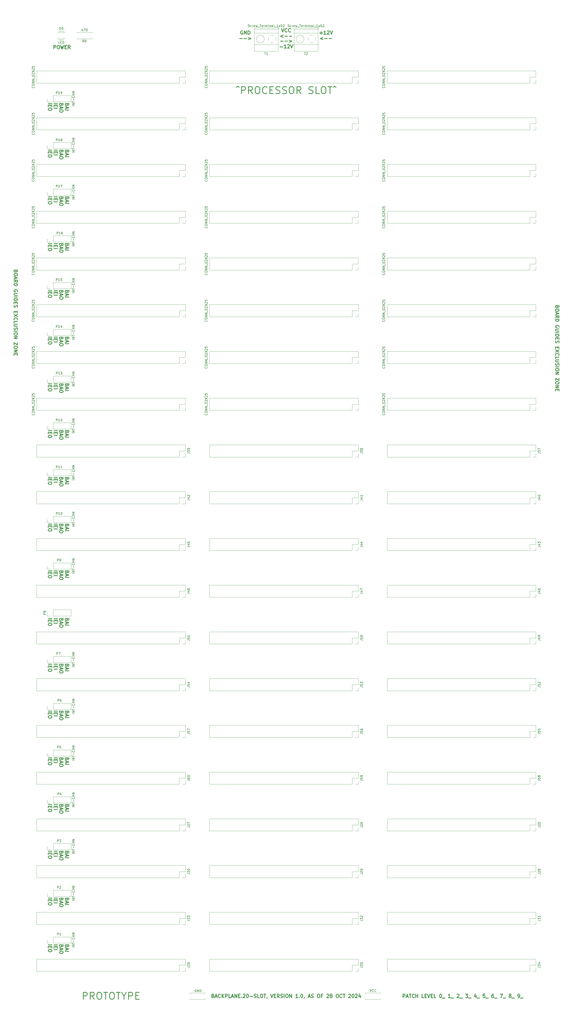
<source format=gbr>
%TF.GenerationSoftware,KiCad,Pcbnew,(6.0.11)*%
%TF.CreationDate,2024-10-28T17:35:11-05:00*%
%TF.ProjectId,backplane.20-slot,6261636b-706c-4616-9e65-2e32302d736c,V1.0*%
%TF.SameCoordinates,Original*%
%TF.FileFunction,Legend,Top*%
%TF.FilePolarity,Positive*%
%FSLAX46Y46*%
G04 Gerber Fmt 4.6, Leading zero omitted, Abs format (unit mm)*
G04 Created by KiCad (PCBNEW (6.0.11)) date 2024-10-28 17:35:11*
%MOMM*%
%LPD*%
G01*
G04 APERTURE LIST*
%ADD10C,0.300000*%
%ADD11C,0.150000*%
%ADD12C,0.120000*%
G04 APERTURE END LIST*
D10*
X79698642Y-74138542D02*
X79627214Y-74352828D01*
X79555785Y-74424257D01*
X79412928Y-74495685D01*
X79198642Y-74495685D01*
X79055785Y-74424257D01*
X78984357Y-74352828D01*
X78912928Y-74209971D01*
X78912928Y-73638542D01*
X80412928Y-73638542D01*
X80412928Y-74138542D01*
X80341500Y-74281400D01*
X80270071Y-74352828D01*
X80127214Y-74424257D01*
X79984357Y-74424257D01*
X79841500Y-74352828D01*
X79770071Y-74281400D01*
X79698642Y-74138542D01*
X79698642Y-73638542D01*
X79341500Y-75067114D02*
X79341500Y-75781400D01*
X78912928Y-74924257D02*
X80412928Y-75424257D01*
X78912928Y-75924257D01*
X78912928Y-76424257D02*
X80412928Y-76424257D01*
X77283642Y-74138542D02*
X77212214Y-74352828D01*
X77140785Y-74424257D01*
X76997928Y-74495685D01*
X76783642Y-74495685D01*
X76640785Y-74424257D01*
X76569357Y-74352828D01*
X76497928Y-74209971D01*
X76497928Y-73638542D01*
X77997928Y-73638542D01*
X77997928Y-74138542D01*
X77926500Y-74281400D01*
X77855071Y-74352828D01*
X77712214Y-74424257D01*
X77569357Y-74424257D01*
X77426500Y-74352828D01*
X77355071Y-74281400D01*
X77283642Y-74138542D01*
X77283642Y-73638542D01*
X76926500Y-75067114D02*
X76926500Y-75781400D01*
X76497928Y-74924257D02*
X77997928Y-75424257D01*
X76497928Y-75924257D01*
X77997928Y-76709971D02*
X77997928Y-76995685D01*
X77926500Y-77138542D01*
X77783642Y-77281400D01*
X77497928Y-77352828D01*
X76997928Y-77352828D01*
X76712214Y-77281400D01*
X76569357Y-77138542D01*
X76497928Y-76995685D01*
X76497928Y-76709971D01*
X76569357Y-76567114D01*
X76712214Y-76424257D01*
X76997928Y-76352828D01*
X77497928Y-76352828D01*
X77783642Y-76424257D01*
X77926500Y-76567114D01*
X77997928Y-76709971D01*
X74082928Y-73638542D02*
X75582928Y-73638542D01*
X74868642Y-74352828D02*
X74868642Y-74852828D01*
X74082928Y-75067114D02*
X74082928Y-74352828D01*
X75582928Y-74352828D01*
X75582928Y-75067114D01*
X74082928Y-75709971D02*
X75582928Y-75709971D01*
X71667928Y-73638542D02*
X73167928Y-73638542D01*
X72453642Y-74352828D02*
X72453642Y-74852828D01*
X71667928Y-75067114D02*
X71667928Y-74352828D01*
X73167928Y-74352828D01*
X73167928Y-75067114D01*
X73167928Y-75995685D02*
X73167928Y-76281400D01*
X73096500Y-76424257D01*
X72953642Y-76567114D01*
X72667928Y-76638542D01*
X72167928Y-76638542D01*
X71882214Y-76567114D01*
X71739357Y-76424257D01*
X71667928Y-76281400D01*
X71667928Y-75995685D01*
X71739357Y-75852828D01*
X71882214Y-75709971D01*
X72167928Y-75638542D01*
X72667928Y-75638542D01*
X72953642Y-75709971D01*
X73096500Y-75852828D01*
X73167928Y-75995685D01*
X79698642Y-94138542D02*
X79627214Y-94352828D01*
X79555785Y-94424257D01*
X79412928Y-94495685D01*
X79198642Y-94495685D01*
X79055785Y-94424257D01*
X78984357Y-94352828D01*
X78912928Y-94209971D01*
X78912928Y-93638542D01*
X80412928Y-93638542D01*
X80412928Y-94138542D01*
X80341500Y-94281400D01*
X80270071Y-94352828D01*
X80127214Y-94424257D01*
X79984357Y-94424257D01*
X79841500Y-94352828D01*
X79770071Y-94281400D01*
X79698642Y-94138542D01*
X79698642Y-93638542D01*
X79341500Y-95067114D02*
X79341500Y-95781400D01*
X78912928Y-94924257D02*
X80412928Y-95424257D01*
X78912928Y-95924257D01*
X78912928Y-96424257D02*
X80412928Y-96424257D01*
X77283642Y-94138542D02*
X77212214Y-94352828D01*
X77140785Y-94424257D01*
X76997928Y-94495685D01*
X76783642Y-94495685D01*
X76640785Y-94424257D01*
X76569357Y-94352828D01*
X76497928Y-94209971D01*
X76497928Y-93638542D01*
X77997928Y-93638542D01*
X77997928Y-94138542D01*
X77926500Y-94281400D01*
X77855071Y-94352828D01*
X77712214Y-94424257D01*
X77569357Y-94424257D01*
X77426500Y-94352828D01*
X77355071Y-94281400D01*
X77283642Y-94138542D01*
X77283642Y-93638542D01*
X76926500Y-95067114D02*
X76926500Y-95781400D01*
X76497928Y-94924257D02*
X77997928Y-95424257D01*
X76497928Y-95924257D01*
X77997928Y-96709971D02*
X77997928Y-96995685D01*
X77926500Y-97138542D01*
X77783642Y-97281400D01*
X77497928Y-97352828D01*
X76997928Y-97352828D01*
X76712214Y-97281400D01*
X76569357Y-97138542D01*
X76497928Y-96995685D01*
X76497928Y-96709971D01*
X76569357Y-96567114D01*
X76712214Y-96424257D01*
X76997928Y-96352828D01*
X77497928Y-96352828D01*
X77783642Y-96424257D01*
X77926500Y-96567114D01*
X77997928Y-96709971D01*
X74082928Y-93638542D02*
X75582928Y-93638542D01*
X74868642Y-94352828D02*
X74868642Y-94852828D01*
X74082928Y-95067114D02*
X74082928Y-94352828D01*
X75582928Y-94352828D01*
X75582928Y-95067114D01*
X74082928Y-95709971D02*
X75582928Y-95709971D01*
X71667928Y-93638542D02*
X73167928Y-93638542D01*
X72453642Y-94352828D02*
X72453642Y-94852828D01*
X71667928Y-95067114D02*
X71667928Y-94352828D01*
X73167928Y-94352828D01*
X73167928Y-95067114D01*
X73167928Y-95995685D02*
X73167928Y-96281400D01*
X73096500Y-96424257D01*
X72953642Y-96567114D01*
X72667928Y-96638542D01*
X72167928Y-96638542D01*
X71882214Y-96567114D01*
X71739357Y-96424257D01*
X71667928Y-96281400D01*
X71667928Y-95995685D01*
X71739357Y-95852828D01*
X71882214Y-95709971D01*
X72167928Y-95638542D01*
X72667928Y-95638542D01*
X72953642Y-95709971D01*
X73096500Y-95852828D01*
X73167928Y-95995685D01*
X79698642Y-114138542D02*
X79627214Y-114352828D01*
X79555785Y-114424257D01*
X79412928Y-114495685D01*
X79198642Y-114495685D01*
X79055785Y-114424257D01*
X78984357Y-114352828D01*
X78912928Y-114209971D01*
X78912928Y-113638542D01*
X80412928Y-113638542D01*
X80412928Y-114138542D01*
X80341500Y-114281400D01*
X80270071Y-114352828D01*
X80127214Y-114424257D01*
X79984357Y-114424257D01*
X79841500Y-114352828D01*
X79770071Y-114281400D01*
X79698642Y-114138542D01*
X79698642Y-113638542D01*
X79341500Y-115067114D02*
X79341500Y-115781400D01*
X78912928Y-114924257D02*
X80412928Y-115424257D01*
X78912928Y-115924257D01*
X78912928Y-116424257D02*
X80412928Y-116424257D01*
X77283642Y-114138542D02*
X77212214Y-114352828D01*
X77140785Y-114424257D01*
X76997928Y-114495685D01*
X76783642Y-114495685D01*
X76640785Y-114424257D01*
X76569357Y-114352828D01*
X76497928Y-114209971D01*
X76497928Y-113638542D01*
X77997928Y-113638542D01*
X77997928Y-114138542D01*
X77926500Y-114281400D01*
X77855071Y-114352828D01*
X77712214Y-114424257D01*
X77569357Y-114424257D01*
X77426500Y-114352828D01*
X77355071Y-114281400D01*
X77283642Y-114138542D01*
X77283642Y-113638542D01*
X76926500Y-115067114D02*
X76926500Y-115781400D01*
X76497928Y-114924257D02*
X77997928Y-115424257D01*
X76497928Y-115924257D01*
X77997928Y-116709971D02*
X77997928Y-116995685D01*
X77926500Y-117138542D01*
X77783642Y-117281400D01*
X77497928Y-117352828D01*
X76997928Y-117352828D01*
X76712214Y-117281400D01*
X76569357Y-117138542D01*
X76497928Y-116995685D01*
X76497928Y-116709971D01*
X76569357Y-116567114D01*
X76712214Y-116424257D01*
X76997928Y-116352828D01*
X77497928Y-116352828D01*
X77783642Y-116424257D01*
X77926500Y-116567114D01*
X77997928Y-116709971D01*
X74082928Y-113638542D02*
X75582928Y-113638542D01*
X74868642Y-114352828D02*
X74868642Y-114852828D01*
X74082928Y-115067114D02*
X74082928Y-114352828D01*
X75582928Y-114352828D01*
X75582928Y-115067114D01*
X74082928Y-115709971D02*
X75582928Y-115709971D01*
X71667928Y-113638542D02*
X73167928Y-113638542D01*
X72453642Y-114352828D02*
X72453642Y-114852828D01*
X71667928Y-115067114D02*
X71667928Y-114352828D01*
X73167928Y-114352828D01*
X73167928Y-115067114D01*
X73167928Y-115995685D02*
X73167928Y-116281400D01*
X73096500Y-116424257D01*
X72953642Y-116567114D01*
X72667928Y-116638542D01*
X72167928Y-116638542D01*
X71882214Y-116567114D01*
X71739357Y-116424257D01*
X71667928Y-116281400D01*
X71667928Y-115995685D01*
X71739357Y-115852828D01*
X71882214Y-115709971D01*
X72167928Y-115638542D01*
X72667928Y-115638542D01*
X72953642Y-115709971D01*
X73096500Y-115852828D01*
X73167928Y-115995685D01*
X79698642Y-134138542D02*
X79627214Y-134352828D01*
X79555785Y-134424257D01*
X79412928Y-134495685D01*
X79198642Y-134495685D01*
X79055785Y-134424257D01*
X78984357Y-134352828D01*
X78912928Y-134209971D01*
X78912928Y-133638542D01*
X80412928Y-133638542D01*
X80412928Y-134138542D01*
X80341500Y-134281400D01*
X80270071Y-134352828D01*
X80127214Y-134424257D01*
X79984357Y-134424257D01*
X79841500Y-134352828D01*
X79770071Y-134281400D01*
X79698642Y-134138542D01*
X79698642Y-133638542D01*
X79341500Y-135067114D02*
X79341500Y-135781400D01*
X78912928Y-134924257D02*
X80412928Y-135424257D01*
X78912928Y-135924257D01*
X78912928Y-136424257D02*
X80412928Y-136424257D01*
X77283642Y-134138542D02*
X77212214Y-134352828D01*
X77140785Y-134424257D01*
X76997928Y-134495685D01*
X76783642Y-134495685D01*
X76640785Y-134424257D01*
X76569357Y-134352828D01*
X76497928Y-134209971D01*
X76497928Y-133638542D01*
X77997928Y-133638542D01*
X77997928Y-134138542D01*
X77926500Y-134281400D01*
X77855071Y-134352828D01*
X77712214Y-134424257D01*
X77569357Y-134424257D01*
X77426500Y-134352828D01*
X77355071Y-134281400D01*
X77283642Y-134138542D01*
X77283642Y-133638542D01*
X76926500Y-135067114D02*
X76926500Y-135781400D01*
X76497928Y-134924257D02*
X77997928Y-135424257D01*
X76497928Y-135924257D01*
X77997928Y-136709971D02*
X77997928Y-136995685D01*
X77926500Y-137138542D01*
X77783642Y-137281400D01*
X77497928Y-137352828D01*
X76997928Y-137352828D01*
X76712214Y-137281400D01*
X76569357Y-137138542D01*
X76497928Y-136995685D01*
X76497928Y-136709971D01*
X76569357Y-136567114D01*
X76712214Y-136424257D01*
X76997928Y-136352828D01*
X77497928Y-136352828D01*
X77783642Y-136424257D01*
X77926500Y-136567114D01*
X77997928Y-136709971D01*
X74082928Y-133638542D02*
X75582928Y-133638542D01*
X74868642Y-134352828D02*
X74868642Y-134852828D01*
X74082928Y-135067114D02*
X74082928Y-134352828D01*
X75582928Y-134352828D01*
X75582928Y-135067114D01*
X74082928Y-135709971D02*
X75582928Y-135709971D01*
X71667928Y-133638542D02*
X73167928Y-133638542D01*
X72453642Y-134352828D02*
X72453642Y-134852828D01*
X71667928Y-135067114D02*
X71667928Y-134352828D01*
X73167928Y-134352828D01*
X73167928Y-135067114D01*
X73167928Y-135995685D02*
X73167928Y-136281400D01*
X73096500Y-136424257D01*
X72953642Y-136567114D01*
X72667928Y-136638542D01*
X72167928Y-136638542D01*
X71882214Y-136567114D01*
X71739357Y-136424257D01*
X71667928Y-136281400D01*
X71667928Y-135995685D01*
X71739357Y-135852828D01*
X71882214Y-135709971D01*
X72167928Y-135638542D01*
X72667928Y-135638542D01*
X72953642Y-135709971D01*
X73096500Y-135852828D01*
X73167928Y-135995685D01*
X79698642Y-154138542D02*
X79627214Y-154352828D01*
X79555785Y-154424257D01*
X79412928Y-154495685D01*
X79198642Y-154495685D01*
X79055785Y-154424257D01*
X78984357Y-154352828D01*
X78912928Y-154209971D01*
X78912928Y-153638542D01*
X80412928Y-153638542D01*
X80412928Y-154138542D01*
X80341500Y-154281400D01*
X80270071Y-154352828D01*
X80127214Y-154424257D01*
X79984357Y-154424257D01*
X79841500Y-154352828D01*
X79770071Y-154281400D01*
X79698642Y-154138542D01*
X79698642Y-153638542D01*
X79341500Y-155067114D02*
X79341500Y-155781400D01*
X78912928Y-154924257D02*
X80412928Y-155424257D01*
X78912928Y-155924257D01*
X78912928Y-156424257D02*
X80412928Y-156424257D01*
X77283642Y-154138542D02*
X77212214Y-154352828D01*
X77140785Y-154424257D01*
X76997928Y-154495685D01*
X76783642Y-154495685D01*
X76640785Y-154424257D01*
X76569357Y-154352828D01*
X76497928Y-154209971D01*
X76497928Y-153638542D01*
X77997928Y-153638542D01*
X77997928Y-154138542D01*
X77926500Y-154281400D01*
X77855071Y-154352828D01*
X77712214Y-154424257D01*
X77569357Y-154424257D01*
X77426500Y-154352828D01*
X77355071Y-154281400D01*
X77283642Y-154138542D01*
X77283642Y-153638542D01*
X76926500Y-155067114D02*
X76926500Y-155781400D01*
X76497928Y-154924257D02*
X77997928Y-155424257D01*
X76497928Y-155924257D01*
X77997928Y-156709971D02*
X77997928Y-156995685D01*
X77926500Y-157138542D01*
X77783642Y-157281400D01*
X77497928Y-157352828D01*
X76997928Y-157352828D01*
X76712214Y-157281400D01*
X76569357Y-157138542D01*
X76497928Y-156995685D01*
X76497928Y-156709971D01*
X76569357Y-156567114D01*
X76712214Y-156424257D01*
X76997928Y-156352828D01*
X77497928Y-156352828D01*
X77783642Y-156424257D01*
X77926500Y-156567114D01*
X77997928Y-156709971D01*
X74082928Y-153638542D02*
X75582928Y-153638542D01*
X74868642Y-154352828D02*
X74868642Y-154852828D01*
X74082928Y-155067114D02*
X74082928Y-154352828D01*
X75582928Y-154352828D01*
X75582928Y-155067114D01*
X74082928Y-155709971D02*
X75582928Y-155709971D01*
X71667928Y-153638542D02*
X73167928Y-153638542D01*
X72453642Y-154352828D02*
X72453642Y-154852828D01*
X71667928Y-155067114D02*
X71667928Y-154352828D01*
X73167928Y-154352828D01*
X73167928Y-155067114D01*
X73167928Y-155995685D02*
X73167928Y-156281400D01*
X73096500Y-156424257D01*
X72953642Y-156567114D01*
X72667928Y-156638542D01*
X72167928Y-156638542D01*
X71882214Y-156567114D01*
X71739357Y-156424257D01*
X71667928Y-156281400D01*
X71667928Y-155995685D01*
X71739357Y-155852828D01*
X71882214Y-155709971D01*
X72167928Y-155638542D01*
X72667928Y-155638542D01*
X72953642Y-155709971D01*
X73096500Y-155852828D01*
X73167928Y-155995685D01*
X79698642Y-174138542D02*
X79627214Y-174352828D01*
X79555785Y-174424257D01*
X79412928Y-174495685D01*
X79198642Y-174495685D01*
X79055785Y-174424257D01*
X78984357Y-174352828D01*
X78912928Y-174209971D01*
X78912928Y-173638542D01*
X80412928Y-173638542D01*
X80412928Y-174138542D01*
X80341500Y-174281400D01*
X80270071Y-174352828D01*
X80127214Y-174424257D01*
X79984357Y-174424257D01*
X79841500Y-174352828D01*
X79770071Y-174281400D01*
X79698642Y-174138542D01*
X79698642Y-173638542D01*
X79341500Y-175067114D02*
X79341500Y-175781400D01*
X78912928Y-174924257D02*
X80412928Y-175424257D01*
X78912928Y-175924257D01*
X78912928Y-176424257D02*
X80412928Y-176424257D01*
X77283642Y-174138542D02*
X77212214Y-174352828D01*
X77140785Y-174424257D01*
X76997928Y-174495685D01*
X76783642Y-174495685D01*
X76640785Y-174424257D01*
X76569357Y-174352828D01*
X76497928Y-174209971D01*
X76497928Y-173638542D01*
X77997928Y-173638542D01*
X77997928Y-174138542D01*
X77926500Y-174281400D01*
X77855071Y-174352828D01*
X77712214Y-174424257D01*
X77569357Y-174424257D01*
X77426500Y-174352828D01*
X77355071Y-174281400D01*
X77283642Y-174138542D01*
X77283642Y-173638542D01*
X76926500Y-175067114D02*
X76926500Y-175781400D01*
X76497928Y-174924257D02*
X77997928Y-175424257D01*
X76497928Y-175924257D01*
X77997928Y-176709971D02*
X77997928Y-176995685D01*
X77926500Y-177138542D01*
X77783642Y-177281400D01*
X77497928Y-177352828D01*
X76997928Y-177352828D01*
X76712214Y-177281400D01*
X76569357Y-177138542D01*
X76497928Y-176995685D01*
X76497928Y-176709971D01*
X76569357Y-176567114D01*
X76712214Y-176424257D01*
X76997928Y-176352828D01*
X77497928Y-176352828D01*
X77783642Y-176424257D01*
X77926500Y-176567114D01*
X77997928Y-176709971D01*
X74082928Y-173638542D02*
X75582928Y-173638542D01*
X74868642Y-174352828D02*
X74868642Y-174852828D01*
X74082928Y-175067114D02*
X74082928Y-174352828D01*
X75582928Y-174352828D01*
X75582928Y-175067114D01*
X74082928Y-175709971D02*
X75582928Y-175709971D01*
X71667928Y-173638542D02*
X73167928Y-173638542D01*
X72453642Y-174352828D02*
X72453642Y-174852828D01*
X71667928Y-175067114D02*
X71667928Y-174352828D01*
X73167928Y-174352828D01*
X73167928Y-175067114D01*
X73167928Y-175995685D02*
X73167928Y-176281400D01*
X73096500Y-176424257D01*
X72953642Y-176567114D01*
X72667928Y-176638542D01*
X72167928Y-176638542D01*
X71882214Y-176567114D01*
X71739357Y-176424257D01*
X71667928Y-176281400D01*
X71667928Y-175995685D01*
X71739357Y-175852828D01*
X71882214Y-175709971D01*
X72167928Y-175638542D01*
X72667928Y-175638542D01*
X72953642Y-175709971D01*
X73096500Y-175852828D01*
X73167928Y-175995685D01*
X142183285Y-435479257D02*
X142397571Y-435550685D01*
X142469000Y-435622114D01*
X142540428Y-435764971D01*
X142540428Y-435979257D01*
X142469000Y-436122114D01*
X142397571Y-436193542D01*
X142254714Y-436264971D01*
X141683285Y-436264971D01*
X141683285Y-434764971D01*
X142183285Y-434764971D01*
X142326142Y-434836400D01*
X142397571Y-434907828D01*
X142469000Y-435050685D01*
X142469000Y-435193542D01*
X142397571Y-435336400D01*
X142326142Y-435407828D01*
X142183285Y-435479257D01*
X141683285Y-435479257D01*
X143111857Y-435836400D02*
X143826142Y-435836400D01*
X142969000Y-436264971D02*
X143469000Y-434764971D01*
X143969000Y-436264971D01*
X145326142Y-436122114D02*
X145254714Y-436193542D01*
X145040428Y-436264971D01*
X144897571Y-436264971D01*
X144683285Y-436193542D01*
X144540428Y-436050685D01*
X144469000Y-435907828D01*
X144397571Y-435622114D01*
X144397571Y-435407828D01*
X144469000Y-435122114D01*
X144540428Y-434979257D01*
X144683285Y-434836400D01*
X144897571Y-434764971D01*
X145040428Y-434764971D01*
X145254714Y-434836400D01*
X145326142Y-434907828D01*
X145969000Y-436264971D02*
X145969000Y-434764971D01*
X146826142Y-436264971D02*
X146183285Y-435407828D01*
X146826142Y-434764971D02*
X145969000Y-435622114D01*
X147469000Y-436264971D02*
X147469000Y-434764971D01*
X148040428Y-434764971D01*
X148183285Y-434836400D01*
X148254714Y-434907828D01*
X148326142Y-435050685D01*
X148326142Y-435264971D01*
X148254714Y-435407828D01*
X148183285Y-435479257D01*
X148040428Y-435550685D01*
X147469000Y-435550685D01*
X149683285Y-436264971D02*
X148969000Y-436264971D01*
X148969000Y-434764971D01*
X150111857Y-435836400D02*
X150826142Y-435836400D01*
X149969000Y-436264971D02*
X150469000Y-434764971D01*
X150969000Y-436264971D01*
X151469000Y-436264971D02*
X151469000Y-434764971D01*
X152326142Y-436264971D01*
X152326142Y-434764971D01*
X153040428Y-435479257D02*
X153540428Y-435479257D01*
X153754714Y-436264971D02*
X153040428Y-436264971D01*
X153040428Y-434764971D01*
X153754714Y-434764971D01*
X154397571Y-436122114D02*
X154469000Y-436193542D01*
X154397571Y-436264971D01*
X154326142Y-436193542D01*
X154397571Y-436122114D01*
X154397571Y-436264971D01*
X155040428Y-434907828D02*
X155111857Y-434836400D01*
X155254714Y-434764971D01*
X155611857Y-434764971D01*
X155754714Y-434836400D01*
X155826142Y-434907828D01*
X155897571Y-435050685D01*
X155897571Y-435193542D01*
X155826142Y-435407828D01*
X154969000Y-436264971D01*
X155897571Y-436264971D01*
X156826142Y-434764971D02*
X156969000Y-434764971D01*
X157111857Y-434836400D01*
X157183285Y-434907828D01*
X157254714Y-435050685D01*
X157326142Y-435336400D01*
X157326142Y-435693542D01*
X157254714Y-435979257D01*
X157183285Y-436122114D01*
X157111857Y-436193542D01*
X156969000Y-436264971D01*
X156826142Y-436264971D01*
X156683285Y-436193542D01*
X156611857Y-436122114D01*
X156540428Y-435979257D01*
X156469000Y-435693542D01*
X156469000Y-435336400D01*
X156540428Y-435050685D01*
X156611857Y-434907828D01*
X156683285Y-434836400D01*
X156826142Y-434764971D01*
X157969000Y-435693542D02*
X159111857Y-435693542D01*
X159754714Y-436193542D02*
X159969000Y-436264971D01*
X160326142Y-436264971D01*
X160469000Y-436193542D01*
X160540428Y-436122114D01*
X160611857Y-435979257D01*
X160611857Y-435836400D01*
X160540428Y-435693542D01*
X160469000Y-435622114D01*
X160326142Y-435550685D01*
X160040428Y-435479257D01*
X159897571Y-435407828D01*
X159826142Y-435336400D01*
X159754714Y-435193542D01*
X159754714Y-435050685D01*
X159826142Y-434907828D01*
X159897571Y-434836400D01*
X160040428Y-434764971D01*
X160397571Y-434764971D01*
X160611857Y-434836400D01*
X161969000Y-436264971D02*
X161254714Y-436264971D01*
X161254714Y-434764971D01*
X162754714Y-434764971D02*
X163040428Y-434764971D01*
X163183285Y-434836400D01*
X163326142Y-434979257D01*
X163397571Y-435264971D01*
X163397571Y-435764971D01*
X163326142Y-436050685D01*
X163183285Y-436193542D01*
X163040428Y-436264971D01*
X162754714Y-436264971D01*
X162611857Y-436193542D01*
X162469000Y-436050685D01*
X162397571Y-435764971D01*
X162397571Y-435264971D01*
X162469000Y-434979257D01*
X162611857Y-434836400D01*
X162754714Y-434764971D01*
X163826142Y-434764971D02*
X164683285Y-434764971D01*
X164254714Y-436264971D02*
X164254714Y-434764971D01*
X165254714Y-436193542D02*
X165254714Y-436264971D01*
X165183285Y-436407828D01*
X165111857Y-436479257D01*
X166826142Y-434764971D02*
X167326142Y-436264971D01*
X167826142Y-434764971D01*
X168326142Y-435479257D02*
X168826142Y-435479257D01*
X169040428Y-436264971D02*
X168326142Y-436264971D01*
X168326142Y-434764971D01*
X169040428Y-434764971D01*
X170540428Y-436264971D02*
X170040428Y-435550685D01*
X169683285Y-436264971D02*
X169683285Y-434764971D01*
X170254714Y-434764971D01*
X170397571Y-434836400D01*
X170469000Y-434907828D01*
X170540428Y-435050685D01*
X170540428Y-435264971D01*
X170469000Y-435407828D01*
X170397571Y-435479257D01*
X170254714Y-435550685D01*
X169683285Y-435550685D01*
X171111857Y-436193542D02*
X171326142Y-436264971D01*
X171683285Y-436264971D01*
X171826142Y-436193542D01*
X171897571Y-436122114D01*
X171969000Y-435979257D01*
X171969000Y-435836400D01*
X171897571Y-435693542D01*
X171826142Y-435622114D01*
X171683285Y-435550685D01*
X171397571Y-435479257D01*
X171254714Y-435407828D01*
X171183285Y-435336400D01*
X171111857Y-435193542D01*
X171111857Y-435050685D01*
X171183285Y-434907828D01*
X171254714Y-434836400D01*
X171397571Y-434764971D01*
X171754714Y-434764971D01*
X171969000Y-434836400D01*
X172611857Y-436264971D02*
X172611857Y-434764971D01*
X173611857Y-434764971D02*
X173897571Y-434764971D01*
X174040428Y-434836400D01*
X174183285Y-434979257D01*
X174254714Y-435264971D01*
X174254714Y-435764971D01*
X174183285Y-436050685D01*
X174040428Y-436193542D01*
X173897571Y-436264971D01*
X173611857Y-436264971D01*
X173469000Y-436193542D01*
X173326142Y-436050685D01*
X173254714Y-435764971D01*
X173254714Y-435264971D01*
X173326142Y-434979257D01*
X173469000Y-434836400D01*
X173611857Y-434764971D01*
X174897571Y-436264971D02*
X174897571Y-434764971D01*
X175754714Y-436264971D01*
X175754714Y-434764971D01*
X178397571Y-436264971D02*
X177540428Y-436264971D01*
X177969000Y-436264971D02*
X177969000Y-434764971D01*
X177826142Y-434979257D01*
X177683285Y-435122114D01*
X177540428Y-435193542D01*
X179040428Y-436122114D02*
X179111857Y-436193542D01*
X179040428Y-436264971D01*
X178969000Y-436193542D01*
X179040428Y-436122114D01*
X179040428Y-436264971D01*
X180040428Y-434764971D02*
X180183285Y-434764971D01*
X180326142Y-434836400D01*
X180397571Y-434907828D01*
X180469000Y-435050685D01*
X180540428Y-435336400D01*
X180540428Y-435693542D01*
X180469000Y-435979257D01*
X180397571Y-436122114D01*
X180326142Y-436193542D01*
X180183285Y-436264971D01*
X180040428Y-436264971D01*
X179897571Y-436193542D01*
X179826142Y-436122114D01*
X179754714Y-435979257D01*
X179683285Y-435693542D01*
X179683285Y-435336400D01*
X179754714Y-435050685D01*
X179826142Y-434907828D01*
X179897571Y-434836400D01*
X180040428Y-434764971D01*
X181254714Y-436193542D02*
X181254714Y-436264971D01*
X181183285Y-436407828D01*
X181111857Y-436479257D01*
X182969000Y-435836400D02*
X183683285Y-435836400D01*
X182826142Y-436264971D02*
X183326142Y-434764971D01*
X183826142Y-436264971D01*
X184254714Y-436193542D02*
X184469000Y-436264971D01*
X184826142Y-436264971D01*
X184969000Y-436193542D01*
X185040428Y-436122114D01*
X185111857Y-435979257D01*
X185111857Y-435836400D01*
X185040428Y-435693542D01*
X184969000Y-435622114D01*
X184826142Y-435550685D01*
X184540428Y-435479257D01*
X184397571Y-435407828D01*
X184326142Y-435336400D01*
X184254714Y-435193542D01*
X184254714Y-435050685D01*
X184326142Y-434907828D01*
X184397571Y-434836400D01*
X184540428Y-434764971D01*
X184897571Y-434764971D01*
X185111857Y-434836400D01*
X187183285Y-434764971D02*
X187469000Y-434764971D01*
X187611857Y-434836400D01*
X187754714Y-434979257D01*
X187826142Y-435264971D01*
X187826142Y-435764971D01*
X187754714Y-436050685D01*
X187611857Y-436193542D01*
X187469000Y-436264971D01*
X187183285Y-436264971D01*
X187040428Y-436193542D01*
X186897571Y-436050685D01*
X186826142Y-435764971D01*
X186826142Y-435264971D01*
X186897571Y-434979257D01*
X187040428Y-434836400D01*
X187183285Y-434764971D01*
X188969000Y-435479257D02*
X188469000Y-435479257D01*
X188469000Y-436264971D02*
X188469000Y-434764971D01*
X189183285Y-434764971D01*
X190826142Y-434907828D02*
X190897571Y-434836400D01*
X191040428Y-434764971D01*
X191397571Y-434764971D01*
X191540428Y-434836400D01*
X191611857Y-434907828D01*
X191683285Y-435050685D01*
X191683285Y-435193542D01*
X191611857Y-435407828D01*
X190754714Y-436264971D01*
X191683285Y-436264971D01*
X192540428Y-435407828D02*
X192397571Y-435336400D01*
X192326142Y-435264971D01*
X192254714Y-435122114D01*
X192254714Y-435050685D01*
X192326142Y-434907828D01*
X192397571Y-434836400D01*
X192540428Y-434764971D01*
X192826142Y-434764971D01*
X192969000Y-434836400D01*
X193040428Y-434907828D01*
X193111857Y-435050685D01*
X193111857Y-435122114D01*
X193040428Y-435264971D01*
X192969000Y-435336400D01*
X192826142Y-435407828D01*
X192540428Y-435407828D01*
X192397571Y-435479257D01*
X192326142Y-435550685D01*
X192254714Y-435693542D01*
X192254714Y-435979257D01*
X192326142Y-436122114D01*
X192397571Y-436193542D01*
X192540428Y-436264971D01*
X192826142Y-436264971D01*
X192969000Y-436193542D01*
X193040428Y-436122114D01*
X193111857Y-435979257D01*
X193111857Y-435693542D01*
X193040428Y-435550685D01*
X192969000Y-435479257D01*
X192826142Y-435407828D01*
X195183285Y-434764971D02*
X195469000Y-434764971D01*
X195611857Y-434836400D01*
X195754714Y-434979257D01*
X195826142Y-435264971D01*
X195826142Y-435764971D01*
X195754714Y-436050685D01*
X195611857Y-436193542D01*
X195469000Y-436264971D01*
X195183285Y-436264971D01*
X195040428Y-436193542D01*
X194897571Y-436050685D01*
X194826142Y-435764971D01*
X194826142Y-435264971D01*
X194897571Y-434979257D01*
X195040428Y-434836400D01*
X195183285Y-434764971D01*
X197326142Y-436122114D02*
X197254714Y-436193542D01*
X197040428Y-436264971D01*
X196897571Y-436264971D01*
X196683285Y-436193542D01*
X196540428Y-436050685D01*
X196469000Y-435907828D01*
X196397571Y-435622114D01*
X196397571Y-435407828D01*
X196469000Y-435122114D01*
X196540428Y-434979257D01*
X196683285Y-434836400D01*
X196897571Y-434764971D01*
X197040428Y-434764971D01*
X197254714Y-434836400D01*
X197326142Y-434907828D01*
X197754714Y-434764971D02*
X198611857Y-434764971D01*
X198183285Y-436264971D02*
X198183285Y-434764971D01*
X200183285Y-434907828D02*
X200254714Y-434836400D01*
X200397571Y-434764971D01*
X200754714Y-434764971D01*
X200897571Y-434836400D01*
X200969000Y-434907828D01*
X201040428Y-435050685D01*
X201040428Y-435193542D01*
X200969000Y-435407828D01*
X200111857Y-436264971D01*
X201040428Y-436264971D01*
X201969000Y-434764971D02*
X202111857Y-434764971D01*
X202254714Y-434836400D01*
X202326142Y-434907828D01*
X202397571Y-435050685D01*
X202469000Y-435336400D01*
X202469000Y-435693542D01*
X202397571Y-435979257D01*
X202326142Y-436122114D01*
X202254714Y-436193542D01*
X202111857Y-436264971D01*
X201969000Y-436264971D01*
X201826142Y-436193542D01*
X201754714Y-436122114D01*
X201683285Y-435979257D01*
X201611857Y-435693542D01*
X201611857Y-435336400D01*
X201683285Y-435050685D01*
X201754714Y-434907828D01*
X201826142Y-434836400D01*
X201969000Y-434764971D01*
X203040428Y-434907828D02*
X203111857Y-434836400D01*
X203254714Y-434764971D01*
X203611857Y-434764971D01*
X203754714Y-434836400D01*
X203826142Y-434907828D01*
X203897571Y-435050685D01*
X203897571Y-435193542D01*
X203826142Y-435407828D01*
X202969000Y-436264971D01*
X203897571Y-436264971D01*
X205183285Y-435264971D02*
X205183285Y-436264971D01*
X204826142Y-434693542D02*
X204469000Y-435764971D01*
X205397571Y-435764971D01*
X289488142Y-140657714D02*
X289416714Y-140872000D01*
X289345285Y-140943428D01*
X289202428Y-141014857D01*
X288988142Y-141014857D01*
X288845285Y-140943428D01*
X288773857Y-140872000D01*
X288702428Y-140729142D01*
X288702428Y-140157714D01*
X290202428Y-140157714D01*
X290202428Y-140657714D01*
X290131000Y-140800571D01*
X290059571Y-140872000D01*
X289916714Y-140943428D01*
X289773857Y-140943428D01*
X289631000Y-140872000D01*
X289559571Y-140800571D01*
X289488142Y-140657714D01*
X289488142Y-140157714D01*
X290202428Y-141943428D02*
X290202428Y-142229142D01*
X290131000Y-142372000D01*
X289988142Y-142514857D01*
X289702428Y-142586285D01*
X289202428Y-142586285D01*
X288916714Y-142514857D01*
X288773857Y-142372000D01*
X288702428Y-142229142D01*
X288702428Y-141943428D01*
X288773857Y-141800571D01*
X288916714Y-141657714D01*
X289202428Y-141586285D01*
X289702428Y-141586285D01*
X289988142Y-141657714D01*
X290131000Y-141800571D01*
X290202428Y-141943428D01*
X289131000Y-143157714D02*
X289131000Y-143872000D01*
X288702428Y-143014857D02*
X290202428Y-143514857D01*
X288702428Y-144014857D01*
X288702428Y-145372000D02*
X289416714Y-144872000D01*
X288702428Y-144514857D02*
X290202428Y-144514857D01*
X290202428Y-145086285D01*
X290131000Y-145229142D01*
X290059571Y-145300571D01*
X289916714Y-145372000D01*
X289702428Y-145372000D01*
X289559571Y-145300571D01*
X289488142Y-145229142D01*
X289416714Y-145086285D01*
X289416714Y-144514857D01*
X288702428Y-146014857D02*
X290202428Y-146014857D01*
X290202428Y-146372000D01*
X290131000Y-146586285D01*
X289988142Y-146729142D01*
X289845285Y-146800571D01*
X289559571Y-146872000D01*
X289345285Y-146872000D01*
X289059571Y-146800571D01*
X288916714Y-146729142D01*
X288773857Y-146586285D01*
X288702428Y-146372000D01*
X288702428Y-146014857D01*
X290131000Y-149443428D02*
X290202428Y-149300571D01*
X290202428Y-149086285D01*
X290131000Y-148872000D01*
X289988142Y-148729142D01*
X289845285Y-148657714D01*
X289559571Y-148586285D01*
X289345285Y-148586285D01*
X289059571Y-148657714D01*
X288916714Y-148729142D01*
X288773857Y-148872000D01*
X288702428Y-149086285D01*
X288702428Y-149229142D01*
X288773857Y-149443428D01*
X288845285Y-149514857D01*
X289345285Y-149514857D01*
X289345285Y-149229142D01*
X290202428Y-150157714D02*
X288988142Y-150157714D01*
X288845285Y-150229142D01*
X288773857Y-150300571D01*
X288702428Y-150443428D01*
X288702428Y-150729142D01*
X288773857Y-150872000D01*
X288845285Y-150943428D01*
X288988142Y-151014857D01*
X290202428Y-151014857D01*
X288702428Y-151729142D02*
X290202428Y-151729142D01*
X288702428Y-152443428D02*
X290202428Y-152443428D01*
X290202428Y-152800571D01*
X290131000Y-153014857D01*
X289988142Y-153157714D01*
X289845285Y-153229142D01*
X289559571Y-153300571D01*
X289345285Y-153300571D01*
X289059571Y-153229142D01*
X288916714Y-153157714D01*
X288773857Y-153014857D01*
X288702428Y-152800571D01*
X288702428Y-152443428D01*
X289488142Y-153943428D02*
X289488142Y-154443428D01*
X288702428Y-154657714D02*
X288702428Y-153943428D01*
X290202428Y-153943428D01*
X290202428Y-154657714D01*
X288773857Y-155229142D02*
X288702428Y-155443428D01*
X288702428Y-155800571D01*
X288773857Y-155943428D01*
X288845285Y-156014857D01*
X288988142Y-156086285D01*
X289131000Y-156086285D01*
X289273857Y-156014857D01*
X289345285Y-155943428D01*
X289416714Y-155800571D01*
X289488142Y-155514857D01*
X289559571Y-155372000D01*
X289631000Y-155300571D01*
X289773857Y-155229142D01*
X289916714Y-155229142D01*
X290059571Y-155300571D01*
X290131000Y-155372000D01*
X290202428Y-155514857D01*
X290202428Y-155872000D01*
X290131000Y-156086285D01*
X289488142Y-157872000D02*
X289488142Y-158372000D01*
X288702428Y-158586285D02*
X288702428Y-157872000D01*
X290202428Y-157872000D01*
X290202428Y-158586285D01*
X290202428Y-159086285D02*
X288702428Y-160086285D01*
X290202428Y-160086285D02*
X288702428Y-159086285D01*
X288845285Y-161514857D02*
X288773857Y-161443428D01*
X288702428Y-161229142D01*
X288702428Y-161086285D01*
X288773857Y-160872000D01*
X288916714Y-160729142D01*
X289059571Y-160657714D01*
X289345285Y-160586285D01*
X289559571Y-160586285D01*
X289845285Y-160657714D01*
X289988142Y-160729142D01*
X290131000Y-160872000D01*
X290202428Y-161086285D01*
X290202428Y-161229142D01*
X290131000Y-161443428D01*
X290059571Y-161514857D01*
X288702428Y-162872000D02*
X288702428Y-162157714D01*
X290202428Y-162157714D01*
X290202428Y-163372000D02*
X288988142Y-163372000D01*
X288845285Y-163443428D01*
X288773857Y-163514857D01*
X288702428Y-163657714D01*
X288702428Y-163943428D01*
X288773857Y-164086285D01*
X288845285Y-164157714D01*
X288988142Y-164229142D01*
X290202428Y-164229142D01*
X288773857Y-164872000D02*
X288702428Y-165086285D01*
X288702428Y-165443428D01*
X288773857Y-165586285D01*
X288845285Y-165657714D01*
X288988142Y-165729142D01*
X289131000Y-165729142D01*
X289273857Y-165657714D01*
X289345285Y-165586285D01*
X289416714Y-165443428D01*
X289488142Y-165157714D01*
X289559571Y-165014857D01*
X289631000Y-164943428D01*
X289773857Y-164872000D01*
X289916714Y-164872000D01*
X290059571Y-164943428D01*
X290131000Y-165014857D01*
X290202428Y-165157714D01*
X290202428Y-165514857D01*
X290131000Y-165729142D01*
X288702428Y-166372000D02*
X290202428Y-166372000D01*
X290202428Y-167372000D02*
X290202428Y-167657714D01*
X290131000Y-167800571D01*
X289988142Y-167943428D01*
X289702428Y-168014857D01*
X289202428Y-168014857D01*
X288916714Y-167943428D01*
X288773857Y-167800571D01*
X288702428Y-167657714D01*
X288702428Y-167372000D01*
X288773857Y-167229142D01*
X288916714Y-167086285D01*
X289202428Y-167014857D01*
X289702428Y-167014857D01*
X289988142Y-167086285D01*
X290131000Y-167229142D01*
X290202428Y-167372000D01*
X288702428Y-168657714D02*
X290202428Y-168657714D01*
X288702428Y-169514857D01*
X290202428Y-169514857D01*
X290202428Y-171229142D02*
X290202428Y-172229142D01*
X288702428Y-171229142D01*
X288702428Y-172229142D01*
X290202428Y-173086285D02*
X290202428Y-173372000D01*
X290131000Y-173514857D01*
X289988142Y-173657714D01*
X289702428Y-173729142D01*
X289202428Y-173729142D01*
X288916714Y-173657714D01*
X288773857Y-173514857D01*
X288702428Y-173372000D01*
X288702428Y-173086285D01*
X288773857Y-172943428D01*
X288916714Y-172800571D01*
X289202428Y-172729142D01*
X289702428Y-172729142D01*
X289988142Y-172800571D01*
X290131000Y-172943428D01*
X290202428Y-173086285D01*
X288702428Y-174372000D02*
X290202428Y-174372000D01*
X288702428Y-175229142D01*
X290202428Y-175229142D01*
X289488142Y-175943428D02*
X289488142Y-176443428D01*
X288702428Y-176657714D02*
X288702428Y-175943428D01*
X290202428Y-175943428D01*
X290202428Y-176657714D01*
X79698642Y-54138542D02*
X79627214Y-54352828D01*
X79555785Y-54424257D01*
X79412928Y-54495685D01*
X79198642Y-54495685D01*
X79055785Y-54424257D01*
X78984357Y-54352828D01*
X78912928Y-54209971D01*
X78912928Y-53638542D01*
X80412928Y-53638542D01*
X80412928Y-54138542D01*
X80341500Y-54281400D01*
X80270071Y-54352828D01*
X80127214Y-54424257D01*
X79984357Y-54424257D01*
X79841500Y-54352828D01*
X79770071Y-54281400D01*
X79698642Y-54138542D01*
X79698642Y-53638542D01*
X79341500Y-55067114D02*
X79341500Y-55781400D01*
X78912928Y-54924257D02*
X80412928Y-55424257D01*
X78912928Y-55924257D01*
X78912928Y-56424257D02*
X80412928Y-56424257D01*
X77283642Y-54138542D02*
X77212214Y-54352828D01*
X77140785Y-54424257D01*
X76997928Y-54495685D01*
X76783642Y-54495685D01*
X76640785Y-54424257D01*
X76569357Y-54352828D01*
X76497928Y-54209971D01*
X76497928Y-53638542D01*
X77997928Y-53638542D01*
X77997928Y-54138542D01*
X77926500Y-54281400D01*
X77855071Y-54352828D01*
X77712214Y-54424257D01*
X77569357Y-54424257D01*
X77426500Y-54352828D01*
X77355071Y-54281400D01*
X77283642Y-54138542D01*
X77283642Y-53638542D01*
X76926500Y-55067114D02*
X76926500Y-55781400D01*
X76497928Y-54924257D02*
X77997928Y-55424257D01*
X76497928Y-55924257D01*
X77997928Y-56709971D02*
X77997928Y-56995685D01*
X77926500Y-57138542D01*
X77783642Y-57281400D01*
X77497928Y-57352828D01*
X76997928Y-57352828D01*
X76712214Y-57281400D01*
X76569357Y-57138542D01*
X76497928Y-56995685D01*
X76497928Y-56709971D01*
X76569357Y-56567114D01*
X76712214Y-56424257D01*
X76997928Y-56352828D01*
X77497928Y-56352828D01*
X77783642Y-56424257D01*
X77926500Y-56567114D01*
X77997928Y-56709971D01*
X74082928Y-53638542D02*
X75582928Y-53638542D01*
X74868642Y-54352828D02*
X74868642Y-54852828D01*
X74082928Y-55067114D02*
X74082928Y-54352828D01*
X75582928Y-54352828D01*
X75582928Y-55067114D01*
X74082928Y-55709971D02*
X75582928Y-55709971D01*
X71667928Y-53638542D02*
X73167928Y-53638542D01*
X72453642Y-54352828D02*
X72453642Y-54852828D01*
X71667928Y-55067114D02*
X71667928Y-54352828D01*
X73167928Y-54352828D01*
X73167928Y-55067114D01*
X73167928Y-55995685D02*
X73167928Y-56281400D01*
X73096500Y-56424257D01*
X72953642Y-56567114D01*
X72667928Y-56638542D01*
X72167928Y-56638542D01*
X71882214Y-56567114D01*
X71739357Y-56424257D01*
X71667928Y-56281400D01*
X71667928Y-55995685D01*
X71739357Y-55852828D01*
X71882214Y-55709971D01*
X72167928Y-55638542D01*
X72667928Y-55638542D01*
X72953642Y-55709971D01*
X73096500Y-55852828D01*
X73167928Y-55995685D01*
X79698642Y-234138542D02*
X79627214Y-234352828D01*
X79555785Y-234424257D01*
X79412928Y-234495685D01*
X79198642Y-234495685D01*
X79055785Y-234424257D01*
X78984357Y-234352828D01*
X78912928Y-234209971D01*
X78912928Y-233638542D01*
X80412928Y-233638542D01*
X80412928Y-234138542D01*
X80341500Y-234281400D01*
X80270071Y-234352828D01*
X80127214Y-234424257D01*
X79984357Y-234424257D01*
X79841500Y-234352828D01*
X79770071Y-234281400D01*
X79698642Y-234138542D01*
X79698642Y-233638542D01*
X79341500Y-235067114D02*
X79341500Y-235781400D01*
X78912928Y-234924257D02*
X80412928Y-235424257D01*
X78912928Y-235924257D01*
X78912928Y-236424257D02*
X80412928Y-236424257D01*
X77283642Y-234138542D02*
X77212214Y-234352828D01*
X77140785Y-234424257D01*
X76997928Y-234495685D01*
X76783642Y-234495685D01*
X76640785Y-234424257D01*
X76569357Y-234352828D01*
X76497928Y-234209971D01*
X76497928Y-233638542D01*
X77997928Y-233638542D01*
X77997928Y-234138542D01*
X77926500Y-234281400D01*
X77855071Y-234352828D01*
X77712214Y-234424257D01*
X77569357Y-234424257D01*
X77426500Y-234352828D01*
X77355071Y-234281400D01*
X77283642Y-234138542D01*
X77283642Y-233638542D01*
X76926500Y-235067114D02*
X76926500Y-235781400D01*
X76497928Y-234924257D02*
X77997928Y-235424257D01*
X76497928Y-235924257D01*
X77997928Y-236709971D02*
X77997928Y-236995685D01*
X77926500Y-237138542D01*
X77783642Y-237281400D01*
X77497928Y-237352828D01*
X76997928Y-237352828D01*
X76712214Y-237281400D01*
X76569357Y-237138542D01*
X76497928Y-236995685D01*
X76497928Y-236709971D01*
X76569357Y-236567114D01*
X76712214Y-236424257D01*
X76997928Y-236352828D01*
X77497928Y-236352828D01*
X77783642Y-236424257D01*
X77926500Y-236567114D01*
X77997928Y-236709971D01*
X74082928Y-233638542D02*
X75582928Y-233638542D01*
X74868642Y-234352828D02*
X74868642Y-234852828D01*
X74082928Y-235067114D02*
X74082928Y-234352828D01*
X75582928Y-234352828D01*
X75582928Y-235067114D01*
X74082928Y-235709971D02*
X75582928Y-235709971D01*
X71667928Y-233638542D02*
X73167928Y-233638542D01*
X72453642Y-234352828D02*
X72453642Y-234852828D01*
X71667928Y-235067114D02*
X71667928Y-234352828D01*
X73167928Y-234352828D01*
X73167928Y-235067114D01*
X73167928Y-235995685D02*
X73167928Y-236281400D01*
X73096500Y-236424257D01*
X72953642Y-236567114D01*
X72667928Y-236638542D01*
X72167928Y-236638542D01*
X71882214Y-236567114D01*
X71739357Y-236424257D01*
X71667928Y-236281400D01*
X71667928Y-235995685D01*
X71739357Y-235852828D01*
X71882214Y-235709971D01*
X72167928Y-235638542D01*
X72667928Y-235638542D01*
X72953642Y-235709971D01*
X73096500Y-235852828D01*
X73167928Y-235995685D01*
X79698642Y-294138542D02*
X79627214Y-294352828D01*
X79555785Y-294424257D01*
X79412928Y-294495685D01*
X79198642Y-294495685D01*
X79055785Y-294424257D01*
X78984357Y-294352828D01*
X78912928Y-294209971D01*
X78912928Y-293638542D01*
X80412928Y-293638542D01*
X80412928Y-294138542D01*
X80341500Y-294281400D01*
X80270071Y-294352828D01*
X80127214Y-294424257D01*
X79984357Y-294424257D01*
X79841500Y-294352828D01*
X79770071Y-294281400D01*
X79698642Y-294138542D01*
X79698642Y-293638542D01*
X79341500Y-295067114D02*
X79341500Y-295781400D01*
X78912928Y-294924257D02*
X80412928Y-295424257D01*
X78912928Y-295924257D01*
X78912928Y-296424257D02*
X80412928Y-296424257D01*
X77283642Y-294138542D02*
X77212214Y-294352828D01*
X77140785Y-294424257D01*
X76997928Y-294495685D01*
X76783642Y-294495685D01*
X76640785Y-294424257D01*
X76569357Y-294352828D01*
X76497928Y-294209971D01*
X76497928Y-293638542D01*
X77997928Y-293638542D01*
X77997928Y-294138542D01*
X77926500Y-294281400D01*
X77855071Y-294352828D01*
X77712214Y-294424257D01*
X77569357Y-294424257D01*
X77426500Y-294352828D01*
X77355071Y-294281400D01*
X77283642Y-294138542D01*
X77283642Y-293638542D01*
X76926500Y-295067114D02*
X76926500Y-295781400D01*
X76497928Y-294924257D02*
X77997928Y-295424257D01*
X76497928Y-295924257D01*
X77997928Y-296709971D02*
X77997928Y-296995685D01*
X77926500Y-297138542D01*
X77783642Y-297281400D01*
X77497928Y-297352828D01*
X76997928Y-297352828D01*
X76712214Y-297281400D01*
X76569357Y-297138542D01*
X76497928Y-296995685D01*
X76497928Y-296709971D01*
X76569357Y-296567114D01*
X76712214Y-296424257D01*
X76997928Y-296352828D01*
X77497928Y-296352828D01*
X77783642Y-296424257D01*
X77926500Y-296567114D01*
X77997928Y-296709971D01*
X74082928Y-293638542D02*
X75582928Y-293638542D01*
X74868642Y-294352828D02*
X74868642Y-294852828D01*
X74082928Y-295067114D02*
X74082928Y-294352828D01*
X75582928Y-294352828D01*
X75582928Y-295067114D01*
X74082928Y-295709971D02*
X75582928Y-295709971D01*
X71667928Y-293638542D02*
X73167928Y-293638542D01*
X72453642Y-294352828D02*
X72453642Y-294852828D01*
X71667928Y-295067114D02*
X71667928Y-294352828D01*
X73167928Y-294352828D01*
X73167928Y-295067114D01*
X73167928Y-295995685D02*
X73167928Y-296281400D01*
X73096500Y-296424257D01*
X72953642Y-296567114D01*
X72667928Y-296638542D01*
X72167928Y-296638542D01*
X71882214Y-296567114D01*
X71739357Y-296424257D01*
X71667928Y-296281400D01*
X71667928Y-295995685D01*
X71739357Y-295852828D01*
X71882214Y-295709971D01*
X72167928Y-295638542D01*
X72667928Y-295638542D01*
X72953642Y-295709971D01*
X73096500Y-295852828D01*
X73167928Y-295995685D01*
X57763942Y-125417714D02*
X57692514Y-125632000D01*
X57621085Y-125703428D01*
X57478228Y-125774857D01*
X57263942Y-125774857D01*
X57121085Y-125703428D01*
X57049657Y-125632000D01*
X56978228Y-125489142D01*
X56978228Y-124917714D01*
X58478228Y-124917714D01*
X58478228Y-125417714D01*
X58406800Y-125560571D01*
X58335371Y-125632000D01*
X58192514Y-125703428D01*
X58049657Y-125703428D01*
X57906800Y-125632000D01*
X57835371Y-125560571D01*
X57763942Y-125417714D01*
X57763942Y-124917714D01*
X58478228Y-126703428D02*
X58478228Y-126989142D01*
X58406800Y-127132000D01*
X58263942Y-127274857D01*
X57978228Y-127346285D01*
X57478228Y-127346285D01*
X57192514Y-127274857D01*
X57049657Y-127132000D01*
X56978228Y-126989142D01*
X56978228Y-126703428D01*
X57049657Y-126560571D01*
X57192514Y-126417714D01*
X57478228Y-126346285D01*
X57978228Y-126346285D01*
X58263942Y-126417714D01*
X58406800Y-126560571D01*
X58478228Y-126703428D01*
X57406800Y-127917714D02*
X57406800Y-128632000D01*
X56978228Y-127774857D02*
X58478228Y-128274857D01*
X56978228Y-128774857D01*
X56978228Y-130132000D02*
X57692514Y-129632000D01*
X56978228Y-129274857D02*
X58478228Y-129274857D01*
X58478228Y-129846285D01*
X58406800Y-129989142D01*
X58335371Y-130060571D01*
X58192514Y-130132000D01*
X57978228Y-130132000D01*
X57835371Y-130060571D01*
X57763942Y-129989142D01*
X57692514Y-129846285D01*
X57692514Y-129274857D01*
X56978228Y-130774857D02*
X58478228Y-130774857D01*
X58478228Y-131132000D01*
X58406800Y-131346285D01*
X58263942Y-131489142D01*
X58121085Y-131560571D01*
X57835371Y-131632000D01*
X57621085Y-131632000D01*
X57335371Y-131560571D01*
X57192514Y-131489142D01*
X57049657Y-131346285D01*
X56978228Y-131132000D01*
X56978228Y-130774857D01*
X58406800Y-134203428D02*
X58478228Y-134060571D01*
X58478228Y-133846285D01*
X58406800Y-133632000D01*
X58263942Y-133489142D01*
X58121085Y-133417714D01*
X57835371Y-133346285D01*
X57621085Y-133346285D01*
X57335371Y-133417714D01*
X57192514Y-133489142D01*
X57049657Y-133632000D01*
X56978228Y-133846285D01*
X56978228Y-133989142D01*
X57049657Y-134203428D01*
X57121085Y-134274857D01*
X57621085Y-134274857D01*
X57621085Y-133989142D01*
X58478228Y-134917714D02*
X57263942Y-134917714D01*
X57121085Y-134989142D01*
X57049657Y-135060571D01*
X56978228Y-135203428D01*
X56978228Y-135489142D01*
X57049657Y-135632000D01*
X57121085Y-135703428D01*
X57263942Y-135774857D01*
X58478228Y-135774857D01*
X56978228Y-136489142D02*
X58478228Y-136489142D01*
X56978228Y-137203428D02*
X58478228Y-137203428D01*
X58478228Y-137560571D01*
X58406800Y-137774857D01*
X58263942Y-137917714D01*
X58121085Y-137989142D01*
X57835371Y-138060571D01*
X57621085Y-138060571D01*
X57335371Y-137989142D01*
X57192514Y-137917714D01*
X57049657Y-137774857D01*
X56978228Y-137560571D01*
X56978228Y-137203428D01*
X57763942Y-138703428D02*
X57763942Y-139203428D01*
X56978228Y-139417714D02*
X56978228Y-138703428D01*
X58478228Y-138703428D01*
X58478228Y-139417714D01*
X57049657Y-139989142D02*
X56978228Y-140203428D01*
X56978228Y-140560571D01*
X57049657Y-140703428D01*
X57121085Y-140774857D01*
X57263942Y-140846285D01*
X57406800Y-140846285D01*
X57549657Y-140774857D01*
X57621085Y-140703428D01*
X57692514Y-140560571D01*
X57763942Y-140274857D01*
X57835371Y-140132000D01*
X57906800Y-140060571D01*
X58049657Y-139989142D01*
X58192514Y-139989142D01*
X58335371Y-140060571D01*
X58406800Y-140132000D01*
X58478228Y-140274857D01*
X58478228Y-140632000D01*
X58406800Y-140846285D01*
X57763942Y-142632000D02*
X57763942Y-143132000D01*
X56978228Y-143346285D02*
X56978228Y-142632000D01*
X58478228Y-142632000D01*
X58478228Y-143346285D01*
X58478228Y-143846285D02*
X56978228Y-144846285D01*
X58478228Y-144846285D02*
X56978228Y-143846285D01*
X57121085Y-146274857D02*
X57049657Y-146203428D01*
X56978228Y-145989142D01*
X56978228Y-145846285D01*
X57049657Y-145632000D01*
X57192514Y-145489142D01*
X57335371Y-145417714D01*
X57621085Y-145346285D01*
X57835371Y-145346285D01*
X58121085Y-145417714D01*
X58263942Y-145489142D01*
X58406800Y-145632000D01*
X58478228Y-145846285D01*
X58478228Y-145989142D01*
X58406800Y-146203428D01*
X58335371Y-146274857D01*
X56978228Y-147632000D02*
X56978228Y-146917714D01*
X58478228Y-146917714D01*
X58478228Y-148132000D02*
X57263942Y-148132000D01*
X57121085Y-148203428D01*
X57049657Y-148274857D01*
X56978228Y-148417714D01*
X56978228Y-148703428D01*
X57049657Y-148846285D01*
X57121085Y-148917714D01*
X57263942Y-148989142D01*
X58478228Y-148989142D01*
X57049657Y-149632000D02*
X56978228Y-149846285D01*
X56978228Y-150203428D01*
X57049657Y-150346285D01*
X57121085Y-150417714D01*
X57263942Y-150489142D01*
X57406800Y-150489142D01*
X57549657Y-150417714D01*
X57621085Y-150346285D01*
X57692514Y-150203428D01*
X57763942Y-149917714D01*
X57835371Y-149774857D01*
X57906800Y-149703428D01*
X58049657Y-149632000D01*
X58192514Y-149632000D01*
X58335371Y-149703428D01*
X58406800Y-149774857D01*
X58478228Y-149917714D01*
X58478228Y-150274857D01*
X58406800Y-150489142D01*
X56978228Y-151132000D02*
X58478228Y-151132000D01*
X58478228Y-152132000D02*
X58478228Y-152417714D01*
X58406800Y-152560571D01*
X58263942Y-152703428D01*
X57978228Y-152774857D01*
X57478228Y-152774857D01*
X57192514Y-152703428D01*
X57049657Y-152560571D01*
X56978228Y-152417714D01*
X56978228Y-152132000D01*
X57049657Y-151989142D01*
X57192514Y-151846285D01*
X57478228Y-151774857D01*
X57978228Y-151774857D01*
X58263942Y-151846285D01*
X58406800Y-151989142D01*
X58478228Y-152132000D01*
X56978228Y-153417714D02*
X58478228Y-153417714D01*
X56978228Y-154274857D01*
X58478228Y-154274857D01*
X58478228Y-155989142D02*
X58478228Y-156989142D01*
X56978228Y-155989142D01*
X56978228Y-156989142D01*
X58478228Y-157846285D02*
X58478228Y-158132000D01*
X58406800Y-158274857D01*
X58263942Y-158417714D01*
X57978228Y-158489142D01*
X57478228Y-158489142D01*
X57192514Y-158417714D01*
X57049657Y-158274857D01*
X56978228Y-158132000D01*
X56978228Y-157846285D01*
X57049657Y-157703428D01*
X57192514Y-157560571D01*
X57478228Y-157489142D01*
X57978228Y-157489142D01*
X58263942Y-157560571D01*
X58406800Y-157703428D01*
X58478228Y-157846285D01*
X56978228Y-159132000D02*
X58478228Y-159132000D01*
X56978228Y-159989142D01*
X58478228Y-159989142D01*
X57763942Y-160703428D02*
X57763942Y-161203428D01*
X56978228Y-161417714D02*
X56978228Y-160703428D01*
X58478228Y-160703428D01*
X58478228Y-161417714D01*
X79698642Y-374138542D02*
X79627214Y-374352828D01*
X79555785Y-374424257D01*
X79412928Y-374495685D01*
X79198642Y-374495685D01*
X79055785Y-374424257D01*
X78984357Y-374352828D01*
X78912928Y-374209971D01*
X78912928Y-373638542D01*
X80412928Y-373638542D01*
X80412928Y-374138542D01*
X80341500Y-374281400D01*
X80270071Y-374352828D01*
X80127214Y-374424257D01*
X79984357Y-374424257D01*
X79841500Y-374352828D01*
X79770071Y-374281400D01*
X79698642Y-374138542D01*
X79698642Y-373638542D01*
X79341500Y-375067114D02*
X79341500Y-375781400D01*
X78912928Y-374924257D02*
X80412928Y-375424257D01*
X78912928Y-375924257D01*
X78912928Y-376424257D02*
X80412928Y-376424257D01*
X77283642Y-374138542D02*
X77212214Y-374352828D01*
X77140785Y-374424257D01*
X76997928Y-374495685D01*
X76783642Y-374495685D01*
X76640785Y-374424257D01*
X76569357Y-374352828D01*
X76497928Y-374209971D01*
X76497928Y-373638542D01*
X77997928Y-373638542D01*
X77997928Y-374138542D01*
X77926500Y-374281400D01*
X77855071Y-374352828D01*
X77712214Y-374424257D01*
X77569357Y-374424257D01*
X77426500Y-374352828D01*
X77355071Y-374281400D01*
X77283642Y-374138542D01*
X77283642Y-373638542D01*
X76926500Y-375067114D02*
X76926500Y-375781400D01*
X76497928Y-374924257D02*
X77997928Y-375424257D01*
X76497928Y-375924257D01*
X77997928Y-376709971D02*
X77997928Y-376995685D01*
X77926500Y-377138542D01*
X77783642Y-377281400D01*
X77497928Y-377352828D01*
X76997928Y-377352828D01*
X76712214Y-377281400D01*
X76569357Y-377138542D01*
X76497928Y-376995685D01*
X76497928Y-376709971D01*
X76569357Y-376567114D01*
X76712214Y-376424257D01*
X76997928Y-376352828D01*
X77497928Y-376352828D01*
X77783642Y-376424257D01*
X77926500Y-376567114D01*
X77997928Y-376709971D01*
X74082928Y-373638542D02*
X75582928Y-373638542D01*
X74868642Y-374352828D02*
X74868642Y-374852828D01*
X74082928Y-375067114D02*
X74082928Y-374352828D01*
X75582928Y-374352828D01*
X75582928Y-375067114D01*
X74082928Y-375709971D02*
X75582928Y-375709971D01*
X71667928Y-373638542D02*
X73167928Y-373638542D01*
X72453642Y-374352828D02*
X72453642Y-374852828D01*
X71667928Y-375067114D02*
X71667928Y-374352828D01*
X73167928Y-374352828D01*
X73167928Y-375067114D01*
X73167928Y-375995685D02*
X73167928Y-376281400D01*
X73096500Y-376424257D01*
X72953642Y-376567114D01*
X72667928Y-376638542D01*
X72167928Y-376638542D01*
X71882214Y-376567114D01*
X71739357Y-376424257D01*
X71667928Y-376281400D01*
X71667928Y-375995685D01*
X71739357Y-375852828D01*
X71882214Y-375709971D01*
X72167928Y-375638542D01*
X72667928Y-375638542D01*
X72953642Y-375709971D01*
X73096500Y-375852828D01*
X73167928Y-375995685D01*
X79698642Y-214138542D02*
X79627214Y-214352828D01*
X79555785Y-214424257D01*
X79412928Y-214495685D01*
X79198642Y-214495685D01*
X79055785Y-214424257D01*
X78984357Y-214352828D01*
X78912928Y-214209971D01*
X78912928Y-213638542D01*
X80412928Y-213638542D01*
X80412928Y-214138542D01*
X80341500Y-214281400D01*
X80270071Y-214352828D01*
X80127214Y-214424257D01*
X79984357Y-214424257D01*
X79841500Y-214352828D01*
X79770071Y-214281400D01*
X79698642Y-214138542D01*
X79698642Y-213638542D01*
X79341500Y-215067114D02*
X79341500Y-215781400D01*
X78912928Y-214924257D02*
X80412928Y-215424257D01*
X78912928Y-215924257D01*
X78912928Y-216424257D02*
X80412928Y-216424257D01*
X77283642Y-214138542D02*
X77212214Y-214352828D01*
X77140785Y-214424257D01*
X76997928Y-214495685D01*
X76783642Y-214495685D01*
X76640785Y-214424257D01*
X76569357Y-214352828D01*
X76497928Y-214209971D01*
X76497928Y-213638542D01*
X77997928Y-213638542D01*
X77997928Y-214138542D01*
X77926500Y-214281400D01*
X77855071Y-214352828D01*
X77712214Y-214424257D01*
X77569357Y-214424257D01*
X77426500Y-214352828D01*
X77355071Y-214281400D01*
X77283642Y-214138542D01*
X77283642Y-213638542D01*
X76926500Y-215067114D02*
X76926500Y-215781400D01*
X76497928Y-214924257D02*
X77997928Y-215424257D01*
X76497928Y-215924257D01*
X77997928Y-216709971D02*
X77997928Y-216995685D01*
X77926500Y-217138542D01*
X77783642Y-217281400D01*
X77497928Y-217352828D01*
X76997928Y-217352828D01*
X76712214Y-217281400D01*
X76569357Y-217138542D01*
X76497928Y-216995685D01*
X76497928Y-216709971D01*
X76569357Y-216567114D01*
X76712214Y-216424257D01*
X76997928Y-216352828D01*
X77497928Y-216352828D01*
X77783642Y-216424257D01*
X77926500Y-216567114D01*
X77997928Y-216709971D01*
X74082928Y-213638542D02*
X75582928Y-213638542D01*
X74868642Y-214352828D02*
X74868642Y-214852828D01*
X74082928Y-215067114D02*
X74082928Y-214352828D01*
X75582928Y-214352828D01*
X75582928Y-215067114D01*
X74082928Y-215709971D02*
X75582928Y-215709971D01*
X71667928Y-213638542D02*
X73167928Y-213638542D01*
X72453642Y-214352828D02*
X72453642Y-214852828D01*
X71667928Y-215067114D02*
X71667928Y-214352828D01*
X73167928Y-214352828D01*
X73167928Y-215067114D01*
X73167928Y-215995685D02*
X73167928Y-216281400D01*
X73096500Y-216424257D01*
X72953642Y-216567114D01*
X72667928Y-216638542D01*
X72167928Y-216638542D01*
X71882214Y-216567114D01*
X71739357Y-216424257D01*
X71667928Y-216281400D01*
X71667928Y-215995685D01*
X71739357Y-215852828D01*
X71882214Y-215709971D01*
X72167928Y-215638542D01*
X72667928Y-215638542D01*
X72953642Y-215709971D01*
X73096500Y-215852828D01*
X73167928Y-215995685D01*
X79698642Y-414138542D02*
X79627214Y-414352828D01*
X79555785Y-414424257D01*
X79412928Y-414495685D01*
X79198642Y-414495685D01*
X79055785Y-414424257D01*
X78984357Y-414352828D01*
X78912928Y-414209971D01*
X78912928Y-413638542D01*
X80412928Y-413638542D01*
X80412928Y-414138542D01*
X80341500Y-414281400D01*
X80270071Y-414352828D01*
X80127214Y-414424257D01*
X79984357Y-414424257D01*
X79841500Y-414352828D01*
X79770071Y-414281400D01*
X79698642Y-414138542D01*
X79698642Y-413638542D01*
X79341500Y-415067114D02*
X79341500Y-415781400D01*
X78912928Y-414924257D02*
X80412928Y-415424257D01*
X78912928Y-415924257D01*
X78912928Y-416424257D02*
X80412928Y-416424257D01*
X77283642Y-414138542D02*
X77212214Y-414352828D01*
X77140785Y-414424257D01*
X76997928Y-414495685D01*
X76783642Y-414495685D01*
X76640785Y-414424257D01*
X76569357Y-414352828D01*
X76497928Y-414209971D01*
X76497928Y-413638542D01*
X77997928Y-413638542D01*
X77997928Y-414138542D01*
X77926500Y-414281400D01*
X77855071Y-414352828D01*
X77712214Y-414424257D01*
X77569357Y-414424257D01*
X77426500Y-414352828D01*
X77355071Y-414281400D01*
X77283642Y-414138542D01*
X77283642Y-413638542D01*
X76926500Y-415067114D02*
X76926500Y-415781400D01*
X76497928Y-414924257D02*
X77997928Y-415424257D01*
X76497928Y-415924257D01*
X77997928Y-416709971D02*
X77997928Y-416995685D01*
X77926500Y-417138542D01*
X77783642Y-417281400D01*
X77497928Y-417352828D01*
X76997928Y-417352828D01*
X76712214Y-417281400D01*
X76569357Y-417138542D01*
X76497928Y-416995685D01*
X76497928Y-416709971D01*
X76569357Y-416567114D01*
X76712214Y-416424257D01*
X76997928Y-416352828D01*
X77497928Y-416352828D01*
X77783642Y-416424257D01*
X77926500Y-416567114D01*
X77997928Y-416709971D01*
X74082928Y-413638542D02*
X75582928Y-413638542D01*
X74868642Y-414352828D02*
X74868642Y-414852828D01*
X74082928Y-415067114D02*
X74082928Y-414352828D01*
X75582928Y-414352828D01*
X75582928Y-415067114D01*
X74082928Y-415709971D02*
X75582928Y-415709971D01*
X71667928Y-413638542D02*
X73167928Y-413638542D01*
X72453642Y-414352828D02*
X72453642Y-414852828D01*
X71667928Y-415067114D02*
X71667928Y-414352828D01*
X73167928Y-414352828D01*
X73167928Y-415067114D01*
X73167928Y-415995685D02*
X73167928Y-416281400D01*
X73096500Y-416424257D01*
X72953642Y-416567114D01*
X72667928Y-416638542D01*
X72167928Y-416638542D01*
X71882214Y-416567114D01*
X71739357Y-416424257D01*
X71667928Y-416281400D01*
X71667928Y-415995685D01*
X71739357Y-415852828D01*
X71882214Y-415709971D01*
X72167928Y-415638542D01*
X72667928Y-415638542D01*
X72953642Y-415709971D01*
X73096500Y-415852828D01*
X73167928Y-415995685D01*
X79698642Y-394138542D02*
X79627214Y-394352828D01*
X79555785Y-394424257D01*
X79412928Y-394495685D01*
X79198642Y-394495685D01*
X79055785Y-394424257D01*
X78984357Y-394352828D01*
X78912928Y-394209971D01*
X78912928Y-393638542D01*
X80412928Y-393638542D01*
X80412928Y-394138542D01*
X80341500Y-394281400D01*
X80270071Y-394352828D01*
X80127214Y-394424257D01*
X79984357Y-394424257D01*
X79841500Y-394352828D01*
X79770071Y-394281400D01*
X79698642Y-394138542D01*
X79698642Y-393638542D01*
X79341500Y-395067114D02*
X79341500Y-395781400D01*
X78912928Y-394924257D02*
X80412928Y-395424257D01*
X78912928Y-395924257D01*
X78912928Y-396424257D02*
X80412928Y-396424257D01*
X77283642Y-394138542D02*
X77212214Y-394352828D01*
X77140785Y-394424257D01*
X76997928Y-394495685D01*
X76783642Y-394495685D01*
X76640785Y-394424257D01*
X76569357Y-394352828D01*
X76497928Y-394209971D01*
X76497928Y-393638542D01*
X77997928Y-393638542D01*
X77997928Y-394138542D01*
X77926500Y-394281400D01*
X77855071Y-394352828D01*
X77712214Y-394424257D01*
X77569357Y-394424257D01*
X77426500Y-394352828D01*
X77355071Y-394281400D01*
X77283642Y-394138542D01*
X77283642Y-393638542D01*
X76926500Y-395067114D02*
X76926500Y-395781400D01*
X76497928Y-394924257D02*
X77997928Y-395424257D01*
X76497928Y-395924257D01*
X77997928Y-396709971D02*
X77997928Y-396995685D01*
X77926500Y-397138542D01*
X77783642Y-397281400D01*
X77497928Y-397352828D01*
X76997928Y-397352828D01*
X76712214Y-397281400D01*
X76569357Y-397138542D01*
X76497928Y-396995685D01*
X76497928Y-396709971D01*
X76569357Y-396567114D01*
X76712214Y-396424257D01*
X76997928Y-396352828D01*
X77497928Y-396352828D01*
X77783642Y-396424257D01*
X77926500Y-396567114D01*
X77997928Y-396709971D01*
X74082928Y-393638542D02*
X75582928Y-393638542D01*
X74868642Y-394352828D02*
X74868642Y-394852828D01*
X74082928Y-395067114D02*
X74082928Y-394352828D01*
X75582928Y-394352828D01*
X75582928Y-395067114D01*
X74082928Y-395709971D02*
X75582928Y-395709971D01*
X71667928Y-393638542D02*
X73167928Y-393638542D01*
X72453642Y-394352828D02*
X72453642Y-394852828D01*
X71667928Y-395067114D02*
X71667928Y-394352828D01*
X73167928Y-394352828D01*
X73167928Y-395067114D01*
X73167928Y-395995685D02*
X73167928Y-396281400D01*
X73096500Y-396424257D01*
X72953642Y-396567114D01*
X72667928Y-396638542D01*
X72167928Y-396638542D01*
X71882214Y-396567114D01*
X71739357Y-396424257D01*
X71667928Y-396281400D01*
X71667928Y-395995685D01*
X71739357Y-395852828D01*
X71882214Y-395709971D01*
X72167928Y-395638542D01*
X72667928Y-395638542D01*
X72953642Y-395709971D01*
X73096500Y-395852828D01*
X73167928Y-395995685D01*
X154826142Y-22628900D02*
X154683285Y-22557471D01*
X154469000Y-22557471D01*
X154254714Y-22628900D01*
X154111857Y-22771757D01*
X154040428Y-22914614D01*
X153969000Y-23200328D01*
X153969000Y-23414614D01*
X154040428Y-23700328D01*
X154111857Y-23843185D01*
X154254714Y-23986042D01*
X154469000Y-24057471D01*
X154611857Y-24057471D01*
X154826142Y-23986042D01*
X154897571Y-23914614D01*
X154897571Y-23414614D01*
X154611857Y-23414614D01*
X155540428Y-24057471D02*
X155540428Y-22557471D01*
X156397571Y-24057471D01*
X156397571Y-22557471D01*
X157111857Y-24057471D02*
X157111857Y-22557471D01*
X157469000Y-22557471D01*
X157683285Y-22628900D01*
X157826142Y-22771757D01*
X157897571Y-22914614D01*
X157969000Y-23200328D01*
X157969000Y-23414614D01*
X157897571Y-23700328D01*
X157826142Y-23843185D01*
X157683285Y-23986042D01*
X157469000Y-24057471D01*
X157111857Y-24057471D01*
X153540428Y-25901042D02*
X154683285Y-25901042D01*
X155397571Y-25901042D02*
X156540428Y-25901042D01*
X157254714Y-25472471D02*
X158397571Y-25901042D01*
X157254714Y-26329614D01*
X79698642Y-354138542D02*
X79627214Y-354352828D01*
X79555785Y-354424257D01*
X79412928Y-354495685D01*
X79198642Y-354495685D01*
X79055785Y-354424257D01*
X78984357Y-354352828D01*
X78912928Y-354209971D01*
X78912928Y-353638542D01*
X80412928Y-353638542D01*
X80412928Y-354138542D01*
X80341500Y-354281400D01*
X80270071Y-354352828D01*
X80127214Y-354424257D01*
X79984357Y-354424257D01*
X79841500Y-354352828D01*
X79770071Y-354281400D01*
X79698642Y-354138542D01*
X79698642Y-353638542D01*
X79341500Y-355067114D02*
X79341500Y-355781400D01*
X78912928Y-354924257D02*
X80412928Y-355424257D01*
X78912928Y-355924257D01*
X78912928Y-356424257D02*
X80412928Y-356424257D01*
X77283642Y-354138542D02*
X77212214Y-354352828D01*
X77140785Y-354424257D01*
X76997928Y-354495685D01*
X76783642Y-354495685D01*
X76640785Y-354424257D01*
X76569357Y-354352828D01*
X76497928Y-354209971D01*
X76497928Y-353638542D01*
X77997928Y-353638542D01*
X77997928Y-354138542D01*
X77926500Y-354281400D01*
X77855071Y-354352828D01*
X77712214Y-354424257D01*
X77569357Y-354424257D01*
X77426500Y-354352828D01*
X77355071Y-354281400D01*
X77283642Y-354138542D01*
X77283642Y-353638542D01*
X76926500Y-355067114D02*
X76926500Y-355781400D01*
X76497928Y-354924257D02*
X77997928Y-355424257D01*
X76497928Y-355924257D01*
X77997928Y-356709971D02*
X77997928Y-356995685D01*
X77926500Y-357138542D01*
X77783642Y-357281400D01*
X77497928Y-357352828D01*
X76997928Y-357352828D01*
X76712214Y-357281400D01*
X76569357Y-357138542D01*
X76497928Y-356995685D01*
X76497928Y-356709971D01*
X76569357Y-356567114D01*
X76712214Y-356424257D01*
X76997928Y-356352828D01*
X77497928Y-356352828D01*
X77783642Y-356424257D01*
X77926500Y-356567114D01*
X77997928Y-356709971D01*
X74082928Y-353638542D02*
X75582928Y-353638542D01*
X74868642Y-354352828D02*
X74868642Y-354852828D01*
X74082928Y-355067114D02*
X74082928Y-354352828D01*
X75582928Y-354352828D01*
X75582928Y-355067114D01*
X74082928Y-355709971D02*
X75582928Y-355709971D01*
X71667928Y-353638542D02*
X73167928Y-353638542D01*
X72453642Y-354352828D02*
X72453642Y-354852828D01*
X71667928Y-355067114D02*
X71667928Y-354352828D01*
X73167928Y-354352828D01*
X73167928Y-355067114D01*
X73167928Y-355995685D02*
X73167928Y-356281400D01*
X73096500Y-356424257D01*
X72953642Y-356567114D01*
X72667928Y-356638542D01*
X72167928Y-356638542D01*
X71882214Y-356567114D01*
X71739357Y-356424257D01*
X71667928Y-356281400D01*
X71667928Y-355995685D01*
X71739357Y-355852828D01*
X71882214Y-355709971D01*
X72167928Y-355638542D01*
X72667928Y-355638542D01*
X72953642Y-355709971D01*
X73096500Y-355852828D01*
X73167928Y-355995685D01*
X79698642Y-254138542D02*
X79627214Y-254352828D01*
X79555785Y-254424257D01*
X79412928Y-254495685D01*
X79198642Y-254495685D01*
X79055785Y-254424257D01*
X78984357Y-254352828D01*
X78912928Y-254209971D01*
X78912928Y-253638542D01*
X80412928Y-253638542D01*
X80412928Y-254138542D01*
X80341500Y-254281400D01*
X80270071Y-254352828D01*
X80127214Y-254424257D01*
X79984357Y-254424257D01*
X79841500Y-254352828D01*
X79770071Y-254281400D01*
X79698642Y-254138542D01*
X79698642Y-253638542D01*
X79341500Y-255067114D02*
X79341500Y-255781400D01*
X78912928Y-254924257D02*
X80412928Y-255424257D01*
X78912928Y-255924257D01*
X78912928Y-256424257D02*
X80412928Y-256424257D01*
X77283642Y-254138542D02*
X77212214Y-254352828D01*
X77140785Y-254424257D01*
X76997928Y-254495685D01*
X76783642Y-254495685D01*
X76640785Y-254424257D01*
X76569357Y-254352828D01*
X76497928Y-254209971D01*
X76497928Y-253638542D01*
X77997928Y-253638542D01*
X77997928Y-254138542D01*
X77926500Y-254281400D01*
X77855071Y-254352828D01*
X77712214Y-254424257D01*
X77569357Y-254424257D01*
X77426500Y-254352828D01*
X77355071Y-254281400D01*
X77283642Y-254138542D01*
X77283642Y-253638542D01*
X76926500Y-255067114D02*
X76926500Y-255781400D01*
X76497928Y-254924257D02*
X77997928Y-255424257D01*
X76497928Y-255924257D01*
X77997928Y-256709971D02*
X77997928Y-256995685D01*
X77926500Y-257138542D01*
X77783642Y-257281400D01*
X77497928Y-257352828D01*
X76997928Y-257352828D01*
X76712214Y-257281400D01*
X76569357Y-257138542D01*
X76497928Y-256995685D01*
X76497928Y-256709971D01*
X76569357Y-256567114D01*
X76712214Y-256424257D01*
X76997928Y-256352828D01*
X77497928Y-256352828D01*
X77783642Y-256424257D01*
X77926500Y-256567114D01*
X77997928Y-256709971D01*
X74082928Y-253638542D02*
X75582928Y-253638542D01*
X74868642Y-254352828D02*
X74868642Y-254852828D01*
X74082928Y-255067114D02*
X74082928Y-254352828D01*
X75582928Y-254352828D01*
X75582928Y-255067114D01*
X74082928Y-255709971D02*
X75582928Y-255709971D01*
X71667928Y-253638542D02*
X73167928Y-253638542D01*
X72453642Y-254352828D02*
X72453642Y-254852828D01*
X71667928Y-255067114D02*
X71667928Y-254352828D01*
X73167928Y-254352828D01*
X73167928Y-255067114D01*
X73167928Y-255995685D02*
X73167928Y-256281400D01*
X73096500Y-256424257D01*
X72953642Y-256567114D01*
X72667928Y-256638542D01*
X72167928Y-256638542D01*
X71882214Y-256567114D01*
X71739357Y-256424257D01*
X71667928Y-256281400D01*
X71667928Y-255995685D01*
X71739357Y-255852828D01*
X71882214Y-255709971D01*
X72167928Y-255638542D01*
X72667928Y-255638542D01*
X72953642Y-255709971D01*
X73096500Y-255852828D01*
X73167928Y-255995685D01*
X86611857Y-436943542D02*
X86611857Y-433943542D01*
X87754714Y-433943542D01*
X88040428Y-434086400D01*
X88183285Y-434229257D01*
X88326142Y-434514971D01*
X88326142Y-434943542D01*
X88183285Y-435229257D01*
X88040428Y-435372114D01*
X87754714Y-435514971D01*
X86611857Y-435514971D01*
X91326142Y-436943542D02*
X90326142Y-435514971D01*
X89611857Y-436943542D02*
X89611857Y-433943542D01*
X90754714Y-433943542D01*
X91040428Y-434086400D01*
X91183285Y-434229257D01*
X91326142Y-434514971D01*
X91326142Y-434943542D01*
X91183285Y-435229257D01*
X91040428Y-435372114D01*
X90754714Y-435514971D01*
X89611857Y-435514971D01*
X93183285Y-433943542D02*
X93754714Y-433943542D01*
X94040428Y-434086400D01*
X94326142Y-434372114D01*
X94469000Y-434943542D01*
X94469000Y-435943542D01*
X94326142Y-436514971D01*
X94040428Y-436800685D01*
X93754714Y-436943542D01*
X93183285Y-436943542D01*
X92897571Y-436800685D01*
X92611857Y-436514971D01*
X92469000Y-435943542D01*
X92469000Y-434943542D01*
X92611857Y-434372114D01*
X92897571Y-434086400D01*
X93183285Y-433943542D01*
X95326142Y-433943542D02*
X97040428Y-433943542D01*
X96183285Y-436943542D02*
X96183285Y-433943542D01*
X98611857Y-433943542D02*
X99183285Y-433943542D01*
X99469000Y-434086400D01*
X99754714Y-434372114D01*
X99897571Y-434943542D01*
X99897571Y-435943542D01*
X99754714Y-436514971D01*
X99469000Y-436800685D01*
X99183285Y-436943542D01*
X98611857Y-436943542D01*
X98326142Y-436800685D01*
X98040428Y-436514971D01*
X97897571Y-435943542D01*
X97897571Y-434943542D01*
X98040428Y-434372114D01*
X98326142Y-434086400D01*
X98611857Y-433943542D01*
X100754714Y-433943542D02*
X102469000Y-433943542D01*
X101611857Y-436943542D02*
X101611857Y-433943542D01*
X104040428Y-435514971D02*
X104040428Y-436943542D01*
X103040428Y-433943542D02*
X104040428Y-435514971D01*
X105040428Y-433943542D01*
X106040428Y-436943542D02*
X106040428Y-433943542D01*
X107183285Y-433943542D01*
X107469000Y-434086400D01*
X107611857Y-434229257D01*
X107754714Y-434514971D01*
X107754714Y-434943542D01*
X107611857Y-435229257D01*
X107469000Y-435372114D01*
X107183285Y-435514971D01*
X106040428Y-435514971D01*
X109040428Y-435372114D02*
X110040428Y-435372114D01*
X110469000Y-436943542D02*
X109040428Y-436943542D01*
X109040428Y-433943542D01*
X110469000Y-433943542D01*
X79698642Y-314138542D02*
X79627214Y-314352828D01*
X79555785Y-314424257D01*
X79412928Y-314495685D01*
X79198642Y-314495685D01*
X79055785Y-314424257D01*
X78984357Y-314352828D01*
X78912928Y-314209971D01*
X78912928Y-313638542D01*
X80412928Y-313638542D01*
X80412928Y-314138542D01*
X80341500Y-314281400D01*
X80270071Y-314352828D01*
X80127214Y-314424257D01*
X79984357Y-314424257D01*
X79841500Y-314352828D01*
X79770071Y-314281400D01*
X79698642Y-314138542D01*
X79698642Y-313638542D01*
X79341500Y-315067114D02*
X79341500Y-315781400D01*
X78912928Y-314924257D02*
X80412928Y-315424257D01*
X78912928Y-315924257D01*
X78912928Y-316424257D02*
X80412928Y-316424257D01*
X77283642Y-314138542D02*
X77212214Y-314352828D01*
X77140785Y-314424257D01*
X76997928Y-314495685D01*
X76783642Y-314495685D01*
X76640785Y-314424257D01*
X76569357Y-314352828D01*
X76497928Y-314209971D01*
X76497928Y-313638542D01*
X77997928Y-313638542D01*
X77997928Y-314138542D01*
X77926500Y-314281400D01*
X77855071Y-314352828D01*
X77712214Y-314424257D01*
X77569357Y-314424257D01*
X77426500Y-314352828D01*
X77355071Y-314281400D01*
X77283642Y-314138542D01*
X77283642Y-313638542D01*
X76926500Y-315067114D02*
X76926500Y-315781400D01*
X76497928Y-314924257D02*
X77997928Y-315424257D01*
X76497928Y-315924257D01*
X77997928Y-316709971D02*
X77997928Y-316995685D01*
X77926500Y-317138542D01*
X77783642Y-317281400D01*
X77497928Y-317352828D01*
X76997928Y-317352828D01*
X76712214Y-317281400D01*
X76569357Y-317138542D01*
X76497928Y-316995685D01*
X76497928Y-316709971D01*
X76569357Y-316567114D01*
X76712214Y-316424257D01*
X76997928Y-316352828D01*
X77497928Y-316352828D01*
X77783642Y-316424257D01*
X77926500Y-316567114D01*
X77997928Y-316709971D01*
X74082928Y-313638542D02*
X75582928Y-313638542D01*
X74868642Y-314352828D02*
X74868642Y-314852828D01*
X74082928Y-315067114D02*
X74082928Y-314352828D01*
X75582928Y-314352828D01*
X75582928Y-315067114D01*
X74082928Y-315709971D02*
X75582928Y-315709971D01*
X71667928Y-313638542D02*
X73167928Y-313638542D01*
X72453642Y-314352828D02*
X72453642Y-314852828D01*
X71667928Y-315067114D02*
X71667928Y-314352828D01*
X73167928Y-314352828D01*
X73167928Y-315067114D01*
X73167928Y-315995685D02*
X73167928Y-316281400D01*
X73096500Y-316424257D01*
X72953642Y-316567114D01*
X72667928Y-316638542D01*
X72167928Y-316638542D01*
X71882214Y-316567114D01*
X71739357Y-316424257D01*
X71667928Y-316281400D01*
X71667928Y-315995685D01*
X71739357Y-315852828D01*
X71882214Y-315709971D01*
X72167928Y-315638542D01*
X72667928Y-315638542D01*
X72953642Y-315709971D01*
X73096500Y-315852828D01*
X73167928Y-315995685D01*
X223469000Y-436264971D02*
X223469000Y-434764971D01*
X224040428Y-434764971D01*
X224183285Y-434836400D01*
X224254714Y-434907828D01*
X224326142Y-435050685D01*
X224326142Y-435264971D01*
X224254714Y-435407828D01*
X224183285Y-435479257D01*
X224040428Y-435550685D01*
X223469000Y-435550685D01*
X224897571Y-435836400D02*
X225611857Y-435836400D01*
X224754714Y-436264971D02*
X225254714Y-434764971D01*
X225754714Y-436264971D01*
X226040428Y-434764971D02*
X226897571Y-434764971D01*
X226469000Y-436264971D02*
X226469000Y-434764971D01*
X228254714Y-436122114D02*
X228183285Y-436193542D01*
X227969000Y-436264971D01*
X227826142Y-436264971D01*
X227611857Y-436193542D01*
X227469000Y-436050685D01*
X227397571Y-435907828D01*
X227326142Y-435622114D01*
X227326142Y-435407828D01*
X227397571Y-435122114D01*
X227469000Y-434979257D01*
X227611857Y-434836400D01*
X227826142Y-434764971D01*
X227969000Y-434764971D01*
X228183285Y-434836400D01*
X228254714Y-434907828D01*
X228897571Y-436264971D02*
X228897571Y-434764971D01*
X228897571Y-435479257D02*
X229754714Y-435479257D01*
X229754714Y-436264971D02*
X229754714Y-434764971D01*
X232326142Y-436264971D02*
X231611857Y-436264971D01*
X231611857Y-434764971D01*
X232826142Y-435479257D02*
X233326142Y-435479257D01*
X233540428Y-436264971D02*
X232826142Y-436264971D01*
X232826142Y-434764971D01*
X233540428Y-434764971D01*
X233969000Y-434764971D02*
X234469000Y-436264971D01*
X234969000Y-434764971D01*
X235469000Y-435479257D02*
X235969000Y-435479257D01*
X236183285Y-436264971D02*
X235469000Y-436264971D01*
X235469000Y-434764971D01*
X236183285Y-434764971D01*
X237540428Y-436264971D02*
X236826142Y-436264971D01*
X236826142Y-434764971D01*
X239469000Y-434764971D02*
X239611857Y-434764971D01*
X239754714Y-434836400D01*
X239826142Y-434907828D01*
X239897571Y-435050685D01*
X239969000Y-435336400D01*
X239969000Y-435693542D01*
X239897571Y-435979257D01*
X239826142Y-436122114D01*
X239754714Y-436193542D01*
X239611857Y-436264971D01*
X239469000Y-436264971D01*
X239326142Y-436193542D01*
X239254714Y-436122114D01*
X239183285Y-435979257D01*
X239111857Y-435693542D01*
X239111857Y-435336400D01*
X239183285Y-435050685D01*
X239254714Y-434907828D01*
X239326142Y-434836400D01*
X239469000Y-434764971D01*
X240254714Y-436407828D02*
X241397571Y-436407828D01*
X243683285Y-436264971D02*
X242826142Y-436264971D01*
X243254714Y-436264971D02*
X243254714Y-434764971D01*
X243111857Y-434979257D01*
X242969000Y-435122114D01*
X242826142Y-435193542D01*
X243969000Y-436407828D02*
X245111857Y-436407828D01*
X246540428Y-434907828D02*
X246611857Y-434836400D01*
X246754714Y-434764971D01*
X247111857Y-434764971D01*
X247254714Y-434836400D01*
X247326142Y-434907828D01*
X247397571Y-435050685D01*
X247397571Y-435193542D01*
X247326142Y-435407828D01*
X246469000Y-436264971D01*
X247397571Y-436264971D01*
X247683285Y-436407828D02*
X248826142Y-436407828D01*
X250183285Y-434764971D02*
X251111857Y-434764971D01*
X250611857Y-435336400D01*
X250826142Y-435336400D01*
X250969000Y-435407828D01*
X251040428Y-435479257D01*
X251111857Y-435622114D01*
X251111857Y-435979257D01*
X251040428Y-436122114D01*
X250969000Y-436193542D01*
X250826142Y-436264971D01*
X250397571Y-436264971D01*
X250254714Y-436193542D01*
X250183285Y-436122114D01*
X251397571Y-436407828D02*
X252540428Y-436407828D01*
X254683285Y-435264971D02*
X254683285Y-436264971D01*
X254326142Y-434693542D02*
X253969000Y-435764971D01*
X254897571Y-435764971D01*
X255111857Y-436407828D02*
X256254714Y-436407828D01*
X258469000Y-434764971D02*
X257754714Y-434764971D01*
X257683285Y-435479257D01*
X257754714Y-435407828D01*
X257897571Y-435336400D01*
X258254714Y-435336400D01*
X258397571Y-435407828D01*
X258469000Y-435479257D01*
X258540428Y-435622114D01*
X258540428Y-435979257D01*
X258469000Y-436122114D01*
X258397571Y-436193542D01*
X258254714Y-436264971D01*
X257897571Y-436264971D01*
X257754714Y-436193542D01*
X257683285Y-436122114D01*
X258826142Y-436407828D02*
X259968999Y-436407828D01*
X262111857Y-434764971D02*
X261826142Y-434764971D01*
X261683285Y-434836400D01*
X261611857Y-434907828D01*
X261468999Y-435122114D01*
X261397571Y-435407828D01*
X261397571Y-435979257D01*
X261468999Y-436122114D01*
X261540428Y-436193542D01*
X261683285Y-436264971D01*
X261968999Y-436264971D01*
X262111857Y-436193542D01*
X262183285Y-436122114D01*
X262254714Y-435979257D01*
X262254714Y-435622114D01*
X262183285Y-435479257D01*
X262111857Y-435407828D01*
X261968999Y-435336400D01*
X261683285Y-435336400D01*
X261540428Y-435407828D01*
X261468999Y-435479257D01*
X261397571Y-435622114D01*
X262540428Y-436407828D02*
X263683285Y-436407828D01*
X265040428Y-434764971D02*
X266040428Y-434764971D01*
X265397571Y-436264971D01*
X266254714Y-436407828D02*
X267397571Y-436407828D01*
X269111857Y-435407828D02*
X268968999Y-435336400D01*
X268897571Y-435264971D01*
X268826142Y-435122114D01*
X268826142Y-435050685D01*
X268897571Y-434907828D01*
X268968999Y-434836400D01*
X269111857Y-434764971D01*
X269397571Y-434764971D01*
X269540428Y-434836400D01*
X269611857Y-434907828D01*
X269683285Y-435050685D01*
X269683285Y-435122114D01*
X269611857Y-435264971D01*
X269540428Y-435336400D01*
X269397571Y-435407828D01*
X269111857Y-435407828D01*
X268968999Y-435479257D01*
X268897571Y-435550685D01*
X268826142Y-435693542D01*
X268826142Y-435979257D01*
X268897571Y-436122114D01*
X268968999Y-436193542D01*
X269111857Y-436264971D01*
X269397571Y-436264971D01*
X269540428Y-436193542D01*
X269611857Y-436122114D01*
X269683285Y-435979257D01*
X269683285Y-435693542D01*
X269611857Y-435550685D01*
X269540428Y-435479257D01*
X269397571Y-435407828D01*
X269968999Y-436407828D02*
X271111857Y-436407828D01*
X272683285Y-436264971D02*
X272968999Y-436264971D01*
X273111857Y-436193542D01*
X273183285Y-436122114D01*
X273326142Y-435907828D01*
X273397571Y-435622114D01*
X273397571Y-435050685D01*
X273326142Y-434907828D01*
X273254714Y-434836400D01*
X273111857Y-434764971D01*
X272826142Y-434764971D01*
X272683285Y-434836400D01*
X272611857Y-434907828D01*
X272540428Y-435050685D01*
X272540428Y-435407828D01*
X272611857Y-435550685D01*
X272683285Y-435622114D01*
X272826142Y-435693542D01*
X273111857Y-435693542D01*
X273254714Y-435622114D01*
X273326142Y-435550685D01*
X273397571Y-435407828D01*
X273683285Y-436407828D02*
X274826142Y-436407828D01*
X171040428Y-26986042D02*
X172183285Y-26986042D01*
X172897571Y-26986042D02*
X174040428Y-26986042D01*
X174754714Y-26557471D02*
X175897571Y-26986042D01*
X174754714Y-27414614D01*
X170826142Y-29401042D02*
X171969000Y-29401042D01*
X173469000Y-29972471D02*
X172611857Y-29972471D01*
X173040428Y-29972471D02*
X173040428Y-28472471D01*
X172897571Y-28686757D01*
X172754714Y-28829614D01*
X172611857Y-28901042D01*
X174040428Y-28615328D02*
X174111857Y-28543900D01*
X174254714Y-28472471D01*
X174611857Y-28472471D01*
X174754714Y-28543900D01*
X174826142Y-28615328D01*
X174897571Y-28758185D01*
X174897571Y-28901042D01*
X174826142Y-29115328D01*
X173969000Y-29972471D01*
X174897571Y-29972471D01*
X175326142Y-28472471D02*
X175826142Y-29972471D01*
X176326142Y-28472471D01*
X171469000Y-21557471D02*
X171969000Y-23057471D01*
X172469000Y-21557471D01*
X173826142Y-22914614D02*
X173754714Y-22986042D01*
X173540428Y-23057471D01*
X173397571Y-23057471D01*
X173183285Y-22986042D01*
X173040428Y-22843185D01*
X172969000Y-22700328D01*
X172897571Y-22414614D01*
X172897571Y-22200328D01*
X172969000Y-21914614D01*
X173040428Y-21771757D01*
X173183285Y-21628900D01*
X173397571Y-21557471D01*
X173540428Y-21557471D01*
X173754714Y-21628900D01*
X173826142Y-21700328D01*
X175326142Y-22914614D02*
X175254714Y-22986042D01*
X175040428Y-23057471D01*
X174897571Y-23057471D01*
X174683285Y-22986042D01*
X174540428Y-22843185D01*
X174469000Y-22700328D01*
X174397571Y-22414614D01*
X174397571Y-22200328D01*
X174469000Y-21914614D01*
X174540428Y-21771757D01*
X174683285Y-21628900D01*
X174897571Y-21557471D01*
X175040428Y-21557471D01*
X175254714Y-21628900D01*
X175326142Y-21700328D01*
X172183285Y-24472471D02*
X171040428Y-24901042D01*
X172183285Y-25329614D01*
X172897571Y-24901042D02*
X174040428Y-24901042D01*
X174754714Y-24901042D02*
X175897571Y-24901042D01*
X187826142Y-23486042D02*
X188969000Y-23486042D01*
X188397571Y-24057471D02*
X188397571Y-22914614D01*
X190469000Y-24057471D02*
X189611857Y-24057471D01*
X190040428Y-24057471D02*
X190040428Y-22557471D01*
X189897571Y-22771757D01*
X189754714Y-22914614D01*
X189611857Y-22986042D01*
X191040428Y-22700328D02*
X191111857Y-22628900D01*
X191254714Y-22557471D01*
X191611857Y-22557471D01*
X191754714Y-22628900D01*
X191826142Y-22700328D01*
X191897571Y-22843185D01*
X191897571Y-22986042D01*
X191826142Y-23200328D01*
X190969000Y-24057471D01*
X191897571Y-24057471D01*
X192326142Y-22557471D02*
X192826142Y-24057471D01*
X193326142Y-22557471D01*
X189183285Y-25472471D02*
X188040428Y-25901042D01*
X189183285Y-26329614D01*
X189897571Y-25901042D02*
X191040428Y-25901042D01*
X191754714Y-25901042D02*
X192897571Y-25901042D01*
X79698642Y-274520980D02*
X79627214Y-274735266D01*
X79555785Y-274806695D01*
X79412928Y-274878123D01*
X79198642Y-274878123D01*
X79055785Y-274806695D01*
X78984357Y-274735266D01*
X78912928Y-274592409D01*
X78912928Y-274020980D01*
X80412928Y-274020980D01*
X80412928Y-274520980D01*
X80341500Y-274663838D01*
X80270071Y-274735266D01*
X80127214Y-274806695D01*
X79984357Y-274806695D01*
X79841500Y-274735266D01*
X79770071Y-274663838D01*
X79698642Y-274520980D01*
X79698642Y-274020980D01*
X79341500Y-275449552D02*
X79341500Y-276163838D01*
X78912928Y-275306695D02*
X80412928Y-275806695D01*
X78912928Y-276306695D01*
X78912928Y-276806695D02*
X80412928Y-276806695D01*
X77283642Y-274520980D02*
X77212214Y-274735266D01*
X77140785Y-274806695D01*
X76997928Y-274878123D01*
X76783642Y-274878123D01*
X76640785Y-274806695D01*
X76569357Y-274735266D01*
X76497928Y-274592409D01*
X76497928Y-274020980D01*
X77997928Y-274020980D01*
X77997928Y-274520980D01*
X77926500Y-274663838D01*
X77855071Y-274735266D01*
X77712214Y-274806695D01*
X77569357Y-274806695D01*
X77426500Y-274735266D01*
X77355071Y-274663838D01*
X77283642Y-274520980D01*
X77283642Y-274020980D01*
X76926500Y-275449552D02*
X76926500Y-276163838D01*
X76497928Y-275306695D02*
X77997928Y-275806695D01*
X76497928Y-276306695D01*
X77997928Y-277092409D02*
X77997928Y-277378123D01*
X77926500Y-277520980D01*
X77783642Y-277663838D01*
X77497928Y-277735266D01*
X76997928Y-277735266D01*
X76712214Y-277663838D01*
X76569357Y-277520980D01*
X76497928Y-277378123D01*
X76497928Y-277092409D01*
X76569357Y-276949552D01*
X76712214Y-276806695D01*
X76997928Y-276735266D01*
X77497928Y-276735266D01*
X77783642Y-276806695D01*
X77926500Y-276949552D01*
X77997928Y-277092409D01*
X74082928Y-274020980D02*
X75582928Y-274020980D01*
X74868642Y-274735266D02*
X74868642Y-275235266D01*
X74082928Y-275449552D02*
X74082928Y-274735266D01*
X75582928Y-274735266D01*
X75582928Y-275449552D01*
X74082928Y-276092409D02*
X75582928Y-276092409D01*
X71667928Y-274020980D02*
X73167928Y-274020980D01*
X72453642Y-274735266D02*
X72453642Y-275235266D01*
X71667928Y-275449552D02*
X71667928Y-274735266D01*
X73167928Y-274735266D01*
X73167928Y-275449552D01*
X73167928Y-276378123D02*
X73167928Y-276663838D01*
X73096500Y-276806695D01*
X72953642Y-276949552D01*
X72667928Y-277020980D01*
X72167928Y-277020980D01*
X71882214Y-276949552D01*
X71739357Y-276806695D01*
X71667928Y-276663838D01*
X71667928Y-276378123D01*
X71739357Y-276235266D01*
X71882214Y-276092409D01*
X72167928Y-276020980D01*
X72667928Y-276020980D01*
X72953642Y-276092409D01*
X73096500Y-276235266D01*
X73167928Y-276378123D01*
D11*
X209333066Y-432728580D02*
X209666400Y-433728580D01*
X209999733Y-432728580D01*
X210904495Y-433633342D02*
X210856876Y-433680961D01*
X210714019Y-433728580D01*
X210618780Y-433728580D01*
X210475923Y-433680961D01*
X210380685Y-433585723D01*
X210333066Y-433490485D01*
X210285447Y-433300009D01*
X210285447Y-433157152D01*
X210333066Y-432966676D01*
X210380685Y-432871438D01*
X210475923Y-432776200D01*
X210618780Y-432728580D01*
X210714019Y-432728580D01*
X210856876Y-432776200D01*
X210904495Y-432823819D01*
X211904495Y-433633342D02*
X211856876Y-433680961D01*
X211714019Y-433728580D01*
X211618780Y-433728580D01*
X211475923Y-433680961D01*
X211380685Y-433585723D01*
X211333066Y-433490485D01*
X211285447Y-433300009D01*
X211285447Y-433157152D01*
X211333066Y-432966676D01*
X211380685Y-432871438D01*
X211475923Y-432776200D01*
X211618780Y-432728580D01*
X211714019Y-432728580D01*
X211856876Y-432776200D01*
X211904495Y-432823819D01*
X134974495Y-432801600D02*
X134879257Y-432753980D01*
X134736400Y-432753980D01*
X134593542Y-432801600D01*
X134498304Y-432896838D01*
X134450685Y-432992076D01*
X134403066Y-433182552D01*
X134403066Y-433325409D01*
X134450685Y-433515885D01*
X134498304Y-433611123D01*
X134593542Y-433706361D01*
X134736400Y-433753980D01*
X134831638Y-433753980D01*
X134974495Y-433706361D01*
X135022114Y-433658742D01*
X135022114Y-433325409D01*
X134831638Y-433325409D01*
X135450685Y-433753980D02*
X135450685Y-432753980D01*
X136022114Y-433753980D01*
X136022114Y-432753980D01*
X136498304Y-433753980D02*
X136498304Y-432753980D01*
X136736400Y-432753980D01*
X136879257Y-432801600D01*
X136974495Y-432896838D01*
X137022114Y-432992076D01*
X137069733Y-433182552D01*
X137069733Y-433325409D01*
X137022114Y-433515885D01*
X136974495Y-433611123D01*
X136879257Y-433706361D01*
X136736400Y-433753980D01*
X136498304Y-433753980D01*
D10*
X74004714Y-30264971D02*
X74004714Y-28764971D01*
X74576142Y-28764971D01*
X74719000Y-28836400D01*
X74790428Y-28907828D01*
X74861857Y-29050685D01*
X74861857Y-29264971D01*
X74790428Y-29407828D01*
X74719000Y-29479257D01*
X74576142Y-29550685D01*
X74004714Y-29550685D01*
X75790428Y-28764971D02*
X76076142Y-28764971D01*
X76219000Y-28836400D01*
X76361857Y-28979257D01*
X76433285Y-29264971D01*
X76433285Y-29764971D01*
X76361857Y-30050685D01*
X76219000Y-30193542D01*
X76076142Y-30264971D01*
X75790428Y-30264971D01*
X75647571Y-30193542D01*
X75504714Y-30050685D01*
X75433285Y-29764971D01*
X75433285Y-29264971D01*
X75504714Y-28979257D01*
X75647571Y-28836400D01*
X75790428Y-28764971D01*
X76933285Y-28764971D02*
X77290428Y-30264971D01*
X77576142Y-29193542D01*
X77861857Y-30264971D01*
X78219000Y-28764971D01*
X78790428Y-29479257D02*
X79290428Y-29479257D01*
X79504714Y-30264971D02*
X78790428Y-30264971D01*
X78790428Y-28764971D01*
X79504714Y-28764971D01*
X81004714Y-30264971D02*
X80504714Y-29550685D01*
X80147571Y-30264971D02*
X80147571Y-28764971D01*
X80719000Y-28764971D01*
X80861857Y-28836400D01*
X80933285Y-28907828D01*
X81004714Y-29050685D01*
X81004714Y-29264971D01*
X80933285Y-29407828D01*
X80861857Y-29479257D01*
X80719000Y-29550685D01*
X80147571Y-29550685D01*
X152183285Y-46729257D02*
X152754714Y-46300685D01*
X153326142Y-46729257D01*
X154326142Y-49443542D02*
X154326142Y-46443542D01*
X155469000Y-46443542D01*
X155754714Y-46586400D01*
X155897571Y-46729257D01*
X156040428Y-47014971D01*
X156040428Y-47443542D01*
X155897571Y-47729257D01*
X155754714Y-47872114D01*
X155469000Y-48014971D01*
X154326142Y-48014971D01*
X159040428Y-49443542D02*
X158040428Y-48014971D01*
X157326142Y-49443542D02*
X157326142Y-46443542D01*
X158469000Y-46443542D01*
X158754714Y-46586400D01*
X158897571Y-46729257D01*
X159040428Y-47014971D01*
X159040428Y-47443542D01*
X158897571Y-47729257D01*
X158754714Y-47872114D01*
X158469000Y-48014971D01*
X157326142Y-48014971D01*
X160897571Y-46443542D02*
X161469000Y-46443542D01*
X161754714Y-46586400D01*
X162040428Y-46872114D01*
X162183285Y-47443542D01*
X162183285Y-48443542D01*
X162040428Y-49014971D01*
X161754714Y-49300685D01*
X161469000Y-49443542D01*
X160897571Y-49443542D01*
X160611857Y-49300685D01*
X160326142Y-49014971D01*
X160183285Y-48443542D01*
X160183285Y-47443542D01*
X160326142Y-46872114D01*
X160611857Y-46586400D01*
X160897571Y-46443542D01*
X165183285Y-49157828D02*
X165040428Y-49300685D01*
X164611857Y-49443542D01*
X164326142Y-49443542D01*
X163897571Y-49300685D01*
X163611857Y-49014971D01*
X163469000Y-48729257D01*
X163326142Y-48157828D01*
X163326142Y-47729257D01*
X163469000Y-47157828D01*
X163611857Y-46872114D01*
X163897571Y-46586400D01*
X164326142Y-46443542D01*
X164611857Y-46443542D01*
X165040428Y-46586400D01*
X165183285Y-46729257D01*
X166469000Y-47872114D02*
X167469000Y-47872114D01*
X167897571Y-49443542D02*
X166469000Y-49443542D01*
X166469000Y-46443542D01*
X167897571Y-46443542D01*
X169040428Y-49300685D02*
X169469000Y-49443542D01*
X170183285Y-49443542D01*
X170469000Y-49300685D01*
X170611857Y-49157828D01*
X170754714Y-48872114D01*
X170754714Y-48586400D01*
X170611857Y-48300685D01*
X170469000Y-48157828D01*
X170183285Y-48014971D01*
X169611857Y-47872114D01*
X169326142Y-47729257D01*
X169183285Y-47586400D01*
X169040428Y-47300685D01*
X169040428Y-47014971D01*
X169183285Y-46729257D01*
X169326142Y-46586400D01*
X169611857Y-46443542D01*
X170326142Y-46443542D01*
X170754714Y-46586400D01*
X171897571Y-49300685D02*
X172326142Y-49443542D01*
X173040428Y-49443542D01*
X173326142Y-49300685D01*
X173469000Y-49157828D01*
X173611857Y-48872114D01*
X173611857Y-48586400D01*
X173469000Y-48300685D01*
X173326142Y-48157828D01*
X173040428Y-48014971D01*
X172469000Y-47872114D01*
X172183285Y-47729257D01*
X172040428Y-47586400D01*
X171897571Y-47300685D01*
X171897571Y-47014971D01*
X172040428Y-46729257D01*
X172183285Y-46586400D01*
X172469000Y-46443542D01*
X173183285Y-46443542D01*
X173611857Y-46586400D01*
X175469000Y-46443542D02*
X176040428Y-46443542D01*
X176326142Y-46586400D01*
X176611857Y-46872114D01*
X176754714Y-47443542D01*
X176754714Y-48443542D01*
X176611857Y-49014971D01*
X176326142Y-49300685D01*
X176040428Y-49443542D01*
X175469000Y-49443542D01*
X175183285Y-49300685D01*
X174897571Y-49014971D01*
X174754714Y-48443542D01*
X174754714Y-47443542D01*
X174897571Y-46872114D01*
X175183285Y-46586400D01*
X175469000Y-46443542D01*
X179754714Y-49443542D02*
X178754714Y-48014971D01*
X178040428Y-49443542D02*
X178040428Y-46443542D01*
X179183285Y-46443542D01*
X179469000Y-46586400D01*
X179611857Y-46729257D01*
X179754714Y-47014971D01*
X179754714Y-47443542D01*
X179611857Y-47729257D01*
X179469000Y-47872114D01*
X179183285Y-48014971D01*
X178040428Y-48014971D01*
X183183285Y-49300685D02*
X183611857Y-49443542D01*
X184326142Y-49443542D01*
X184611857Y-49300685D01*
X184754714Y-49157828D01*
X184897571Y-48872114D01*
X184897571Y-48586400D01*
X184754714Y-48300685D01*
X184611857Y-48157828D01*
X184326142Y-48014971D01*
X183754714Y-47872114D01*
X183469000Y-47729257D01*
X183326142Y-47586400D01*
X183183285Y-47300685D01*
X183183285Y-47014971D01*
X183326142Y-46729257D01*
X183469000Y-46586400D01*
X183754714Y-46443542D01*
X184469000Y-46443542D01*
X184897571Y-46586400D01*
X187611857Y-49443542D02*
X186183285Y-49443542D01*
X186183285Y-46443542D01*
X189183285Y-46443542D02*
X189754714Y-46443542D01*
X190040428Y-46586400D01*
X190326142Y-46872114D01*
X190469000Y-47443542D01*
X190469000Y-48443542D01*
X190326142Y-49014971D01*
X190040428Y-49300685D01*
X189754714Y-49443542D01*
X189183285Y-49443542D01*
X188897571Y-49300685D01*
X188611857Y-49014971D01*
X188469000Y-48443542D01*
X188469000Y-47443542D01*
X188611857Y-46872114D01*
X188897571Y-46586400D01*
X189183285Y-46443542D01*
X191326142Y-46443542D02*
X193040428Y-46443542D01*
X192183285Y-49443542D02*
X192183285Y-46443542D01*
X193611857Y-46729257D02*
X194183285Y-46300685D01*
X194754714Y-46729257D01*
X79698642Y-334138542D02*
X79627214Y-334352828D01*
X79555785Y-334424257D01*
X79412928Y-334495685D01*
X79198642Y-334495685D01*
X79055785Y-334424257D01*
X78984357Y-334352828D01*
X78912928Y-334209971D01*
X78912928Y-333638542D01*
X80412928Y-333638542D01*
X80412928Y-334138542D01*
X80341500Y-334281400D01*
X80270071Y-334352828D01*
X80127214Y-334424257D01*
X79984357Y-334424257D01*
X79841500Y-334352828D01*
X79770071Y-334281400D01*
X79698642Y-334138542D01*
X79698642Y-333638542D01*
X79341500Y-335067114D02*
X79341500Y-335781400D01*
X78912928Y-334924257D02*
X80412928Y-335424257D01*
X78912928Y-335924257D01*
X78912928Y-336424257D02*
X80412928Y-336424257D01*
X77283642Y-334138542D02*
X77212214Y-334352828D01*
X77140785Y-334424257D01*
X76997928Y-334495685D01*
X76783642Y-334495685D01*
X76640785Y-334424257D01*
X76569357Y-334352828D01*
X76497928Y-334209971D01*
X76497928Y-333638542D01*
X77997928Y-333638542D01*
X77997928Y-334138542D01*
X77926500Y-334281400D01*
X77855071Y-334352828D01*
X77712214Y-334424257D01*
X77569357Y-334424257D01*
X77426500Y-334352828D01*
X77355071Y-334281400D01*
X77283642Y-334138542D01*
X77283642Y-333638542D01*
X76926500Y-335067114D02*
X76926500Y-335781400D01*
X76497928Y-334924257D02*
X77997928Y-335424257D01*
X76497928Y-335924257D01*
X77997928Y-336709971D02*
X77997928Y-336995685D01*
X77926500Y-337138542D01*
X77783642Y-337281400D01*
X77497928Y-337352828D01*
X76997928Y-337352828D01*
X76712214Y-337281400D01*
X76569357Y-337138542D01*
X76497928Y-336995685D01*
X76497928Y-336709971D01*
X76569357Y-336567114D01*
X76712214Y-336424257D01*
X76997928Y-336352828D01*
X77497928Y-336352828D01*
X77783642Y-336424257D01*
X77926500Y-336567114D01*
X77997928Y-336709971D01*
X74082928Y-333638542D02*
X75582928Y-333638542D01*
X74868642Y-334352828D02*
X74868642Y-334852828D01*
X74082928Y-335067114D02*
X74082928Y-334352828D01*
X75582928Y-334352828D01*
X75582928Y-335067114D01*
X74082928Y-335709971D02*
X75582928Y-335709971D01*
X71667928Y-333638542D02*
X73167928Y-333638542D01*
X72453642Y-334352828D02*
X72453642Y-334852828D01*
X71667928Y-335067114D02*
X71667928Y-334352828D01*
X73167928Y-334352828D01*
X73167928Y-335067114D01*
X73167928Y-335995685D02*
X73167928Y-336281400D01*
X73096500Y-336424257D01*
X72953642Y-336567114D01*
X72667928Y-336638542D01*
X72167928Y-336638542D01*
X71882214Y-336567114D01*
X71739357Y-336424257D01*
X71667928Y-336281400D01*
X71667928Y-335995685D01*
X71739357Y-335852828D01*
X71882214Y-335709971D01*
X72167928Y-335638542D01*
X72667928Y-335638542D01*
X72953642Y-335709971D01*
X73096500Y-335852828D01*
X73167928Y-335995685D01*
X79698642Y-194138542D02*
X79627214Y-194352828D01*
X79555785Y-194424257D01*
X79412928Y-194495685D01*
X79198642Y-194495685D01*
X79055785Y-194424257D01*
X78984357Y-194352828D01*
X78912928Y-194209971D01*
X78912928Y-193638542D01*
X80412928Y-193638542D01*
X80412928Y-194138542D01*
X80341500Y-194281400D01*
X80270071Y-194352828D01*
X80127214Y-194424257D01*
X79984357Y-194424257D01*
X79841500Y-194352828D01*
X79770071Y-194281400D01*
X79698642Y-194138542D01*
X79698642Y-193638542D01*
X79341500Y-195067114D02*
X79341500Y-195781400D01*
X78912928Y-194924257D02*
X80412928Y-195424257D01*
X78912928Y-195924257D01*
X78912928Y-196424257D02*
X80412928Y-196424257D01*
X77283642Y-194138542D02*
X77212214Y-194352828D01*
X77140785Y-194424257D01*
X76997928Y-194495685D01*
X76783642Y-194495685D01*
X76640785Y-194424257D01*
X76569357Y-194352828D01*
X76497928Y-194209971D01*
X76497928Y-193638542D01*
X77997928Y-193638542D01*
X77997928Y-194138542D01*
X77926500Y-194281400D01*
X77855071Y-194352828D01*
X77712214Y-194424257D01*
X77569357Y-194424257D01*
X77426500Y-194352828D01*
X77355071Y-194281400D01*
X77283642Y-194138542D01*
X77283642Y-193638542D01*
X76926500Y-195067114D02*
X76926500Y-195781400D01*
X76497928Y-194924257D02*
X77997928Y-195424257D01*
X76497928Y-195924257D01*
X77997928Y-196709971D02*
X77997928Y-196995685D01*
X77926500Y-197138542D01*
X77783642Y-197281400D01*
X77497928Y-197352828D01*
X76997928Y-197352828D01*
X76712214Y-197281400D01*
X76569357Y-197138542D01*
X76497928Y-196995685D01*
X76497928Y-196709971D01*
X76569357Y-196567114D01*
X76712214Y-196424257D01*
X76997928Y-196352828D01*
X77497928Y-196352828D01*
X77783642Y-196424257D01*
X77926500Y-196567114D01*
X77997928Y-196709971D01*
X74082928Y-193638542D02*
X75582928Y-193638542D01*
X74868642Y-194352828D02*
X74868642Y-194852828D01*
X74082928Y-195067114D02*
X74082928Y-194352828D01*
X75582928Y-194352828D01*
X75582928Y-195067114D01*
X74082928Y-195709971D02*
X75582928Y-195709971D01*
X71667928Y-193638542D02*
X73167928Y-193638542D01*
X72453642Y-194352828D02*
X72453642Y-194852828D01*
X71667928Y-195067114D02*
X71667928Y-194352828D01*
X73167928Y-194352828D01*
X73167928Y-195067114D01*
X73167928Y-195995685D02*
X73167928Y-196281400D01*
X73096500Y-196424257D01*
X72953642Y-196567114D01*
X72667928Y-196638542D01*
X72167928Y-196638542D01*
X71882214Y-196567114D01*
X71739357Y-196424257D01*
X71667928Y-196281400D01*
X71667928Y-195995685D01*
X71739357Y-195852828D01*
X71882214Y-195709971D01*
X72167928Y-195638542D01*
X72667928Y-195638542D01*
X72953642Y-195709971D01*
X73096500Y-195852828D01*
X73167928Y-195995685D01*
D11*
%TO.C,J1*%
X65596142Y-186340209D02*
X65643761Y-186387828D01*
X65691380Y-186530685D01*
X65691380Y-186625923D01*
X65643761Y-186768780D01*
X65548523Y-186864019D01*
X65453285Y-186911638D01*
X65262809Y-186959257D01*
X65119952Y-186959257D01*
X64929476Y-186911638D01*
X64834238Y-186864019D01*
X64739000Y-186768780D01*
X64691380Y-186625923D01*
X64691380Y-186530685D01*
X64739000Y-186387828D01*
X64786619Y-186340209D01*
X64691380Y-185721161D02*
X64691380Y-185530685D01*
X64739000Y-185435447D01*
X64834238Y-185340209D01*
X65024714Y-185292590D01*
X65358047Y-185292590D01*
X65548523Y-185340209D01*
X65643761Y-185435447D01*
X65691380Y-185530685D01*
X65691380Y-185721161D01*
X65643761Y-185816400D01*
X65548523Y-185911638D01*
X65358047Y-185959257D01*
X65024714Y-185959257D01*
X64834238Y-185911638D01*
X64739000Y-185816400D01*
X64691380Y-185721161D01*
X65691380Y-184864019D02*
X64691380Y-184864019D01*
X65691380Y-184292590D01*
X64691380Y-184292590D01*
X65691380Y-183816400D02*
X64691380Y-183816400D01*
X65691380Y-183244971D01*
X64691380Y-183244971D01*
X65786619Y-183006876D02*
X65786619Y-182244971D01*
X64691380Y-181816400D02*
X64691380Y-181721161D01*
X64739000Y-181625923D01*
X64786619Y-181578304D01*
X64881857Y-181530685D01*
X65072333Y-181483066D01*
X65310428Y-181483066D01*
X65500904Y-181530685D01*
X65596142Y-181578304D01*
X65643761Y-181625923D01*
X65691380Y-181721161D01*
X65691380Y-181816400D01*
X65643761Y-181911638D01*
X65596142Y-181959257D01*
X65500904Y-182006876D01*
X65310428Y-182054495D01*
X65072333Y-182054495D01*
X64881857Y-182006876D01*
X64786619Y-181959257D01*
X64739000Y-181911638D01*
X64691380Y-181816400D01*
X64786619Y-181102114D02*
X64739000Y-181054495D01*
X64691380Y-180959257D01*
X64691380Y-180721161D01*
X64739000Y-180625923D01*
X64786619Y-180578304D01*
X64881857Y-180530685D01*
X64977095Y-180530685D01*
X65119952Y-180578304D01*
X65691380Y-181149733D01*
X65691380Y-180530685D01*
X64691380Y-180197352D02*
X65691380Y-179530685D01*
X64691380Y-179530685D02*
X65691380Y-180197352D01*
X64786619Y-179197352D02*
X64739000Y-179149733D01*
X64691380Y-179054495D01*
X64691380Y-178816400D01*
X64739000Y-178721161D01*
X64786619Y-178673542D01*
X64881857Y-178625923D01*
X64977095Y-178625923D01*
X65119952Y-178673542D01*
X65691380Y-179244971D01*
X65691380Y-178625923D01*
X64691380Y-177721161D02*
X64691380Y-178197352D01*
X65167571Y-178244971D01*
X65119952Y-178197352D01*
X65072333Y-178102114D01*
X65072333Y-177864019D01*
X65119952Y-177768780D01*
X65167571Y-177721161D01*
X65262809Y-177673542D01*
X65500904Y-177673542D01*
X65596142Y-177721161D01*
X65643761Y-177768780D01*
X65691380Y-177864019D01*
X65691380Y-178102114D01*
X65643761Y-178197352D01*
X65596142Y-178244971D01*
%TO.C,J3*%
X215596142Y-186340209D02*
X215643761Y-186387828D01*
X215691380Y-186530685D01*
X215691380Y-186625923D01*
X215643761Y-186768780D01*
X215548523Y-186864019D01*
X215453285Y-186911638D01*
X215262809Y-186959257D01*
X215119952Y-186959257D01*
X214929476Y-186911638D01*
X214834238Y-186864019D01*
X214739000Y-186768780D01*
X214691380Y-186625923D01*
X214691380Y-186530685D01*
X214739000Y-186387828D01*
X214786619Y-186340209D01*
X214691380Y-185721161D02*
X214691380Y-185530685D01*
X214739000Y-185435447D01*
X214834238Y-185340209D01*
X215024714Y-185292590D01*
X215358047Y-185292590D01*
X215548523Y-185340209D01*
X215643761Y-185435447D01*
X215691380Y-185530685D01*
X215691380Y-185721161D01*
X215643761Y-185816400D01*
X215548523Y-185911638D01*
X215358047Y-185959257D01*
X215024714Y-185959257D01*
X214834238Y-185911638D01*
X214739000Y-185816400D01*
X214691380Y-185721161D01*
X215691380Y-184864019D02*
X214691380Y-184864019D01*
X215691380Y-184292590D01*
X214691380Y-184292590D01*
X215691380Y-183816400D02*
X214691380Y-183816400D01*
X215691380Y-183244971D01*
X214691380Y-183244971D01*
X215786619Y-183006876D02*
X215786619Y-182244971D01*
X214691380Y-181816400D02*
X214691380Y-181721161D01*
X214739000Y-181625923D01*
X214786619Y-181578304D01*
X214881857Y-181530685D01*
X215072333Y-181483066D01*
X215310428Y-181483066D01*
X215500904Y-181530685D01*
X215596142Y-181578304D01*
X215643761Y-181625923D01*
X215691380Y-181721161D01*
X215691380Y-181816400D01*
X215643761Y-181911638D01*
X215596142Y-181959257D01*
X215500904Y-182006876D01*
X215310428Y-182054495D01*
X215072333Y-182054495D01*
X214881857Y-182006876D01*
X214786619Y-181959257D01*
X214739000Y-181911638D01*
X214691380Y-181816400D01*
X214786619Y-181102114D02*
X214739000Y-181054495D01*
X214691380Y-180959257D01*
X214691380Y-180721161D01*
X214739000Y-180625923D01*
X214786619Y-180578304D01*
X214881857Y-180530685D01*
X214977095Y-180530685D01*
X215119952Y-180578304D01*
X215691380Y-181149733D01*
X215691380Y-180530685D01*
X214691380Y-180197352D02*
X215691380Y-179530685D01*
X214691380Y-179530685D02*
X215691380Y-180197352D01*
X214786619Y-179197352D02*
X214739000Y-179149733D01*
X214691380Y-179054495D01*
X214691380Y-178816400D01*
X214739000Y-178721161D01*
X214786619Y-178673542D01*
X214881857Y-178625923D01*
X214977095Y-178625923D01*
X215119952Y-178673542D01*
X215691380Y-179244971D01*
X215691380Y-178625923D01*
X214691380Y-177721161D02*
X214691380Y-178197352D01*
X215167571Y-178244971D01*
X215119952Y-178197352D01*
X215072333Y-178102114D01*
X215072333Y-177864019D01*
X215119952Y-177768780D01*
X215167571Y-177721161D01*
X215262809Y-177673542D01*
X215500904Y-177673542D01*
X215596142Y-177721161D01*
X215643761Y-177768780D01*
X215691380Y-177864019D01*
X215691380Y-178102114D01*
X215643761Y-178197352D01*
X215596142Y-178244971D01*
%TO.C,J2*%
X139596142Y-186340209D02*
X139643761Y-186387828D01*
X139691380Y-186530685D01*
X139691380Y-186625923D01*
X139643761Y-186768780D01*
X139548523Y-186864019D01*
X139453285Y-186911638D01*
X139262809Y-186959257D01*
X139119952Y-186959257D01*
X138929476Y-186911638D01*
X138834238Y-186864019D01*
X138739000Y-186768780D01*
X138691380Y-186625923D01*
X138691380Y-186530685D01*
X138739000Y-186387828D01*
X138786619Y-186340209D01*
X138691380Y-185721161D02*
X138691380Y-185530685D01*
X138739000Y-185435447D01*
X138834238Y-185340209D01*
X139024714Y-185292590D01*
X139358047Y-185292590D01*
X139548523Y-185340209D01*
X139643761Y-185435447D01*
X139691380Y-185530685D01*
X139691380Y-185721161D01*
X139643761Y-185816400D01*
X139548523Y-185911638D01*
X139358047Y-185959257D01*
X139024714Y-185959257D01*
X138834238Y-185911638D01*
X138739000Y-185816400D01*
X138691380Y-185721161D01*
X139691380Y-184864019D02*
X138691380Y-184864019D01*
X139691380Y-184292590D01*
X138691380Y-184292590D01*
X139691380Y-183816400D02*
X138691380Y-183816400D01*
X139691380Y-183244971D01*
X138691380Y-183244971D01*
X139786619Y-183006876D02*
X139786619Y-182244971D01*
X138691380Y-181816400D02*
X138691380Y-181721161D01*
X138739000Y-181625923D01*
X138786619Y-181578304D01*
X138881857Y-181530685D01*
X139072333Y-181483066D01*
X139310428Y-181483066D01*
X139500904Y-181530685D01*
X139596142Y-181578304D01*
X139643761Y-181625923D01*
X139691380Y-181721161D01*
X139691380Y-181816400D01*
X139643761Y-181911638D01*
X139596142Y-181959257D01*
X139500904Y-182006876D01*
X139310428Y-182054495D01*
X139072333Y-182054495D01*
X138881857Y-182006876D01*
X138786619Y-181959257D01*
X138739000Y-181911638D01*
X138691380Y-181816400D01*
X138786619Y-181102114D02*
X138739000Y-181054495D01*
X138691380Y-180959257D01*
X138691380Y-180721161D01*
X138739000Y-180625923D01*
X138786619Y-180578304D01*
X138881857Y-180530685D01*
X138977095Y-180530685D01*
X139119952Y-180578304D01*
X139691380Y-181149733D01*
X139691380Y-180530685D01*
X138691380Y-180197352D02*
X139691380Y-179530685D01*
X138691380Y-179530685D02*
X139691380Y-180197352D01*
X138786619Y-179197352D02*
X138739000Y-179149733D01*
X138691380Y-179054495D01*
X138691380Y-178816400D01*
X138739000Y-178721161D01*
X138786619Y-178673542D01*
X138881857Y-178625923D01*
X138977095Y-178625923D01*
X139119952Y-178673542D01*
X139691380Y-179244971D01*
X139691380Y-178625923D01*
X138691380Y-177721161D02*
X138691380Y-178197352D01*
X139167571Y-178244971D01*
X139119952Y-178197352D01*
X139072333Y-178102114D01*
X139072333Y-177864019D01*
X139119952Y-177768780D01*
X139167571Y-177721161D01*
X139262809Y-177673542D01*
X139500904Y-177673542D01*
X139596142Y-177721161D01*
X139643761Y-177768780D01*
X139691380Y-177864019D01*
X139691380Y-178102114D01*
X139643761Y-178197352D01*
X139596142Y-178244971D01*
%TO.C,J4*%
X65596142Y-166340209D02*
X65643761Y-166387828D01*
X65691380Y-166530685D01*
X65691380Y-166625923D01*
X65643761Y-166768780D01*
X65548523Y-166864019D01*
X65453285Y-166911638D01*
X65262809Y-166959257D01*
X65119952Y-166959257D01*
X64929476Y-166911638D01*
X64834238Y-166864019D01*
X64739000Y-166768780D01*
X64691380Y-166625923D01*
X64691380Y-166530685D01*
X64739000Y-166387828D01*
X64786619Y-166340209D01*
X64691380Y-165721161D02*
X64691380Y-165530685D01*
X64739000Y-165435447D01*
X64834238Y-165340209D01*
X65024714Y-165292590D01*
X65358047Y-165292590D01*
X65548523Y-165340209D01*
X65643761Y-165435447D01*
X65691380Y-165530685D01*
X65691380Y-165721161D01*
X65643761Y-165816400D01*
X65548523Y-165911638D01*
X65358047Y-165959257D01*
X65024714Y-165959257D01*
X64834238Y-165911638D01*
X64739000Y-165816400D01*
X64691380Y-165721161D01*
X65691380Y-164864019D02*
X64691380Y-164864019D01*
X65691380Y-164292590D01*
X64691380Y-164292590D01*
X65691380Y-163816400D02*
X64691380Y-163816400D01*
X65691380Y-163244971D01*
X64691380Y-163244971D01*
X65786619Y-163006876D02*
X65786619Y-162244971D01*
X64691380Y-161816400D02*
X64691380Y-161721161D01*
X64739000Y-161625923D01*
X64786619Y-161578304D01*
X64881857Y-161530685D01*
X65072333Y-161483066D01*
X65310428Y-161483066D01*
X65500904Y-161530685D01*
X65596142Y-161578304D01*
X65643761Y-161625923D01*
X65691380Y-161721161D01*
X65691380Y-161816400D01*
X65643761Y-161911638D01*
X65596142Y-161959257D01*
X65500904Y-162006876D01*
X65310428Y-162054495D01*
X65072333Y-162054495D01*
X64881857Y-162006876D01*
X64786619Y-161959257D01*
X64739000Y-161911638D01*
X64691380Y-161816400D01*
X64786619Y-161102114D02*
X64739000Y-161054495D01*
X64691380Y-160959257D01*
X64691380Y-160721161D01*
X64739000Y-160625923D01*
X64786619Y-160578304D01*
X64881857Y-160530685D01*
X64977095Y-160530685D01*
X65119952Y-160578304D01*
X65691380Y-161149733D01*
X65691380Y-160530685D01*
X64691380Y-160197352D02*
X65691380Y-159530685D01*
X64691380Y-159530685D02*
X65691380Y-160197352D01*
X64786619Y-159197352D02*
X64739000Y-159149733D01*
X64691380Y-159054495D01*
X64691380Y-158816400D01*
X64739000Y-158721161D01*
X64786619Y-158673542D01*
X64881857Y-158625923D01*
X64977095Y-158625923D01*
X65119952Y-158673542D01*
X65691380Y-159244971D01*
X65691380Y-158625923D01*
X64691380Y-157721161D02*
X64691380Y-158197352D01*
X65167571Y-158244971D01*
X65119952Y-158197352D01*
X65072333Y-158102114D01*
X65072333Y-157864019D01*
X65119952Y-157768780D01*
X65167571Y-157721161D01*
X65262809Y-157673542D01*
X65500904Y-157673542D01*
X65596142Y-157721161D01*
X65643761Y-157768780D01*
X65691380Y-157864019D01*
X65691380Y-158102114D01*
X65643761Y-158197352D01*
X65596142Y-158244971D01*
%TO.C,J5*%
X139596142Y-166340209D02*
X139643761Y-166387828D01*
X139691380Y-166530685D01*
X139691380Y-166625923D01*
X139643761Y-166768780D01*
X139548523Y-166864019D01*
X139453285Y-166911638D01*
X139262809Y-166959257D01*
X139119952Y-166959257D01*
X138929476Y-166911638D01*
X138834238Y-166864019D01*
X138739000Y-166768780D01*
X138691380Y-166625923D01*
X138691380Y-166530685D01*
X138739000Y-166387828D01*
X138786619Y-166340209D01*
X138691380Y-165721161D02*
X138691380Y-165530685D01*
X138739000Y-165435447D01*
X138834238Y-165340209D01*
X139024714Y-165292590D01*
X139358047Y-165292590D01*
X139548523Y-165340209D01*
X139643761Y-165435447D01*
X139691380Y-165530685D01*
X139691380Y-165721161D01*
X139643761Y-165816400D01*
X139548523Y-165911638D01*
X139358047Y-165959257D01*
X139024714Y-165959257D01*
X138834238Y-165911638D01*
X138739000Y-165816400D01*
X138691380Y-165721161D01*
X139691380Y-164864019D02*
X138691380Y-164864019D01*
X139691380Y-164292590D01*
X138691380Y-164292590D01*
X139691380Y-163816400D02*
X138691380Y-163816400D01*
X139691380Y-163244971D01*
X138691380Y-163244971D01*
X139786619Y-163006876D02*
X139786619Y-162244971D01*
X138691380Y-161816400D02*
X138691380Y-161721161D01*
X138739000Y-161625923D01*
X138786619Y-161578304D01*
X138881857Y-161530685D01*
X139072333Y-161483066D01*
X139310428Y-161483066D01*
X139500904Y-161530685D01*
X139596142Y-161578304D01*
X139643761Y-161625923D01*
X139691380Y-161721161D01*
X139691380Y-161816400D01*
X139643761Y-161911638D01*
X139596142Y-161959257D01*
X139500904Y-162006876D01*
X139310428Y-162054495D01*
X139072333Y-162054495D01*
X138881857Y-162006876D01*
X138786619Y-161959257D01*
X138739000Y-161911638D01*
X138691380Y-161816400D01*
X138786619Y-161102114D02*
X138739000Y-161054495D01*
X138691380Y-160959257D01*
X138691380Y-160721161D01*
X138739000Y-160625923D01*
X138786619Y-160578304D01*
X138881857Y-160530685D01*
X138977095Y-160530685D01*
X139119952Y-160578304D01*
X139691380Y-161149733D01*
X139691380Y-160530685D01*
X138691380Y-160197352D02*
X139691380Y-159530685D01*
X138691380Y-159530685D02*
X139691380Y-160197352D01*
X138786619Y-159197352D02*
X138739000Y-159149733D01*
X138691380Y-159054495D01*
X138691380Y-158816400D01*
X138739000Y-158721161D01*
X138786619Y-158673542D01*
X138881857Y-158625923D01*
X138977095Y-158625923D01*
X139119952Y-158673542D01*
X139691380Y-159244971D01*
X139691380Y-158625923D01*
X138691380Y-157721161D02*
X138691380Y-158197352D01*
X139167571Y-158244971D01*
X139119952Y-158197352D01*
X139072333Y-158102114D01*
X139072333Y-157864019D01*
X139119952Y-157768780D01*
X139167571Y-157721161D01*
X139262809Y-157673542D01*
X139500904Y-157673542D01*
X139596142Y-157721161D01*
X139643761Y-157768780D01*
X139691380Y-157864019D01*
X139691380Y-158102114D01*
X139643761Y-158197352D01*
X139596142Y-158244971D01*
%TO.C,J6*%
X215596142Y-166340209D02*
X215643761Y-166387828D01*
X215691380Y-166530685D01*
X215691380Y-166625923D01*
X215643761Y-166768780D01*
X215548523Y-166864019D01*
X215453285Y-166911638D01*
X215262809Y-166959257D01*
X215119952Y-166959257D01*
X214929476Y-166911638D01*
X214834238Y-166864019D01*
X214739000Y-166768780D01*
X214691380Y-166625923D01*
X214691380Y-166530685D01*
X214739000Y-166387828D01*
X214786619Y-166340209D01*
X214691380Y-165721161D02*
X214691380Y-165530685D01*
X214739000Y-165435447D01*
X214834238Y-165340209D01*
X215024714Y-165292590D01*
X215358047Y-165292590D01*
X215548523Y-165340209D01*
X215643761Y-165435447D01*
X215691380Y-165530685D01*
X215691380Y-165721161D01*
X215643761Y-165816400D01*
X215548523Y-165911638D01*
X215358047Y-165959257D01*
X215024714Y-165959257D01*
X214834238Y-165911638D01*
X214739000Y-165816400D01*
X214691380Y-165721161D01*
X215691380Y-164864019D02*
X214691380Y-164864019D01*
X215691380Y-164292590D01*
X214691380Y-164292590D01*
X215691380Y-163816400D02*
X214691380Y-163816400D01*
X215691380Y-163244971D01*
X214691380Y-163244971D01*
X215786619Y-163006876D02*
X215786619Y-162244971D01*
X214691380Y-161816400D02*
X214691380Y-161721161D01*
X214739000Y-161625923D01*
X214786619Y-161578304D01*
X214881857Y-161530685D01*
X215072333Y-161483066D01*
X215310428Y-161483066D01*
X215500904Y-161530685D01*
X215596142Y-161578304D01*
X215643761Y-161625923D01*
X215691380Y-161721161D01*
X215691380Y-161816400D01*
X215643761Y-161911638D01*
X215596142Y-161959257D01*
X215500904Y-162006876D01*
X215310428Y-162054495D01*
X215072333Y-162054495D01*
X214881857Y-162006876D01*
X214786619Y-161959257D01*
X214739000Y-161911638D01*
X214691380Y-161816400D01*
X214786619Y-161102114D02*
X214739000Y-161054495D01*
X214691380Y-160959257D01*
X214691380Y-160721161D01*
X214739000Y-160625923D01*
X214786619Y-160578304D01*
X214881857Y-160530685D01*
X214977095Y-160530685D01*
X215119952Y-160578304D01*
X215691380Y-161149733D01*
X215691380Y-160530685D01*
X214691380Y-160197352D02*
X215691380Y-159530685D01*
X214691380Y-159530685D02*
X215691380Y-160197352D01*
X214786619Y-159197352D02*
X214739000Y-159149733D01*
X214691380Y-159054495D01*
X214691380Y-158816400D01*
X214739000Y-158721161D01*
X214786619Y-158673542D01*
X214881857Y-158625923D01*
X214977095Y-158625923D01*
X215119952Y-158673542D01*
X215691380Y-159244971D01*
X215691380Y-158625923D01*
X214691380Y-157721161D02*
X214691380Y-158197352D01*
X215167571Y-158244971D01*
X215119952Y-158197352D01*
X215072333Y-158102114D01*
X215072333Y-157864019D01*
X215119952Y-157768780D01*
X215167571Y-157721161D01*
X215262809Y-157673542D01*
X215500904Y-157673542D01*
X215596142Y-157721161D01*
X215643761Y-157768780D01*
X215691380Y-157864019D01*
X215691380Y-158102114D01*
X215643761Y-158197352D01*
X215596142Y-158244971D01*
%TO.C,J7*%
X65596142Y-146340209D02*
X65643761Y-146387828D01*
X65691380Y-146530685D01*
X65691380Y-146625923D01*
X65643761Y-146768780D01*
X65548523Y-146864019D01*
X65453285Y-146911638D01*
X65262809Y-146959257D01*
X65119952Y-146959257D01*
X64929476Y-146911638D01*
X64834238Y-146864019D01*
X64739000Y-146768780D01*
X64691380Y-146625923D01*
X64691380Y-146530685D01*
X64739000Y-146387828D01*
X64786619Y-146340209D01*
X64691380Y-145721161D02*
X64691380Y-145530685D01*
X64739000Y-145435447D01*
X64834238Y-145340209D01*
X65024714Y-145292590D01*
X65358047Y-145292590D01*
X65548523Y-145340209D01*
X65643761Y-145435447D01*
X65691380Y-145530685D01*
X65691380Y-145721161D01*
X65643761Y-145816400D01*
X65548523Y-145911638D01*
X65358047Y-145959257D01*
X65024714Y-145959257D01*
X64834238Y-145911638D01*
X64739000Y-145816400D01*
X64691380Y-145721161D01*
X65691380Y-144864019D02*
X64691380Y-144864019D01*
X65691380Y-144292590D01*
X64691380Y-144292590D01*
X65691380Y-143816400D02*
X64691380Y-143816400D01*
X65691380Y-143244971D01*
X64691380Y-143244971D01*
X65786619Y-143006876D02*
X65786619Y-142244971D01*
X64691380Y-141816400D02*
X64691380Y-141721161D01*
X64739000Y-141625923D01*
X64786619Y-141578304D01*
X64881857Y-141530685D01*
X65072333Y-141483066D01*
X65310428Y-141483066D01*
X65500904Y-141530685D01*
X65596142Y-141578304D01*
X65643761Y-141625923D01*
X65691380Y-141721161D01*
X65691380Y-141816400D01*
X65643761Y-141911638D01*
X65596142Y-141959257D01*
X65500904Y-142006876D01*
X65310428Y-142054495D01*
X65072333Y-142054495D01*
X64881857Y-142006876D01*
X64786619Y-141959257D01*
X64739000Y-141911638D01*
X64691380Y-141816400D01*
X64786619Y-141102114D02*
X64739000Y-141054495D01*
X64691380Y-140959257D01*
X64691380Y-140721161D01*
X64739000Y-140625923D01*
X64786619Y-140578304D01*
X64881857Y-140530685D01*
X64977095Y-140530685D01*
X65119952Y-140578304D01*
X65691380Y-141149733D01*
X65691380Y-140530685D01*
X64691380Y-140197352D02*
X65691380Y-139530685D01*
X64691380Y-139530685D02*
X65691380Y-140197352D01*
X64786619Y-139197352D02*
X64739000Y-139149733D01*
X64691380Y-139054495D01*
X64691380Y-138816400D01*
X64739000Y-138721161D01*
X64786619Y-138673542D01*
X64881857Y-138625923D01*
X64977095Y-138625923D01*
X65119952Y-138673542D01*
X65691380Y-139244971D01*
X65691380Y-138625923D01*
X64691380Y-137721161D02*
X64691380Y-138197352D01*
X65167571Y-138244971D01*
X65119952Y-138197352D01*
X65072333Y-138102114D01*
X65072333Y-137864019D01*
X65119952Y-137768780D01*
X65167571Y-137721161D01*
X65262809Y-137673542D01*
X65500904Y-137673542D01*
X65596142Y-137721161D01*
X65643761Y-137768780D01*
X65691380Y-137864019D01*
X65691380Y-138102114D01*
X65643761Y-138197352D01*
X65596142Y-138244971D01*
%TO.C,J8*%
X139596142Y-146340209D02*
X139643761Y-146387828D01*
X139691380Y-146530685D01*
X139691380Y-146625923D01*
X139643761Y-146768780D01*
X139548523Y-146864019D01*
X139453285Y-146911638D01*
X139262809Y-146959257D01*
X139119952Y-146959257D01*
X138929476Y-146911638D01*
X138834238Y-146864019D01*
X138739000Y-146768780D01*
X138691380Y-146625923D01*
X138691380Y-146530685D01*
X138739000Y-146387828D01*
X138786619Y-146340209D01*
X138691380Y-145721161D02*
X138691380Y-145530685D01*
X138739000Y-145435447D01*
X138834238Y-145340209D01*
X139024714Y-145292590D01*
X139358047Y-145292590D01*
X139548523Y-145340209D01*
X139643761Y-145435447D01*
X139691380Y-145530685D01*
X139691380Y-145721161D01*
X139643761Y-145816400D01*
X139548523Y-145911638D01*
X139358047Y-145959257D01*
X139024714Y-145959257D01*
X138834238Y-145911638D01*
X138739000Y-145816400D01*
X138691380Y-145721161D01*
X139691380Y-144864019D02*
X138691380Y-144864019D01*
X139691380Y-144292590D01*
X138691380Y-144292590D01*
X139691380Y-143816400D02*
X138691380Y-143816400D01*
X139691380Y-143244971D01*
X138691380Y-143244971D01*
X139786619Y-143006876D02*
X139786619Y-142244971D01*
X138691380Y-141816400D02*
X138691380Y-141721161D01*
X138739000Y-141625923D01*
X138786619Y-141578304D01*
X138881857Y-141530685D01*
X139072333Y-141483066D01*
X139310428Y-141483066D01*
X139500904Y-141530685D01*
X139596142Y-141578304D01*
X139643761Y-141625923D01*
X139691380Y-141721161D01*
X139691380Y-141816400D01*
X139643761Y-141911638D01*
X139596142Y-141959257D01*
X139500904Y-142006876D01*
X139310428Y-142054495D01*
X139072333Y-142054495D01*
X138881857Y-142006876D01*
X138786619Y-141959257D01*
X138739000Y-141911638D01*
X138691380Y-141816400D01*
X138786619Y-141102114D02*
X138739000Y-141054495D01*
X138691380Y-140959257D01*
X138691380Y-140721161D01*
X138739000Y-140625923D01*
X138786619Y-140578304D01*
X138881857Y-140530685D01*
X138977095Y-140530685D01*
X139119952Y-140578304D01*
X139691380Y-141149733D01*
X139691380Y-140530685D01*
X138691380Y-140197352D02*
X139691380Y-139530685D01*
X138691380Y-139530685D02*
X139691380Y-140197352D01*
X138786619Y-139197352D02*
X138739000Y-139149733D01*
X138691380Y-139054495D01*
X138691380Y-138816400D01*
X138739000Y-138721161D01*
X138786619Y-138673542D01*
X138881857Y-138625923D01*
X138977095Y-138625923D01*
X139119952Y-138673542D01*
X139691380Y-139244971D01*
X139691380Y-138625923D01*
X138691380Y-137721161D02*
X138691380Y-138197352D01*
X139167571Y-138244971D01*
X139119952Y-138197352D01*
X139072333Y-138102114D01*
X139072333Y-137864019D01*
X139119952Y-137768780D01*
X139167571Y-137721161D01*
X139262809Y-137673542D01*
X139500904Y-137673542D01*
X139596142Y-137721161D01*
X139643761Y-137768780D01*
X139691380Y-137864019D01*
X139691380Y-138102114D01*
X139643761Y-138197352D01*
X139596142Y-138244971D01*
%TO.C,J9*%
X215596142Y-146340209D02*
X215643761Y-146387828D01*
X215691380Y-146530685D01*
X215691380Y-146625923D01*
X215643761Y-146768780D01*
X215548523Y-146864019D01*
X215453285Y-146911638D01*
X215262809Y-146959257D01*
X215119952Y-146959257D01*
X214929476Y-146911638D01*
X214834238Y-146864019D01*
X214739000Y-146768780D01*
X214691380Y-146625923D01*
X214691380Y-146530685D01*
X214739000Y-146387828D01*
X214786619Y-146340209D01*
X214691380Y-145721161D02*
X214691380Y-145530685D01*
X214739000Y-145435447D01*
X214834238Y-145340209D01*
X215024714Y-145292590D01*
X215358047Y-145292590D01*
X215548523Y-145340209D01*
X215643761Y-145435447D01*
X215691380Y-145530685D01*
X215691380Y-145721161D01*
X215643761Y-145816400D01*
X215548523Y-145911638D01*
X215358047Y-145959257D01*
X215024714Y-145959257D01*
X214834238Y-145911638D01*
X214739000Y-145816400D01*
X214691380Y-145721161D01*
X215691380Y-144864019D02*
X214691380Y-144864019D01*
X215691380Y-144292590D01*
X214691380Y-144292590D01*
X215691380Y-143816400D02*
X214691380Y-143816400D01*
X215691380Y-143244971D01*
X214691380Y-143244971D01*
X215786619Y-143006876D02*
X215786619Y-142244971D01*
X214691380Y-141816400D02*
X214691380Y-141721161D01*
X214739000Y-141625923D01*
X214786619Y-141578304D01*
X214881857Y-141530685D01*
X215072333Y-141483066D01*
X215310428Y-141483066D01*
X215500904Y-141530685D01*
X215596142Y-141578304D01*
X215643761Y-141625923D01*
X215691380Y-141721161D01*
X215691380Y-141816400D01*
X215643761Y-141911638D01*
X215596142Y-141959257D01*
X215500904Y-142006876D01*
X215310428Y-142054495D01*
X215072333Y-142054495D01*
X214881857Y-142006876D01*
X214786619Y-141959257D01*
X214739000Y-141911638D01*
X214691380Y-141816400D01*
X214786619Y-141102114D02*
X214739000Y-141054495D01*
X214691380Y-140959257D01*
X214691380Y-140721161D01*
X214739000Y-140625923D01*
X214786619Y-140578304D01*
X214881857Y-140530685D01*
X214977095Y-140530685D01*
X215119952Y-140578304D01*
X215691380Y-141149733D01*
X215691380Y-140530685D01*
X214691380Y-140197352D02*
X215691380Y-139530685D01*
X214691380Y-139530685D02*
X215691380Y-140197352D01*
X214786619Y-139197352D02*
X214739000Y-139149733D01*
X214691380Y-139054495D01*
X214691380Y-138816400D01*
X214739000Y-138721161D01*
X214786619Y-138673542D01*
X214881857Y-138625923D01*
X214977095Y-138625923D01*
X215119952Y-138673542D01*
X215691380Y-139244971D01*
X215691380Y-138625923D01*
X214691380Y-137721161D02*
X214691380Y-138197352D01*
X215167571Y-138244971D01*
X215119952Y-138197352D01*
X215072333Y-138102114D01*
X215072333Y-137864019D01*
X215119952Y-137768780D01*
X215167571Y-137721161D01*
X215262809Y-137673542D01*
X215500904Y-137673542D01*
X215596142Y-137721161D01*
X215643761Y-137768780D01*
X215691380Y-137864019D01*
X215691380Y-138102114D01*
X215643761Y-138197352D01*
X215596142Y-138244971D01*
%TO.C,J10*%
X65596142Y-126340209D02*
X65643761Y-126387828D01*
X65691380Y-126530685D01*
X65691380Y-126625923D01*
X65643761Y-126768780D01*
X65548523Y-126864019D01*
X65453285Y-126911638D01*
X65262809Y-126959257D01*
X65119952Y-126959257D01*
X64929476Y-126911638D01*
X64834238Y-126864019D01*
X64739000Y-126768780D01*
X64691380Y-126625923D01*
X64691380Y-126530685D01*
X64739000Y-126387828D01*
X64786619Y-126340209D01*
X64691380Y-125721161D02*
X64691380Y-125530685D01*
X64739000Y-125435447D01*
X64834238Y-125340209D01*
X65024714Y-125292590D01*
X65358047Y-125292590D01*
X65548523Y-125340209D01*
X65643761Y-125435447D01*
X65691380Y-125530685D01*
X65691380Y-125721161D01*
X65643761Y-125816400D01*
X65548523Y-125911638D01*
X65358047Y-125959257D01*
X65024714Y-125959257D01*
X64834238Y-125911638D01*
X64739000Y-125816400D01*
X64691380Y-125721161D01*
X65691380Y-124864019D02*
X64691380Y-124864019D01*
X65691380Y-124292590D01*
X64691380Y-124292590D01*
X65691380Y-123816400D02*
X64691380Y-123816400D01*
X65691380Y-123244971D01*
X64691380Y-123244971D01*
X65786619Y-123006876D02*
X65786619Y-122244971D01*
X64691380Y-121816400D02*
X64691380Y-121721161D01*
X64739000Y-121625923D01*
X64786619Y-121578304D01*
X64881857Y-121530685D01*
X65072333Y-121483066D01*
X65310428Y-121483066D01*
X65500904Y-121530685D01*
X65596142Y-121578304D01*
X65643761Y-121625923D01*
X65691380Y-121721161D01*
X65691380Y-121816400D01*
X65643761Y-121911638D01*
X65596142Y-121959257D01*
X65500904Y-122006876D01*
X65310428Y-122054495D01*
X65072333Y-122054495D01*
X64881857Y-122006876D01*
X64786619Y-121959257D01*
X64739000Y-121911638D01*
X64691380Y-121816400D01*
X64786619Y-121102114D02*
X64739000Y-121054495D01*
X64691380Y-120959257D01*
X64691380Y-120721161D01*
X64739000Y-120625923D01*
X64786619Y-120578304D01*
X64881857Y-120530685D01*
X64977095Y-120530685D01*
X65119952Y-120578304D01*
X65691380Y-121149733D01*
X65691380Y-120530685D01*
X64691380Y-120197352D02*
X65691380Y-119530685D01*
X64691380Y-119530685D02*
X65691380Y-120197352D01*
X64786619Y-119197352D02*
X64739000Y-119149733D01*
X64691380Y-119054495D01*
X64691380Y-118816400D01*
X64739000Y-118721161D01*
X64786619Y-118673542D01*
X64881857Y-118625923D01*
X64977095Y-118625923D01*
X65119952Y-118673542D01*
X65691380Y-119244971D01*
X65691380Y-118625923D01*
X64691380Y-117721161D02*
X64691380Y-118197352D01*
X65167571Y-118244971D01*
X65119952Y-118197352D01*
X65072333Y-118102114D01*
X65072333Y-117864019D01*
X65119952Y-117768780D01*
X65167571Y-117721161D01*
X65262809Y-117673542D01*
X65500904Y-117673542D01*
X65596142Y-117721161D01*
X65643761Y-117768780D01*
X65691380Y-117864019D01*
X65691380Y-118102114D01*
X65643761Y-118197352D01*
X65596142Y-118244971D01*
%TO.C,J11*%
X139596142Y-126340209D02*
X139643761Y-126387828D01*
X139691380Y-126530685D01*
X139691380Y-126625923D01*
X139643761Y-126768780D01*
X139548523Y-126864019D01*
X139453285Y-126911638D01*
X139262809Y-126959257D01*
X139119952Y-126959257D01*
X138929476Y-126911638D01*
X138834238Y-126864019D01*
X138739000Y-126768780D01*
X138691380Y-126625923D01*
X138691380Y-126530685D01*
X138739000Y-126387828D01*
X138786619Y-126340209D01*
X138691380Y-125721161D02*
X138691380Y-125530685D01*
X138739000Y-125435447D01*
X138834238Y-125340209D01*
X139024714Y-125292590D01*
X139358047Y-125292590D01*
X139548523Y-125340209D01*
X139643761Y-125435447D01*
X139691380Y-125530685D01*
X139691380Y-125721161D01*
X139643761Y-125816400D01*
X139548523Y-125911638D01*
X139358047Y-125959257D01*
X139024714Y-125959257D01*
X138834238Y-125911638D01*
X138739000Y-125816400D01*
X138691380Y-125721161D01*
X139691380Y-124864019D02*
X138691380Y-124864019D01*
X139691380Y-124292590D01*
X138691380Y-124292590D01*
X139691380Y-123816400D02*
X138691380Y-123816400D01*
X139691380Y-123244971D01*
X138691380Y-123244971D01*
X139786619Y-123006876D02*
X139786619Y-122244971D01*
X138691380Y-121816400D02*
X138691380Y-121721161D01*
X138739000Y-121625923D01*
X138786619Y-121578304D01*
X138881857Y-121530685D01*
X139072333Y-121483066D01*
X139310428Y-121483066D01*
X139500904Y-121530685D01*
X139596142Y-121578304D01*
X139643761Y-121625923D01*
X139691380Y-121721161D01*
X139691380Y-121816400D01*
X139643761Y-121911638D01*
X139596142Y-121959257D01*
X139500904Y-122006876D01*
X139310428Y-122054495D01*
X139072333Y-122054495D01*
X138881857Y-122006876D01*
X138786619Y-121959257D01*
X138739000Y-121911638D01*
X138691380Y-121816400D01*
X138786619Y-121102114D02*
X138739000Y-121054495D01*
X138691380Y-120959257D01*
X138691380Y-120721161D01*
X138739000Y-120625923D01*
X138786619Y-120578304D01*
X138881857Y-120530685D01*
X138977095Y-120530685D01*
X139119952Y-120578304D01*
X139691380Y-121149733D01*
X139691380Y-120530685D01*
X138691380Y-120197352D02*
X139691380Y-119530685D01*
X138691380Y-119530685D02*
X139691380Y-120197352D01*
X138786619Y-119197352D02*
X138739000Y-119149733D01*
X138691380Y-119054495D01*
X138691380Y-118816400D01*
X138739000Y-118721161D01*
X138786619Y-118673542D01*
X138881857Y-118625923D01*
X138977095Y-118625923D01*
X139119952Y-118673542D01*
X139691380Y-119244971D01*
X139691380Y-118625923D01*
X138691380Y-117721161D02*
X138691380Y-118197352D01*
X139167571Y-118244971D01*
X139119952Y-118197352D01*
X139072333Y-118102114D01*
X139072333Y-117864019D01*
X139119952Y-117768780D01*
X139167571Y-117721161D01*
X139262809Y-117673542D01*
X139500904Y-117673542D01*
X139596142Y-117721161D01*
X139643761Y-117768780D01*
X139691380Y-117864019D01*
X139691380Y-118102114D01*
X139643761Y-118197352D01*
X139596142Y-118244971D01*
%TO.C,J12*%
X215596142Y-126340209D02*
X215643761Y-126387828D01*
X215691380Y-126530685D01*
X215691380Y-126625923D01*
X215643761Y-126768780D01*
X215548523Y-126864019D01*
X215453285Y-126911638D01*
X215262809Y-126959257D01*
X215119952Y-126959257D01*
X214929476Y-126911638D01*
X214834238Y-126864019D01*
X214739000Y-126768780D01*
X214691380Y-126625923D01*
X214691380Y-126530685D01*
X214739000Y-126387828D01*
X214786619Y-126340209D01*
X214691380Y-125721161D02*
X214691380Y-125530685D01*
X214739000Y-125435447D01*
X214834238Y-125340209D01*
X215024714Y-125292590D01*
X215358047Y-125292590D01*
X215548523Y-125340209D01*
X215643761Y-125435447D01*
X215691380Y-125530685D01*
X215691380Y-125721161D01*
X215643761Y-125816400D01*
X215548523Y-125911638D01*
X215358047Y-125959257D01*
X215024714Y-125959257D01*
X214834238Y-125911638D01*
X214739000Y-125816400D01*
X214691380Y-125721161D01*
X215691380Y-124864019D02*
X214691380Y-124864019D01*
X215691380Y-124292590D01*
X214691380Y-124292590D01*
X215691380Y-123816400D02*
X214691380Y-123816400D01*
X215691380Y-123244971D01*
X214691380Y-123244971D01*
X215786619Y-123006876D02*
X215786619Y-122244971D01*
X214691380Y-121816400D02*
X214691380Y-121721161D01*
X214739000Y-121625923D01*
X214786619Y-121578304D01*
X214881857Y-121530685D01*
X215072333Y-121483066D01*
X215310428Y-121483066D01*
X215500904Y-121530685D01*
X215596142Y-121578304D01*
X215643761Y-121625923D01*
X215691380Y-121721161D01*
X215691380Y-121816400D01*
X215643761Y-121911638D01*
X215596142Y-121959257D01*
X215500904Y-122006876D01*
X215310428Y-122054495D01*
X215072333Y-122054495D01*
X214881857Y-122006876D01*
X214786619Y-121959257D01*
X214739000Y-121911638D01*
X214691380Y-121816400D01*
X214786619Y-121102114D02*
X214739000Y-121054495D01*
X214691380Y-120959257D01*
X214691380Y-120721161D01*
X214739000Y-120625923D01*
X214786619Y-120578304D01*
X214881857Y-120530685D01*
X214977095Y-120530685D01*
X215119952Y-120578304D01*
X215691380Y-121149733D01*
X215691380Y-120530685D01*
X214691380Y-120197352D02*
X215691380Y-119530685D01*
X214691380Y-119530685D02*
X215691380Y-120197352D01*
X214786619Y-119197352D02*
X214739000Y-119149733D01*
X214691380Y-119054495D01*
X214691380Y-118816400D01*
X214739000Y-118721161D01*
X214786619Y-118673542D01*
X214881857Y-118625923D01*
X214977095Y-118625923D01*
X215119952Y-118673542D01*
X215691380Y-119244971D01*
X215691380Y-118625923D01*
X214691380Y-117721161D02*
X214691380Y-118197352D01*
X215167571Y-118244971D01*
X215119952Y-118197352D01*
X215072333Y-118102114D01*
X215072333Y-117864019D01*
X215119952Y-117768780D01*
X215167571Y-117721161D01*
X215262809Y-117673542D01*
X215500904Y-117673542D01*
X215596142Y-117721161D01*
X215643761Y-117768780D01*
X215691380Y-117864019D01*
X215691380Y-118102114D01*
X215643761Y-118197352D01*
X215596142Y-118244971D01*
%TO.C,J14*%
X139596142Y-106340209D02*
X139643761Y-106387828D01*
X139691380Y-106530685D01*
X139691380Y-106625923D01*
X139643761Y-106768780D01*
X139548523Y-106864019D01*
X139453285Y-106911638D01*
X139262809Y-106959257D01*
X139119952Y-106959257D01*
X138929476Y-106911638D01*
X138834238Y-106864019D01*
X138739000Y-106768780D01*
X138691380Y-106625923D01*
X138691380Y-106530685D01*
X138739000Y-106387828D01*
X138786619Y-106340209D01*
X138691380Y-105721161D02*
X138691380Y-105530685D01*
X138739000Y-105435447D01*
X138834238Y-105340209D01*
X139024714Y-105292590D01*
X139358047Y-105292590D01*
X139548523Y-105340209D01*
X139643761Y-105435447D01*
X139691380Y-105530685D01*
X139691380Y-105721161D01*
X139643761Y-105816400D01*
X139548523Y-105911638D01*
X139358047Y-105959257D01*
X139024714Y-105959257D01*
X138834238Y-105911638D01*
X138739000Y-105816400D01*
X138691380Y-105721161D01*
X139691380Y-104864019D02*
X138691380Y-104864019D01*
X139691380Y-104292590D01*
X138691380Y-104292590D01*
X139691380Y-103816400D02*
X138691380Y-103816400D01*
X139691380Y-103244971D01*
X138691380Y-103244971D01*
X139786619Y-103006876D02*
X139786619Y-102244971D01*
X138691380Y-101816400D02*
X138691380Y-101721161D01*
X138739000Y-101625923D01*
X138786619Y-101578304D01*
X138881857Y-101530685D01*
X139072333Y-101483066D01*
X139310428Y-101483066D01*
X139500904Y-101530685D01*
X139596142Y-101578304D01*
X139643761Y-101625923D01*
X139691380Y-101721161D01*
X139691380Y-101816400D01*
X139643761Y-101911638D01*
X139596142Y-101959257D01*
X139500904Y-102006876D01*
X139310428Y-102054495D01*
X139072333Y-102054495D01*
X138881857Y-102006876D01*
X138786619Y-101959257D01*
X138739000Y-101911638D01*
X138691380Y-101816400D01*
X138786619Y-101102114D02*
X138739000Y-101054495D01*
X138691380Y-100959257D01*
X138691380Y-100721161D01*
X138739000Y-100625923D01*
X138786619Y-100578304D01*
X138881857Y-100530685D01*
X138977095Y-100530685D01*
X139119952Y-100578304D01*
X139691380Y-101149733D01*
X139691380Y-100530685D01*
X138691380Y-100197352D02*
X139691380Y-99530685D01*
X138691380Y-99530685D02*
X139691380Y-100197352D01*
X138786619Y-99197352D02*
X138739000Y-99149733D01*
X138691380Y-99054495D01*
X138691380Y-98816400D01*
X138739000Y-98721161D01*
X138786619Y-98673542D01*
X138881857Y-98625923D01*
X138977095Y-98625923D01*
X139119952Y-98673542D01*
X139691380Y-99244971D01*
X139691380Y-98625923D01*
X138691380Y-97721161D02*
X138691380Y-98197352D01*
X139167571Y-98244971D01*
X139119952Y-98197352D01*
X139072333Y-98102114D01*
X139072333Y-97864019D01*
X139119952Y-97768780D01*
X139167571Y-97721161D01*
X139262809Y-97673542D01*
X139500904Y-97673542D01*
X139596142Y-97721161D01*
X139643761Y-97768780D01*
X139691380Y-97864019D01*
X139691380Y-98102114D01*
X139643761Y-98197352D01*
X139596142Y-98244971D01*
%TO.C,J15*%
X215596142Y-106340209D02*
X215643761Y-106387828D01*
X215691380Y-106530685D01*
X215691380Y-106625923D01*
X215643761Y-106768780D01*
X215548523Y-106864019D01*
X215453285Y-106911638D01*
X215262809Y-106959257D01*
X215119952Y-106959257D01*
X214929476Y-106911638D01*
X214834238Y-106864019D01*
X214739000Y-106768780D01*
X214691380Y-106625923D01*
X214691380Y-106530685D01*
X214739000Y-106387828D01*
X214786619Y-106340209D01*
X214691380Y-105721161D02*
X214691380Y-105530685D01*
X214739000Y-105435447D01*
X214834238Y-105340209D01*
X215024714Y-105292590D01*
X215358047Y-105292590D01*
X215548523Y-105340209D01*
X215643761Y-105435447D01*
X215691380Y-105530685D01*
X215691380Y-105721161D01*
X215643761Y-105816400D01*
X215548523Y-105911638D01*
X215358047Y-105959257D01*
X215024714Y-105959257D01*
X214834238Y-105911638D01*
X214739000Y-105816400D01*
X214691380Y-105721161D01*
X215691380Y-104864019D02*
X214691380Y-104864019D01*
X215691380Y-104292590D01*
X214691380Y-104292590D01*
X215691380Y-103816400D02*
X214691380Y-103816400D01*
X215691380Y-103244971D01*
X214691380Y-103244971D01*
X215786619Y-103006876D02*
X215786619Y-102244971D01*
X214691380Y-101816400D02*
X214691380Y-101721161D01*
X214739000Y-101625923D01*
X214786619Y-101578304D01*
X214881857Y-101530685D01*
X215072333Y-101483066D01*
X215310428Y-101483066D01*
X215500904Y-101530685D01*
X215596142Y-101578304D01*
X215643761Y-101625923D01*
X215691380Y-101721161D01*
X215691380Y-101816400D01*
X215643761Y-101911638D01*
X215596142Y-101959257D01*
X215500904Y-102006876D01*
X215310428Y-102054495D01*
X215072333Y-102054495D01*
X214881857Y-102006876D01*
X214786619Y-101959257D01*
X214739000Y-101911638D01*
X214691380Y-101816400D01*
X214786619Y-101102114D02*
X214739000Y-101054495D01*
X214691380Y-100959257D01*
X214691380Y-100721161D01*
X214739000Y-100625923D01*
X214786619Y-100578304D01*
X214881857Y-100530685D01*
X214977095Y-100530685D01*
X215119952Y-100578304D01*
X215691380Y-101149733D01*
X215691380Y-100530685D01*
X214691380Y-100197352D02*
X215691380Y-99530685D01*
X214691380Y-99530685D02*
X215691380Y-100197352D01*
X214786619Y-99197352D02*
X214739000Y-99149733D01*
X214691380Y-99054495D01*
X214691380Y-98816400D01*
X214739000Y-98721161D01*
X214786619Y-98673542D01*
X214881857Y-98625923D01*
X214977095Y-98625923D01*
X215119952Y-98673542D01*
X215691380Y-99244971D01*
X215691380Y-98625923D01*
X214691380Y-97721161D02*
X214691380Y-98197352D01*
X215167571Y-98244971D01*
X215119952Y-98197352D01*
X215072333Y-98102114D01*
X215072333Y-97864019D01*
X215119952Y-97768780D01*
X215167571Y-97721161D01*
X215262809Y-97673542D01*
X215500904Y-97673542D01*
X215596142Y-97721161D01*
X215643761Y-97768780D01*
X215691380Y-97864019D01*
X215691380Y-98102114D01*
X215643761Y-98197352D01*
X215596142Y-98244971D01*
%TO.C,J16*%
X65596142Y-86340209D02*
X65643761Y-86387828D01*
X65691380Y-86530685D01*
X65691380Y-86625923D01*
X65643761Y-86768780D01*
X65548523Y-86864019D01*
X65453285Y-86911638D01*
X65262809Y-86959257D01*
X65119952Y-86959257D01*
X64929476Y-86911638D01*
X64834238Y-86864019D01*
X64739000Y-86768780D01*
X64691380Y-86625923D01*
X64691380Y-86530685D01*
X64739000Y-86387828D01*
X64786619Y-86340209D01*
X64691380Y-85721161D02*
X64691380Y-85530685D01*
X64739000Y-85435447D01*
X64834238Y-85340209D01*
X65024714Y-85292590D01*
X65358047Y-85292590D01*
X65548523Y-85340209D01*
X65643761Y-85435447D01*
X65691380Y-85530685D01*
X65691380Y-85721161D01*
X65643761Y-85816400D01*
X65548523Y-85911638D01*
X65358047Y-85959257D01*
X65024714Y-85959257D01*
X64834238Y-85911638D01*
X64739000Y-85816400D01*
X64691380Y-85721161D01*
X65691380Y-84864019D02*
X64691380Y-84864019D01*
X65691380Y-84292590D01*
X64691380Y-84292590D01*
X65691380Y-83816400D02*
X64691380Y-83816400D01*
X65691380Y-83244971D01*
X64691380Y-83244971D01*
X65786619Y-83006876D02*
X65786619Y-82244971D01*
X64691380Y-81816400D02*
X64691380Y-81721161D01*
X64739000Y-81625923D01*
X64786619Y-81578304D01*
X64881857Y-81530685D01*
X65072333Y-81483066D01*
X65310428Y-81483066D01*
X65500904Y-81530685D01*
X65596142Y-81578304D01*
X65643761Y-81625923D01*
X65691380Y-81721161D01*
X65691380Y-81816400D01*
X65643761Y-81911638D01*
X65596142Y-81959257D01*
X65500904Y-82006876D01*
X65310428Y-82054495D01*
X65072333Y-82054495D01*
X64881857Y-82006876D01*
X64786619Y-81959257D01*
X64739000Y-81911638D01*
X64691380Y-81816400D01*
X64786619Y-81102114D02*
X64739000Y-81054495D01*
X64691380Y-80959257D01*
X64691380Y-80721161D01*
X64739000Y-80625923D01*
X64786619Y-80578304D01*
X64881857Y-80530685D01*
X64977095Y-80530685D01*
X65119952Y-80578304D01*
X65691380Y-81149733D01*
X65691380Y-80530685D01*
X64691380Y-80197352D02*
X65691380Y-79530685D01*
X64691380Y-79530685D02*
X65691380Y-80197352D01*
X64786619Y-79197352D02*
X64739000Y-79149733D01*
X64691380Y-79054495D01*
X64691380Y-78816400D01*
X64739000Y-78721161D01*
X64786619Y-78673542D01*
X64881857Y-78625923D01*
X64977095Y-78625923D01*
X65119952Y-78673542D01*
X65691380Y-79244971D01*
X65691380Y-78625923D01*
X64691380Y-77721161D02*
X64691380Y-78197352D01*
X65167571Y-78244971D01*
X65119952Y-78197352D01*
X65072333Y-78102114D01*
X65072333Y-77864019D01*
X65119952Y-77768780D01*
X65167571Y-77721161D01*
X65262809Y-77673542D01*
X65500904Y-77673542D01*
X65596142Y-77721161D01*
X65643761Y-77768780D01*
X65691380Y-77864019D01*
X65691380Y-78102114D01*
X65643761Y-78197352D01*
X65596142Y-78244971D01*
%TO.C,J17*%
X139596142Y-86340209D02*
X139643761Y-86387828D01*
X139691380Y-86530685D01*
X139691380Y-86625923D01*
X139643761Y-86768780D01*
X139548523Y-86864019D01*
X139453285Y-86911638D01*
X139262809Y-86959257D01*
X139119952Y-86959257D01*
X138929476Y-86911638D01*
X138834238Y-86864019D01*
X138739000Y-86768780D01*
X138691380Y-86625923D01*
X138691380Y-86530685D01*
X138739000Y-86387828D01*
X138786619Y-86340209D01*
X138691380Y-85721161D02*
X138691380Y-85530685D01*
X138739000Y-85435447D01*
X138834238Y-85340209D01*
X139024714Y-85292590D01*
X139358047Y-85292590D01*
X139548523Y-85340209D01*
X139643761Y-85435447D01*
X139691380Y-85530685D01*
X139691380Y-85721161D01*
X139643761Y-85816400D01*
X139548523Y-85911638D01*
X139358047Y-85959257D01*
X139024714Y-85959257D01*
X138834238Y-85911638D01*
X138739000Y-85816400D01*
X138691380Y-85721161D01*
X139691380Y-84864019D02*
X138691380Y-84864019D01*
X139691380Y-84292590D01*
X138691380Y-84292590D01*
X139691380Y-83816400D02*
X138691380Y-83816400D01*
X139691380Y-83244971D01*
X138691380Y-83244971D01*
X139786619Y-83006876D02*
X139786619Y-82244971D01*
X138691380Y-81816400D02*
X138691380Y-81721161D01*
X138739000Y-81625923D01*
X138786619Y-81578304D01*
X138881857Y-81530685D01*
X139072333Y-81483066D01*
X139310428Y-81483066D01*
X139500904Y-81530685D01*
X139596142Y-81578304D01*
X139643761Y-81625923D01*
X139691380Y-81721161D01*
X139691380Y-81816400D01*
X139643761Y-81911638D01*
X139596142Y-81959257D01*
X139500904Y-82006876D01*
X139310428Y-82054495D01*
X139072333Y-82054495D01*
X138881857Y-82006876D01*
X138786619Y-81959257D01*
X138739000Y-81911638D01*
X138691380Y-81816400D01*
X138786619Y-81102114D02*
X138739000Y-81054495D01*
X138691380Y-80959257D01*
X138691380Y-80721161D01*
X138739000Y-80625923D01*
X138786619Y-80578304D01*
X138881857Y-80530685D01*
X138977095Y-80530685D01*
X139119952Y-80578304D01*
X139691380Y-81149733D01*
X139691380Y-80530685D01*
X138691380Y-80197352D02*
X139691380Y-79530685D01*
X138691380Y-79530685D02*
X139691380Y-80197352D01*
X138786619Y-79197352D02*
X138739000Y-79149733D01*
X138691380Y-79054495D01*
X138691380Y-78816400D01*
X138739000Y-78721161D01*
X138786619Y-78673542D01*
X138881857Y-78625923D01*
X138977095Y-78625923D01*
X139119952Y-78673542D01*
X139691380Y-79244971D01*
X139691380Y-78625923D01*
X138691380Y-77721161D02*
X138691380Y-78197352D01*
X139167571Y-78244971D01*
X139119952Y-78197352D01*
X139072333Y-78102114D01*
X139072333Y-77864019D01*
X139119952Y-77768780D01*
X139167571Y-77721161D01*
X139262809Y-77673542D01*
X139500904Y-77673542D01*
X139596142Y-77721161D01*
X139643761Y-77768780D01*
X139691380Y-77864019D01*
X139691380Y-78102114D01*
X139643761Y-78197352D01*
X139596142Y-78244971D01*
%TO.C,J18*%
X215596142Y-86340209D02*
X215643761Y-86387828D01*
X215691380Y-86530685D01*
X215691380Y-86625923D01*
X215643761Y-86768780D01*
X215548523Y-86864019D01*
X215453285Y-86911638D01*
X215262809Y-86959257D01*
X215119952Y-86959257D01*
X214929476Y-86911638D01*
X214834238Y-86864019D01*
X214739000Y-86768780D01*
X214691380Y-86625923D01*
X214691380Y-86530685D01*
X214739000Y-86387828D01*
X214786619Y-86340209D01*
X214691380Y-85721161D02*
X214691380Y-85530685D01*
X214739000Y-85435447D01*
X214834238Y-85340209D01*
X215024714Y-85292590D01*
X215358047Y-85292590D01*
X215548523Y-85340209D01*
X215643761Y-85435447D01*
X215691380Y-85530685D01*
X215691380Y-85721161D01*
X215643761Y-85816400D01*
X215548523Y-85911638D01*
X215358047Y-85959257D01*
X215024714Y-85959257D01*
X214834238Y-85911638D01*
X214739000Y-85816400D01*
X214691380Y-85721161D01*
X215691380Y-84864019D02*
X214691380Y-84864019D01*
X215691380Y-84292590D01*
X214691380Y-84292590D01*
X215691380Y-83816400D02*
X214691380Y-83816400D01*
X215691380Y-83244971D01*
X214691380Y-83244971D01*
X215786619Y-83006876D02*
X215786619Y-82244971D01*
X214691380Y-81816400D02*
X214691380Y-81721161D01*
X214739000Y-81625923D01*
X214786619Y-81578304D01*
X214881857Y-81530685D01*
X215072333Y-81483066D01*
X215310428Y-81483066D01*
X215500904Y-81530685D01*
X215596142Y-81578304D01*
X215643761Y-81625923D01*
X215691380Y-81721161D01*
X215691380Y-81816400D01*
X215643761Y-81911638D01*
X215596142Y-81959257D01*
X215500904Y-82006876D01*
X215310428Y-82054495D01*
X215072333Y-82054495D01*
X214881857Y-82006876D01*
X214786619Y-81959257D01*
X214739000Y-81911638D01*
X214691380Y-81816400D01*
X214786619Y-81102114D02*
X214739000Y-81054495D01*
X214691380Y-80959257D01*
X214691380Y-80721161D01*
X214739000Y-80625923D01*
X214786619Y-80578304D01*
X214881857Y-80530685D01*
X214977095Y-80530685D01*
X215119952Y-80578304D01*
X215691380Y-81149733D01*
X215691380Y-80530685D01*
X214691380Y-80197352D02*
X215691380Y-79530685D01*
X214691380Y-79530685D02*
X215691380Y-80197352D01*
X214786619Y-79197352D02*
X214739000Y-79149733D01*
X214691380Y-79054495D01*
X214691380Y-78816400D01*
X214739000Y-78721161D01*
X214786619Y-78673542D01*
X214881857Y-78625923D01*
X214977095Y-78625923D01*
X215119952Y-78673542D01*
X215691380Y-79244971D01*
X215691380Y-78625923D01*
X214691380Y-77721161D02*
X214691380Y-78197352D01*
X215167571Y-78244971D01*
X215119952Y-78197352D01*
X215072333Y-78102114D01*
X215072333Y-77864019D01*
X215119952Y-77768780D01*
X215167571Y-77721161D01*
X215262809Y-77673542D01*
X215500904Y-77673542D01*
X215596142Y-77721161D01*
X215643761Y-77768780D01*
X215691380Y-77864019D01*
X215691380Y-78102114D01*
X215643761Y-78197352D01*
X215596142Y-78244971D01*
%TO.C,J19*%
X65596142Y-66340209D02*
X65643761Y-66387828D01*
X65691380Y-66530685D01*
X65691380Y-66625923D01*
X65643761Y-66768780D01*
X65548523Y-66864019D01*
X65453285Y-66911638D01*
X65262809Y-66959257D01*
X65119952Y-66959257D01*
X64929476Y-66911638D01*
X64834238Y-66864019D01*
X64739000Y-66768780D01*
X64691380Y-66625923D01*
X64691380Y-66530685D01*
X64739000Y-66387828D01*
X64786619Y-66340209D01*
X64691380Y-65721161D02*
X64691380Y-65530685D01*
X64739000Y-65435447D01*
X64834238Y-65340209D01*
X65024714Y-65292590D01*
X65358047Y-65292590D01*
X65548523Y-65340209D01*
X65643761Y-65435447D01*
X65691380Y-65530685D01*
X65691380Y-65721161D01*
X65643761Y-65816400D01*
X65548523Y-65911638D01*
X65358047Y-65959257D01*
X65024714Y-65959257D01*
X64834238Y-65911638D01*
X64739000Y-65816400D01*
X64691380Y-65721161D01*
X65691380Y-64864019D02*
X64691380Y-64864019D01*
X65691380Y-64292590D01*
X64691380Y-64292590D01*
X65691380Y-63816400D02*
X64691380Y-63816400D01*
X65691380Y-63244971D01*
X64691380Y-63244971D01*
X65786619Y-63006876D02*
X65786619Y-62244971D01*
X64691380Y-61816400D02*
X64691380Y-61721161D01*
X64739000Y-61625923D01*
X64786619Y-61578304D01*
X64881857Y-61530685D01*
X65072333Y-61483066D01*
X65310428Y-61483066D01*
X65500904Y-61530685D01*
X65596142Y-61578304D01*
X65643761Y-61625923D01*
X65691380Y-61721161D01*
X65691380Y-61816400D01*
X65643761Y-61911638D01*
X65596142Y-61959257D01*
X65500904Y-62006876D01*
X65310428Y-62054495D01*
X65072333Y-62054495D01*
X64881857Y-62006876D01*
X64786619Y-61959257D01*
X64739000Y-61911638D01*
X64691380Y-61816400D01*
X64786619Y-61102114D02*
X64739000Y-61054495D01*
X64691380Y-60959257D01*
X64691380Y-60721161D01*
X64739000Y-60625923D01*
X64786619Y-60578304D01*
X64881857Y-60530685D01*
X64977095Y-60530685D01*
X65119952Y-60578304D01*
X65691380Y-61149733D01*
X65691380Y-60530685D01*
X64691380Y-60197352D02*
X65691380Y-59530685D01*
X64691380Y-59530685D02*
X65691380Y-60197352D01*
X64786619Y-59197352D02*
X64739000Y-59149733D01*
X64691380Y-59054495D01*
X64691380Y-58816400D01*
X64739000Y-58721161D01*
X64786619Y-58673542D01*
X64881857Y-58625923D01*
X64977095Y-58625923D01*
X65119952Y-58673542D01*
X65691380Y-59244971D01*
X65691380Y-58625923D01*
X64691380Y-57721161D02*
X64691380Y-58197352D01*
X65167571Y-58244971D01*
X65119952Y-58197352D01*
X65072333Y-58102114D01*
X65072333Y-57864019D01*
X65119952Y-57768780D01*
X65167571Y-57721161D01*
X65262809Y-57673542D01*
X65500904Y-57673542D01*
X65596142Y-57721161D01*
X65643761Y-57768780D01*
X65691380Y-57864019D01*
X65691380Y-58102114D01*
X65643761Y-58197352D01*
X65596142Y-58244971D01*
%TO.C,J20*%
X139596142Y-66340209D02*
X139643761Y-66387828D01*
X139691380Y-66530685D01*
X139691380Y-66625923D01*
X139643761Y-66768780D01*
X139548523Y-66864019D01*
X139453285Y-66911638D01*
X139262809Y-66959257D01*
X139119952Y-66959257D01*
X138929476Y-66911638D01*
X138834238Y-66864019D01*
X138739000Y-66768780D01*
X138691380Y-66625923D01*
X138691380Y-66530685D01*
X138739000Y-66387828D01*
X138786619Y-66340209D01*
X138691380Y-65721161D02*
X138691380Y-65530685D01*
X138739000Y-65435447D01*
X138834238Y-65340209D01*
X139024714Y-65292590D01*
X139358047Y-65292590D01*
X139548523Y-65340209D01*
X139643761Y-65435447D01*
X139691380Y-65530685D01*
X139691380Y-65721161D01*
X139643761Y-65816400D01*
X139548523Y-65911638D01*
X139358047Y-65959257D01*
X139024714Y-65959257D01*
X138834238Y-65911638D01*
X138739000Y-65816400D01*
X138691380Y-65721161D01*
X139691380Y-64864019D02*
X138691380Y-64864019D01*
X139691380Y-64292590D01*
X138691380Y-64292590D01*
X139691380Y-63816400D02*
X138691380Y-63816400D01*
X139691380Y-63244971D01*
X138691380Y-63244971D01*
X139786619Y-63006876D02*
X139786619Y-62244971D01*
X138691380Y-61816400D02*
X138691380Y-61721161D01*
X138739000Y-61625923D01*
X138786619Y-61578304D01*
X138881857Y-61530685D01*
X139072333Y-61483066D01*
X139310428Y-61483066D01*
X139500904Y-61530685D01*
X139596142Y-61578304D01*
X139643761Y-61625923D01*
X139691380Y-61721161D01*
X139691380Y-61816400D01*
X139643761Y-61911638D01*
X139596142Y-61959257D01*
X139500904Y-62006876D01*
X139310428Y-62054495D01*
X139072333Y-62054495D01*
X138881857Y-62006876D01*
X138786619Y-61959257D01*
X138739000Y-61911638D01*
X138691380Y-61816400D01*
X138786619Y-61102114D02*
X138739000Y-61054495D01*
X138691380Y-60959257D01*
X138691380Y-60721161D01*
X138739000Y-60625923D01*
X138786619Y-60578304D01*
X138881857Y-60530685D01*
X138977095Y-60530685D01*
X139119952Y-60578304D01*
X139691380Y-61149733D01*
X139691380Y-60530685D01*
X138691380Y-60197352D02*
X139691380Y-59530685D01*
X138691380Y-59530685D02*
X139691380Y-60197352D01*
X138786619Y-59197352D02*
X138739000Y-59149733D01*
X138691380Y-59054495D01*
X138691380Y-58816400D01*
X138739000Y-58721161D01*
X138786619Y-58673542D01*
X138881857Y-58625923D01*
X138977095Y-58625923D01*
X139119952Y-58673542D01*
X139691380Y-59244971D01*
X139691380Y-58625923D01*
X138691380Y-57721161D02*
X138691380Y-58197352D01*
X139167571Y-58244971D01*
X139119952Y-58197352D01*
X139072333Y-58102114D01*
X139072333Y-57864019D01*
X139119952Y-57768780D01*
X139167571Y-57721161D01*
X139262809Y-57673542D01*
X139500904Y-57673542D01*
X139596142Y-57721161D01*
X139643761Y-57768780D01*
X139691380Y-57864019D01*
X139691380Y-58102114D01*
X139643761Y-58197352D01*
X139596142Y-58244971D01*
%TO.C,J21*%
X215596142Y-66340209D02*
X215643761Y-66387828D01*
X215691380Y-66530685D01*
X215691380Y-66625923D01*
X215643761Y-66768780D01*
X215548523Y-66864019D01*
X215453285Y-66911638D01*
X215262809Y-66959257D01*
X215119952Y-66959257D01*
X214929476Y-66911638D01*
X214834238Y-66864019D01*
X214739000Y-66768780D01*
X214691380Y-66625923D01*
X214691380Y-66530685D01*
X214739000Y-66387828D01*
X214786619Y-66340209D01*
X214691380Y-65721161D02*
X214691380Y-65530685D01*
X214739000Y-65435447D01*
X214834238Y-65340209D01*
X215024714Y-65292590D01*
X215358047Y-65292590D01*
X215548523Y-65340209D01*
X215643761Y-65435447D01*
X215691380Y-65530685D01*
X215691380Y-65721161D01*
X215643761Y-65816400D01*
X215548523Y-65911638D01*
X215358047Y-65959257D01*
X215024714Y-65959257D01*
X214834238Y-65911638D01*
X214739000Y-65816400D01*
X214691380Y-65721161D01*
X215691380Y-64864019D02*
X214691380Y-64864019D01*
X215691380Y-64292590D01*
X214691380Y-64292590D01*
X215691380Y-63816400D02*
X214691380Y-63816400D01*
X215691380Y-63244971D01*
X214691380Y-63244971D01*
X215786619Y-63006876D02*
X215786619Y-62244971D01*
X214691380Y-61816400D02*
X214691380Y-61721161D01*
X214739000Y-61625923D01*
X214786619Y-61578304D01*
X214881857Y-61530685D01*
X215072333Y-61483066D01*
X215310428Y-61483066D01*
X215500904Y-61530685D01*
X215596142Y-61578304D01*
X215643761Y-61625923D01*
X215691380Y-61721161D01*
X215691380Y-61816400D01*
X215643761Y-61911638D01*
X215596142Y-61959257D01*
X215500904Y-62006876D01*
X215310428Y-62054495D01*
X215072333Y-62054495D01*
X214881857Y-62006876D01*
X214786619Y-61959257D01*
X214739000Y-61911638D01*
X214691380Y-61816400D01*
X214786619Y-61102114D02*
X214739000Y-61054495D01*
X214691380Y-60959257D01*
X214691380Y-60721161D01*
X214739000Y-60625923D01*
X214786619Y-60578304D01*
X214881857Y-60530685D01*
X214977095Y-60530685D01*
X215119952Y-60578304D01*
X215691380Y-61149733D01*
X215691380Y-60530685D01*
X214691380Y-60197352D02*
X215691380Y-59530685D01*
X214691380Y-59530685D02*
X215691380Y-60197352D01*
X214786619Y-59197352D02*
X214739000Y-59149733D01*
X214691380Y-59054495D01*
X214691380Y-58816400D01*
X214739000Y-58721161D01*
X214786619Y-58673542D01*
X214881857Y-58625923D01*
X214977095Y-58625923D01*
X215119952Y-58673542D01*
X215691380Y-59244971D01*
X215691380Y-58625923D01*
X214691380Y-57721161D02*
X214691380Y-58197352D01*
X215167571Y-58244971D01*
X215119952Y-58197352D01*
X215072333Y-58102114D01*
X215072333Y-57864019D01*
X215119952Y-57768780D01*
X215167571Y-57721161D01*
X215262809Y-57673542D01*
X215500904Y-57673542D01*
X215596142Y-57721161D01*
X215643761Y-57768780D01*
X215691380Y-57864019D01*
X215691380Y-58102114D01*
X215643761Y-58197352D01*
X215596142Y-58244971D01*
%TO.C,J22*%
X65596142Y-46340209D02*
X65643761Y-46387828D01*
X65691380Y-46530685D01*
X65691380Y-46625923D01*
X65643761Y-46768780D01*
X65548523Y-46864019D01*
X65453285Y-46911638D01*
X65262809Y-46959257D01*
X65119952Y-46959257D01*
X64929476Y-46911638D01*
X64834238Y-46864019D01*
X64739000Y-46768780D01*
X64691380Y-46625923D01*
X64691380Y-46530685D01*
X64739000Y-46387828D01*
X64786619Y-46340209D01*
X64691380Y-45721161D02*
X64691380Y-45530685D01*
X64739000Y-45435447D01*
X64834238Y-45340209D01*
X65024714Y-45292590D01*
X65358047Y-45292590D01*
X65548523Y-45340209D01*
X65643761Y-45435447D01*
X65691380Y-45530685D01*
X65691380Y-45721161D01*
X65643761Y-45816400D01*
X65548523Y-45911638D01*
X65358047Y-45959257D01*
X65024714Y-45959257D01*
X64834238Y-45911638D01*
X64739000Y-45816400D01*
X64691380Y-45721161D01*
X65691380Y-44864019D02*
X64691380Y-44864019D01*
X65691380Y-44292590D01*
X64691380Y-44292590D01*
X65691380Y-43816400D02*
X64691380Y-43816400D01*
X65691380Y-43244971D01*
X64691380Y-43244971D01*
X65786619Y-43006876D02*
X65786619Y-42244971D01*
X64691380Y-41816400D02*
X64691380Y-41721161D01*
X64739000Y-41625923D01*
X64786619Y-41578304D01*
X64881857Y-41530685D01*
X65072333Y-41483066D01*
X65310428Y-41483066D01*
X65500904Y-41530685D01*
X65596142Y-41578304D01*
X65643761Y-41625923D01*
X65691380Y-41721161D01*
X65691380Y-41816400D01*
X65643761Y-41911638D01*
X65596142Y-41959257D01*
X65500904Y-42006876D01*
X65310428Y-42054495D01*
X65072333Y-42054495D01*
X64881857Y-42006876D01*
X64786619Y-41959257D01*
X64739000Y-41911638D01*
X64691380Y-41816400D01*
X64786619Y-41102114D02*
X64739000Y-41054495D01*
X64691380Y-40959257D01*
X64691380Y-40721161D01*
X64739000Y-40625923D01*
X64786619Y-40578304D01*
X64881857Y-40530685D01*
X64977095Y-40530685D01*
X65119952Y-40578304D01*
X65691380Y-41149733D01*
X65691380Y-40530685D01*
X64691380Y-40197352D02*
X65691380Y-39530685D01*
X64691380Y-39530685D02*
X65691380Y-40197352D01*
X64786619Y-39197352D02*
X64739000Y-39149733D01*
X64691380Y-39054495D01*
X64691380Y-38816400D01*
X64739000Y-38721161D01*
X64786619Y-38673542D01*
X64881857Y-38625923D01*
X64977095Y-38625923D01*
X65119952Y-38673542D01*
X65691380Y-39244971D01*
X65691380Y-38625923D01*
X64691380Y-37721161D02*
X64691380Y-38197352D01*
X65167571Y-38244971D01*
X65119952Y-38197352D01*
X65072333Y-38102114D01*
X65072333Y-37864019D01*
X65119952Y-37768780D01*
X65167571Y-37721161D01*
X65262809Y-37673542D01*
X65500904Y-37673542D01*
X65596142Y-37721161D01*
X65643761Y-37768780D01*
X65691380Y-37864019D01*
X65691380Y-38102114D01*
X65643761Y-38197352D01*
X65596142Y-38244971D01*
%TO.C,J23*%
X139596142Y-46340209D02*
X139643761Y-46387828D01*
X139691380Y-46530685D01*
X139691380Y-46625923D01*
X139643761Y-46768780D01*
X139548523Y-46864019D01*
X139453285Y-46911638D01*
X139262809Y-46959257D01*
X139119952Y-46959257D01*
X138929476Y-46911638D01*
X138834238Y-46864019D01*
X138739000Y-46768780D01*
X138691380Y-46625923D01*
X138691380Y-46530685D01*
X138739000Y-46387828D01*
X138786619Y-46340209D01*
X138691380Y-45721161D02*
X138691380Y-45530685D01*
X138739000Y-45435447D01*
X138834238Y-45340209D01*
X139024714Y-45292590D01*
X139358047Y-45292590D01*
X139548523Y-45340209D01*
X139643761Y-45435447D01*
X139691380Y-45530685D01*
X139691380Y-45721161D01*
X139643761Y-45816400D01*
X139548523Y-45911638D01*
X139358047Y-45959257D01*
X139024714Y-45959257D01*
X138834238Y-45911638D01*
X138739000Y-45816400D01*
X138691380Y-45721161D01*
X139691380Y-44864019D02*
X138691380Y-44864019D01*
X139691380Y-44292590D01*
X138691380Y-44292590D01*
X139691380Y-43816400D02*
X138691380Y-43816400D01*
X139691380Y-43244971D01*
X138691380Y-43244971D01*
X139786619Y-43006876D02*
X139786619Y-42244971D01*
X138691380Y-41816400D02*
X138691380Y-41721161D01*
X138739000Y-41625923D01*
X138786619Y-41578304D01*
X138881857Y-41530685D01*
X139072333Y-41483066D01*
X139310428Y-41483066D01*
X139500904Y-41530685D01*
X139596142Y-41578304D01*
X139643761Y-41625923D01*
X139691380Y-41721161D01*
X139691380Y-41816400D01*
X139643761Y-41911638D01*
X139596142Y-41959257D01*
X139500904Y-42006876D01*
X139310428Y-42054495D01*
X139072333Y-42054495D01*
X138881857Y-42006876D01*
X138786619Y-41959257D01*
X138739000Y-41911638D01*
X138691380Y-41816400D01*
X138786619Y-41102114D02*
X138739000Y-41054495D01*
X138691380Y-40959257D01*
X138691380Y-40721161D01*
X138739000Y-40625923D01*
X138786619Y-40578304D01*
X138881857Y-40530685D01*
X138977095Y-40530685D01*
X139119952Y-40578304D01*
X139691380Y-41149733D01*
X139691380Y-40530685D01*
X138691380Y-40197352D02*
X139691380Y-39530685D01*
X138691380Y-39530685D02*
X139691380Y-40197352D01*
X138786619Y-39197352D02*
X138739000Y-39149733D01*
X138691380Y-39054495D01*
X138691380Y-38816400D01*
X138739000Y-38721161D01*
X138786619Y-38673542D01*
X138881857Y-38625923D01*
X138977095Y-38625923D01*
X139119952Y-38673542D01*
X139691380Y-39244971D01*
X139691380Y-38625923D01*
X138691380Y-37721161D02*
X138691380Y-38197352D01*
X139167571Y-38244971D01*
X139119952Y-38197352D01*
X139072333Y-38102114D01*
X139072333Y-37864019D01*
X139119952Y-37768780D01*
X139167571Y-37721161D01*
X139262809Y-37673542D01*
X139500904Y-37673542D01*
X139596142Y-37721161D01*
X139643761Y-37768780D01*
X139691380Y-37864019D01*
X139691380Y-38102114D01*
X139643761Y-38197352D01*
X139596142Y-38244971D01*
%TO.C,J24*%
X215596142Y-46340209D02*
X215643761Y-46387828D01*
X215691380Y-46530685D01*
X215691380Y-46625923D01*
X215643761Y-46768780D01*
X215548523Y-46864019D01*
X215453285Y-46911638D01*
X215262809Y-46959257D01*
X215119952Y-46959257D01*
X214929476Y-46911638D01*
X214834238Y-46864019D01*
X214739000Y-46768780D01*
X214691380Y-46625923D01*
X214691380Y-46530685D01*
X214739000Y-46387828D01*
X214786619Y-46340209D01*
X214691380Y-45721161D02*
X214691380Y-45530685D01*
X214739000Y-45435447D01*
X214834238Y-45340209D01*
X215024714Y-45292590D01*
X215358047Y-45292590D01*
X215548523Y-45340209D01*
X215643761Y-45435447D01*
X215691380Y-45530685D01*
X215691380Y-45721161D01*
X215643761Y-45816400D01*
X215548523Y-45911638D01*
X215358047Y-45959257D01*
X215024714Y-45959257D01*
X214834238Y-45911638D01*
X214739000Y-45816400D01*
X214691380Y-45721161D01*
X215691380Y-44864019D02*
X214691380Y-44864019D01*
X215691380Y-44292590D01*
X214691380Y-44292590D01*
X215691380Y-43816400D02*
X214691380Y-43816400D01*
X215691380Y-43244971D01*
X214691380Y-43244971D01*
X215786619Y-43006876D02*
X215786619Y-42244971D01*
X214691380Y-41816400D02*
X214691380Y-41721161D01*
X214739000Y-41625923D01*
X214786619Y-41578304D01*
X214881857Y-41530685D01*
X215072333Y-41483066D01*
X215310428Y-41483066D01*
X215500904Y-41530685D01*
X215596142Y-41578304D01*
X215643761Y-41625923D01*
X215691380Y-41721161D01*
X215691380Y-41816400D01*
X215643761Y-41911638D01*
X215596142Y-41959257D01*
X215500904Y-42006876D01*
X215310428Y-42054495D01*
X215072333Y-42054495D01*
X214881857Y-42006876D01*
X214786619Y-41959257D01*
X214739000Y-41911638D01*
X214691380Y-41816400D01*
X214786619Y-41102114D02*
X214739000Y-41054495D01*
X214691380Y-40959257D01*
X214691380Y-40721161D01*
X214739000Y-40625923D01*
X214786619Y-40578304D01*
X214881857Y-40530685D01*
X214977095Y-40530685D01*
X215119952Y-40578304D01*
X215691380Y-41149733D01*
X215691380Y-40530685D01*
X214691380Y-40197352D02*
X215691380Y-39530685D01*
X214691380Y-39530685D02*
X215691380Y-40197352D01*
X214786619Y-39197352D02*
X214739000Y-39149733D01*
X214691380Y-39054495D01*
X214691380Y-38816400D01*
X214739000Y-38721161D01*
X214786619Y-38673542D01*
X214881857Y-38625923D01*
X214977095Y-38625923D01*
X215119952Y-38673542D01*
X215691380Y-39244971D01*
X215691380Y-38625923D01*
X214691380Y-37721161D02*
X214691380Y-38197352D01*
X215167571Y-38244971D01*
X215119952Y-38197352D01*
X215072333Y-38102114D01*
X215072333Y-37864019D01*
X215119952Y-37768780D01*
X215167571Y-37721161D01*
X215262809Y-37673542D01*
X215500904Y-37673542D01*
X215596142Y-37721161D01*
X215643761Y-37768780D01*
X215691380Y-37864019D01*
X215691380Y-38102114D01*
X215643761Y-38197352D01*
X215596142Y-38244971D01*
%TO.C,J13*%
X65596142Y-106340209D02*
X65643761Y-106387828D01*
X65691380Y-106530685D01*
X65691380Y-106625923D01*
X65643761Y-106768780D01*
X65548523Y-106864019D01*
X65453285Y-106911638D01*
X65262809Y-106959257D01*
X65119952Y-106959257D01*
X64929476Y-106911638D01*
X64834238Y-106864019D01*
X64739000Y-106768780D01*
X64691380Y-106625923D01*
X64691380Y-106530685D01*
X64739000Y-106387828D01*
X64786619Y-106340209D01*
X64691380Y-105721161D02*
X64691380Y-105530685D01*
X64739000Y-105435447D01*
X64834238Y-105340209D01*
X65024714Y-105292590D01*
X65358047Y-105292590D01*
X65548523Y-105340209D01*
X65643761Y-105435447D01*
X65691380Y-105530685D01*
X65691380Y-105721161D01*
X65643761Y-105816400D01*
X65548523Y-105911638D01*
X65358047Y-105959257D01*
X65024714Y-105959257D01*
X64834238Y-105911638D01*
X64739000Y-105816400D01*
X64691380Y-105721161D01*
X65691380Y-104864019D02*
X64691380Y-104864019D01*
X65691380Y-104292590D01*
X64691380Y-104292590D01*
X65691380Y-103816400D02*
X64691380Y-103816400D01*
X65691380Y-103244971D01*
X64691380Y-103244971D01*
X65786619Y-103006876D02*
X65786619Y-102244971D01*
X64691380Y-101816400D02*
X64691380Y-101721161D01*
X64739000Y-101625923D01*
X64786619Y-101578304D01*
X64881857Y-101530685D01*
X65072333Y-101483066D01*
X65310428Y-101483066D01*
X65500904Y-101530685D01*
X65596142Y-101578304D01*
X65643761Y-101625923D01*
X65691380Y-101721161D01*
X65691380Y-101816400D01*
X65643761Y-101911638D01*
X65596142Y-101959257D01*
X65500904Y-102006876D01*
X65310428Y-102054495D01*
X65072333Y-102054495D01*
X64881857Y-102006876D01*
X64786619Y-101959257D01*
X64739000Y-101911638D01*
X64691380Y-101816400D01*
X64786619Y-101102114D02*
X64739000Y-101054495D01*
X64691380Y-100959257D01*
X64691380Y-100721161D01*
X64739000Y-100625923D01*
X64786619Y-100578304D01*
X64881857Y-100530685D01*
X64977095Y-100530685D01*
X65119952Y-100578304D01*
X65691380Y-101149733D01*
X65691380Y-100530685D01*
X64691380Y-100197352D02*
X65691380Y-99530685D01*
X64691380Y-99530685D02*
X65691380Y-100197352D01*
X64786619Y-99197352D02*
X64739000Y-99149733D01*
X64691380Y-99054495D01*
X64691380Y-98816400D01*
X64739000Y-98721161D01*
X64786619Y-98673542D01*
X64881857Y-98625923D01*
X64977095Y-98625923D01*
X65119952Y-98673542D01*
X65691380Y-99244971D01*
X65691380Y-98625923D01*
X64691380Y-97721161D02*
X64691380Y-98197352D01*
X65167571Y-98244971D01*
X65119952Y-98197352D01*
X65072333Y-98102114D01*
X65072333Y-97864019D01*
X65119952Y-97768780D01*
X65167571Y-97721161D01*
X65262809Y-97673542D01*
X65500904Y-97673542D01*
X65596142Y-97721161D01*
X65643761Y-97768780D01*
X65691380Y-97864019D01*
X65691380Y-98102114D01*
X65643761Y-98197352D01*
X65596142Y-98244971D01*
%TO.C,P1*%
X82871380Y-414657828D02*
X81871380Y-414657828D01*
X82871380Y-414181638D02*
X81871380Y-414181638D01*
X82871380Y-413610209D01*
X81871380Y-413610209D01*
X81871380Y-413276876D02*
X81871380Y-412705447D01*
X82871380Y-412991161D02*
X81871380Y-412991161D01*
X82490428Y-412372114D02*
X82490428Y-411610209D01*
X82776142Y-410562590D02*
X82823761Y-410610209D01*
X82871380Y-410753066D01*
X82871380Y-410848304D01*
X82823761Y-410991161D01*
X82728523Y-411086400D01*
X82633285Y-411134019D01*
X82442809Y-411181638D01*
X82299952Y-411181638D01*
X82109476Y-411134019D01*
X82014238Y-411086400D01*
X81919000Y-410991161D01*
X81871380Y-410848304D01*
X81871380Y-410753066D01*
X81919000Y-410610209D01*
X81966619Y-410562590D01*
X82871380Y-410134019D02*
X81871380Y-410134019D01*
X82347571Y-410134019D02*
X82347571Y-409562590D01*
X82871380Y-409562590D02*
X81871380Y-409562590D01*
X82871380Y-409086400D02*
X81871380Y-409086400D01*
X82871380Y-408514971D01*
X81871380Y-408514971D01*
X75540904Y-409538780D02*
X75540904Y-408538780D01*
X75921857Y-408538780D01*
X76017095Y-408586400D01*
X76064714Y-408634019D01*
X76112333Y-408729257D01*
X76112333Y-408872114D01*
X76064714Y-408967352D01*
X76017095Y-409014971D01*
X75921857Y-409062590D01*
X75540904Y-409062590D01*
X77064714Y-409538780D02*
X76493285Y-409538780D01*
X76779000Y-409538780D02*
X76779000Y-408538780D01*
X76683761Y-408681638D01*
X76588523Y-408776876D01*
X76493285Y-408824495D01*
%TO.C,P2*%
X82871380Y-394657828D02*
X81871380Y-394657828D01*
X82871380Y-394181638D02*
X81871380Y-394181638D01*
X82871380Y-393610209D01*
X81871380Y-393610209D01*
X81871380Y-393276876D02*
X81871380Y-392705447D01*
X82871380Y-392991161D02*
X81871380Y-392991161D01*
X82490428Y-392372114D02*
X82490428Y-391610209D01*
X82776142Y-390562590D02*
X82823761Y-390610209D01*
X82871380Y-390753066D01*
X82871380Y-390848304D01*
X82823761Y-390991161D01*
X82728523Y-391086400D01*
X82633285Y-391134019D01*
X82442809Y-391181638D01*
X82299952Y-391181638D01*
X82109476Y-391134019D01*
X82014238Y-391086400D01*
X81919000Y-390991161D01*
X81871380Y-390848304D01*
X81871380Y-390753066D01*
X81919000Y-390610209D01*
X81966619Y-390562590D01*
X82871380Y-390134019D02*
X81871380Y-390134019D01*
X82347571Y-390134019D02*
X82347571Y-389562590D01*
X82871380Y-389562590D02*
X81871380Y-389562590D01*
X82871380Y-389086400D02*
X81871380Y-389086400D01*
X82871380Y-388514971D01*
X81871380Y-388514971D01*
X75540904Y-389538780D02*
X75540904Y-388538780D01*
X75921857Y-388538780D01*
X76017095Y-388586400D01*
X76064714Y-388634019D01*
X76112333Y-388729257D01*
X76112333Y-388872114D01*
X76064714Y-388967352D01*
X76017095Y-389014971D01*
X75921857Y-389062590D01*
X75540904Y-389062590D01*
X76493285Y-388634019D02*
X76540904Y-388586400D01*
X76636142Y-388538780D01*
X76874238Y-388538780D01*
X76969476Y-388586400D01*
X77017095Y-388634019D01*
X77064714Y-388729257D01*
X77064714Y-388824495D01*
X77017095Y-388967352D01*
X76445666Y-389538780D01*
X77064714Y-389538780D01*
%TO.C,P4*%
X82871380Y-354657828D02*
X81871380Y-354657828D01*
X82871380Y-354181638D02*
X81871380Y-354181638D01*
X82871380Y-353610209D01*
X81871380Y-353610209D01*
X81871380Y-353276876D02*
X81871380Y-352705447D01*
X82871380Y-352991161D02*
X81871380Y-352991161D01*
X82490428Y-352372114D02*
X82490428Y-351610209D01*
X82776142Y-350562590D02*
X82823761Y-350610209D01*
X82871380Y-350753066D01*
X82871380Y-350848304D01*
X82823761Y-350991161D01*
X82728523Y-351086400D01*
X82633285Y-351134019D01*
X82442809Y-351181638D01*
X82299952Y-351181638D01*
X82109476Y-351134019D01*
X82014238Y-351086400D01*
X81919000Y-350991161D01*
X81871380Y-350848304D01*
X81871380Y-350753066D01*
X81919000Y-350610209D01*
X81966619Y-350562590D01*
X82871380Y-350134019D02*
X81871380Y-350134019D01*
X82347571Y-350134019D02*
X82347571Y-349562590D01*
X82871380Y-349562590D02*
X81871380Y-349562590D01*
X82871380Y-349086400D02*
X81871380Y-349086400D01*
X82871380Y-348514971D01*
X81871380Y-348514971D01*
X75730904Y-349538780D02*
X75730904Y-348538780D01*
X76111857Y-348538780D01*
X76207095Y-348586400D01*
X76254714Y-348634019D01*
X76302333Y-348729257D01*
X76302333Y-348872114D01*
X76254714Y-348967352D01*
X76207095Y-349014971D01*
X76111857Y-349062590D01*
X75730904Y-349062590D01*
X77159476Y-348872114D02*
X77159476Y-349538780D01*
X76921380Y-348491161D02*
X76683285Y-349205447D01*
X77302333Y-349205447D01*
%TO.C,P5*%
X82871380Y-334657828D02*
X81871380Y-334657828D01*
X82871380Y-334181638D02*
X81871380Y-334181638D01*
X82871380Y-333610209D01*
X81871380Y-333610209D01*
X81871380Y-333276876D02*
X81871380Y-332705447D01*
X82871380Y-332991161D02*
X81871380Y-332991161D01*
X82490428Y-332372114D02*
X82490428Y-331610209D01*
X82776142Y-330562590D02*
X82823761Y-330610209D01*
X82871380Y-330753066D01*
X82871380Y-330848304D01*
X82823761Y-330991161D01*
X82728523Y-331086400D01*
X82633285Y-331134019D01*
X82442809Y-331181638D01*
X82299952Y-331181638D01*
X82109476Y-331134019D01*
X82014238Y-331086400D01*
X81919000Y-330991161D01*
X81871380Y-330848304D01*
X81871380Y-330753066D01*
X81919000Y-330610209D01*
X81966619Y-330562590D01*
X82871380Y-330134019D02*
X81871380Y-330134019D01*
X82347571Y-330134019D02*
X82347571Y-329562590D01*
X82871380Y-329562590D02*
X81871380Y-329562590D01*
X82871380Y-329086400D02*
X81871380Y-329086400D01*
X82871380Y-328514971D01*
X81871380Y-328514971D01*
X75540904Y-329538780D02*
X75540904Y-328538780D01*
X75921857Y-328538780D01*
X76017095Y-328586400D01*
X76064714Y-328634019D01*
X76112333Y-328729257D01*
X76112333Y-328872114D01*
X76064714Y-328967352D01*
X76017095Y-329014971D01*
X75921857Y-329062590D01*
X75540904Y-329062590D01*
X77017095Y-328538780D02*
X76540904Y-328538780D01*
X76493285Y-329014971D01*
X76540904Y-328967352D01*
X76636142Y-328919733D01*
X76874238Y-328919733D01*
X76969476Y-328967352D01*
X77017095Y-329014971D01*
X77064714Y-329110209D01*
X77064714Y-329348304D01*
X77017095Y-329443542D01*
X76969476Y-329491161D01*
X76874238Y-329538780D01*
X76636142Y-329538780D01*
X76540904Y-329491161D01*
X76493285Y-329443542D01*
%TO.C,P6*%
X82871380Y-314657828D02*
X81871380Y-314657828D01*
X82871380Y-314181638D02*
X81871380Y-314181638D01*
X82871380Y-313610209D01*
X81871380Y-313610209D01*
X81871380Y-313276876D02*
X81871380Y-312705447D01*
X82871380Y-312991161D02*
X81871380Y-312991161D01*
X82490428Y-312372114D02*
X82490428Y-311610209D01*
X82776142Y-310562590D02*
X82823761Y-310610209D01*
X82871380Y-310753066D01*
X82871380Y-310848304D01*
X82823761Y-310991161D01*
X82728523Y-311086400D01*
X82633285Y-311134019D01*
X82442809Y-311181638D01*
X82299952Y-311181638D01*
X82109476Y-311134019D01*
X82014238Y-311086400D01*
X81919000Y-310991161D01*
X81871380Y-310848304D01*
X81871380Y-310753066D01*
X81919000Y-310610209D01*
X81966619Y-310562590D01*
X82871380Y-310134019D02*
X81871380Y-310134019D01*
X82347571Y-310134019D02*
X82347571Y-309562590D01*
X82871380Y-309562590D02*
X81871380Y-309562590D01*
X82871380Y-309086400D02*
X81871380Y-309086400D01*
X82871380Y-308514971D01*
X81871380Y-308514971D01*
X75730904Y-309538780D02*
X75730904Y-308538780D01*
X76111857Y-308538780D01*
X76207095Y-308586400D01*
X76254714Y-308634019D01*
X76302333Y-308729257D01*
X76302333Y-308872114D01*
X76254714Y-308967352D01*
X76207095Y-309014971D01*
X76111857Y-309062590D01*
X75730904Y-309062590D01*
X77159476Y-308538780D02*
X76969000Y-308538780D01*
X76873761Y-308586400D01*
X76826142Y-308634019D01*
X76730904Y-308776876D01*
X76683285Y-308967352D01*
X76683285Y-309348304D01*
X76730904Y-309443542D01*
X76778523Y-309491161D01*
X76873761Y-309538780D01*
X77064238Y-309538780D01*
X77159476Y-309491161D01*
X77207095Y-309443542D01*
X77254714Y-309348304D01*
X77254714Y-309110209D01*
X77207095Y-309014971D01*
X77159476Y-308967352D01*
X77064238Y-308919733D01*
X76873761Y-308919733D01*
X76778523Y-308967352D01*
X76730904Y-309014971D01*
X76683285Y-309110209D01*
%TO.C,D5*%
X76500904Y-22078780D02*
X76500904Y-21078780D01*
X76739000Y-21078780D01*
X76881857Y-21126400D01*
X76977095Y-21221638D01*
X77024714Y-21316876D01*
X77072333Y-21507352D01*
X77072333Y-21650209D01*
X77024714Y-21840685D01*
X76977095Y-21935923D01*
X76881857Y-22031161D01*
X76739000Y-22078780D01*
X76500904Y-22078780D01*
X77977095Y-21078780D02*
X77500904Y-21078780D01*
X77453285Y-21554971D01*
X77500904Y-21507352D01*
X77596142Y-21459733D01*
X77834238Y-21459733D01*
X77929476Y-21507352D01*
X77977095Y-21554971D01*
X78024714Y-21650209D01*
X78024714Y-21888304D01*
X77977095Y-21983542D01*
X77929476Y-22031161D01*
X77834238Y-22078780D01*
X77596142Y-22078780D01*
X77500904Y-22031161D01*
X77453285Y-21983542D01*
X76596142Y-27998780D02*
X76119952Y-27998780D01*
X76119952Y-26998780D01*
X76929476Y-27474971D02*
X77262809Y-27474971D01*
X77405666Y-27998780D02*
X76929476Y-27998780D01*
X76929476Y-26998780D01*
X77405666Y-26998780D01*
X77834238Y-27998780D02*
X77834238Y-26998780D01*
X78072333Y-26998780D01*
X78215190Y-27046400D01*
X78310428Y-27141638D01*
X78358047Y-27236876D01*
X78405666Y-27427352D01*
X78405666Y-27570209D01*
X78358047Y-27760685D01*
X78310428Y-27855923D01*
X78215190Y-27951161D01*
X78072333Y-27998780D01*
X77834238Y-27998780D01*
%TO.C,R6*%
X86992333Y-27408780D02*
X86659000Y-26932590D01*
X86420904Y-27408780D02*
X86420904Y-26408780D01*
X86801857Y-26408780D01*
X86897095Y-26456400D01*
X86944714Y-26504019D01*
X86992333Y-26599257D01*
X86992333Y-26742114D01*
X86944714Y-26837352D01*
X86897095Y-26884971D01*
X86801857Y-26932590D01*
X86420904Y-26932590D01*
X87849476Y-26408780D02*
X87659000Y-26408780D01*
X87563761Y-26456400D01*
X87516142Y-26504019D01*
X87420904Y-26646876D01*
X87373285Y-26837352D01*
X87373285Y-27218304D01*
X87420904Y-27313542D01*
X87468523Y-27361161D01*
X87563761Y-27408780D01*
X87754238Y-27408780D01*
X87849476Y-27361161D01*
X87897095Y-27313542D01*
X87944714Y-27218304D01*
X87944714Y-26980209D01*
X87897095Y-26884971D01*
X87849476Y-26837352D01*
X87754238Y-26789733D01*
X87563761Y-26789733D01*
X87468523Y-26837352D01*
X87420904Y-26884971D01*
X87373285Y-26980209D01*
X86397095Y-22002114D02*
X86397095Y-22668780D01*
X86159000Y-21621161D02*
X85920904Y-22335447D01*
X86539952Y-22335447D01*
X86825666Y-21668780D02*
X87492333Y-21668780D01*
X87063761Y-22668780D01*
X88063761Y-21668780D02*
X88159000Y-21668780D01*
X88254238Y-21716400D01*
X88301857Y-21764019D01*
X88349476Y-21859257D01*
X88397095Y-22049733D01*
X88397095Y-22287828D01*
X88349476Y-22478304D01*
X88301857Y-22573542D01*
X88254238Y-22621161D01*
X88159000Y-22668780D01*
X88063761Y-22668780D01*
X87968523Y-22621161D01*
X87920904Y-22573542D01*
X87873285Y-22478304D01*
X87825666Y-22287828D01*
X87825666Y-22049733D01*
X87873285Y-21859257D01*
X87920904Y-21764019D01*
X87968523Y-21716400D01*
X88063761Y-21668780D01*
%TO.C,T1*%
X164167095Y-31798780D02*
X164738523Y-31798780D01*
X164452809Y-32798780D02*
X164452809Y-31798780D01*
X165595666Y-32798780D02*
X165024238Y-32798780D01*
X165309952Y-32798780D02*
X165309952Y-31798780D01*
X165214714Y-31941638D01*
X165119476Y-32036876D01*
X165024238Y-32084495D01*
X157167095Y-20831161D02*
X157309952Y-20878780D01*
X157548047Y-20878780D01*
X157643285Y-20831161D01*
X157690904Y-20783542D01*
X157738523Y-20688304D01*
X157738523Y-20593066D01*
X157690904Y-20497828D01*
X157643285Y-20450209D01*
X157548047Y-20402590D01*
X157357571Y-20354971D01*
X157262333Y-20307352D01*
X157214714Y-20259733D01*
X157167095Y-20164495D01*
X157167095Y-20069257D01*
X157214714Y-19974019D01*
X157262333Y-19926400D01*
X157357571Y-19878780D01*
X157595666Y-19878780D01*
X157738523Y-19926400D01*
X158595666Y-20831161D02*
X158500428Y-20878780D01*
X158309952Y-20878780D01*
X158214714Y-20831161D01*
X158167095Y-20783542D01*
X158119476Y-20688304D01*
X158119476Y-20402590D01*
X158167095Y-20307352D01*
X158214714Y-20259733D01*
X158309952Y-20212114D01*
X158500428Y-20212114D01*
X158595666Y-20259733D01*
X159024238Y-20878780D02*
X159024238Y-20212114D01*
X159024238Y-20402590D02*
X159071857Y-20307352D01*
X159119476Y-20259733D01*
X159214714Y-20212114D01*
X159309952Y-20212114D01*
X160024238Y-20831161D02*
X159929000Y-20878780D01*
X159738523Y-20878780D01*
X159643285Y-20831161D01*
X159595666Y-20735923D01*
X159595666Y-20354971D01*
X159643285Y-20259733D01*
X159738523Y-20212114D01*
X159929000Y-20212114D01*
X160024238Y-20259733D01*
X160071857Y-20354971D01*
X160071857Y-20450209D01*
X159595666Y-20545447D01*
X160405190Y-20212114D02*
X160595666Y-20878780D01*
X160786142Y-20402590D01*
X160976619Y-20878780D01*
X161167095Y-20212114D01*
X161309952Y-20974019D02*
X162071857Y-20974019D01*
X162167095Y-19878780D02*
X162738523Y-19878780D01*
X162452809Y-20878780D02*
X162452809Y-19878780D01*
X163452809Y-20831161D02*
X163357571Y-20878780D01*
X163167095Y-20878780D01*
X163071857Y-20831161D01*
X163024238Y-20735923D01*
X163024238Y-20354971D01*
X163071857Y-20259733D01*
X163167095Y-20212114D01*
X163357571Y-20212114D01*
X163452809Y-20259733D01*
X163500428Y-20354971D01*
X163500428Y-20450209D01*
X163024238Y-20545447D01*
X163929000Y-20878780D02*
X163929000Y-20212114D01*
X163929000Y-20402590D02*
X163976619Y-20307352D01*
X164024238Y-20259733D01*
X164119476Y-20212114D01*
X164214714Y-20212114D01*
X164548047Y-20878780D02*
X164548047Y-20212114D01*
X164548047Y-20307352D02*
X164595666Y-20259733D01*
X164690904Y-20212114D01*
X164833761Y-20212114D01*
X164929000Y-20259733D01*
X164976619Y-20354971D01*
X164976619Y-20878780D01*
X164976619Y-20354971D02*
X165024238Y-20259733D01*
X165119476Y-20212114D01*
X165262333Y-20212114D01*
X165357571Y-20259733D01*
X165405190Y-20354971D01*
X165405190Y-20878780D01*
X165881380Y-20878780D02*
X165881380Y-20212114D01*
X165881380Y-19878780D02*
X165833761Y-19926400D01*
X165881380Y-19974019D01*
X165929000Y-19926400D01*
X165881380Y-19878780D01*
X165881380Y-19974019D01*
X166357571Y-20212114D02*
X166357571Y-20878780D01*
X166357571Y-20307352D02*
X166405190Y-20259733D01*
X166500428Y-20212114D01*
X166643285Y-20212114D01*
X166738523Y-20259733D01*
X166786142Y-20354971D01*
X166786142Y-20878780D01*
X167690904Y-20878780D02*
X167690904Y-20354971D01*
X167643285Y-20259733D01*
X167548047Y-20212114D01*
X167357571Y-20212114D01*
X167262333Y-20259733D01*
X167690904Y-20831161D02*
X167595666Y-20878780D01*
X167357571Y-20878780D01*
X167262333Y-20831161D01*
X167214714Y-20735923D01*
X167214714Y-20640685D01*
X167262333Y-20545447D01*
X167357571Y-20497828D01*
X167595666Y-20497828D01*
X167690904Y-20450209D01*
X168309952Y-20878780D02*
X168214714Y-20831161D01*
X168167095Y-20735923D01*
X168167095Y-19878780D01*
X168452809Y-20974019D02*
X169214714Y-20974019D01*
X169976619Y-20878780D02*
X169405190Y-20878780D01*
X169690904Y-20878780D02*
X169690904Y-19878780D01*
X169595666Y-20021638D01*
X169500428Y-20116876D01*
X169405190Y-20164495D01*
X170309952Y-20878780D02*
X170833761Y-20212114D01*
X170309952Y-20212114D02*
X170833761Y-20878780D01*
X171405190Y-19878780D02*
X171500428Y-19878780D01*
X171595666Y-19926400D01*
X171643285Y-19974019D01*
X171690904Y-20069257D01*
X171738523Y-20259733D01*
X171738523Y-20497828D01*
X171690904Y-20688304D01*
X171643285Y-20783542D01*
X171595666Y-20831161D01*
X171500428Y-20878780D01*
X171405190Y-20878780D01*
X171309952Y-20831161D01*
X171262333Y-20783542D01*
X171214714Y-20688304D01*
X171167095Y-20497828D01*
X171167095Y-20259733D01*
X171214714Y-20069257D01*
X171262333Y-19974019D01*
X171309952Y-19926400D01*
X171405190Y-19878780D01*
X172119476Y-19974019D02*
X172167095Y-19926400D01*
X172262333Y-19878780D01*
X172500428Y-19878780D01*
X172595666Y-19926400D01*
X172643285Y-19974019D01*
X172690904Y-20069257D01*
X172690904Y-20164495D01*
X172643285Y-20307352D01*
X172071857Y-20878780D01*
X172690904Y-20878780D01*
%TO.C,T2*%
X181167095Y-31798780D02*
X181738523Y-31798780D01*
X181452809Y-32798780D02*
X181452809Y-31798780D01*
X182024238Y-31894019D02*
X182071857Y-31846400D01*
X182167095Y-31798780D01*
X182405190Y-31798780D01*
X182500428Y-31846400D01*
X182548047Y-31894019D01*
X182595666Y-31989257D01*
X182595666Y-32084495D01*
X182548047Y-32227352D01*
X181976619Y-32798780D01*
X182595666Y-32798780D01*
X174167095Y-20831161D02*
X174309952Y-20878780D01*
X174548047Y-20878780D01*
X174643285Y-20831161D01*
X174690904Y-20783542D01*
X174738523Y-20688304D01*
X174738523Y-20593066D01*
X174690904Y-20497828D01*
X174643285Y-20450209D01*
X174548047Y-20402590D01*
X174357571Y-20354971D01*
X174262333Y-20307352D01*
X174214714Y-20259733D01*
X174167095Y-20164495D01*
X174167095Y-20069257D01*
X174214714Y-19974019D01*
X174262333Y-19926400D01*
X174357571Y-19878780D01*
X174595666Y-19878780D01*
X174738523Y-19926400D01*
X175595666Y-20831161D02*
X175500428Y-20878780D01*
X175309952Y-20878780D01*
X175214714Y-20831161D01*
X175167095Y-20783542D01*
X175119476Y-20688304D01*
X175119476Y-20402590D01*
X175167095Y-20307352D01*
X175214714Y-20259733D01*
X175309952Y-20212114D01*
X175500428Y-20212114D01*
X175595666Y-20259733D01*
X176024238Y-20878780D02*
X176024238Y-20212114D01*
X176024238Y-20402590D02*
X176071857Y-20307352D01*
X176119476Y-20259733D01*
X176214714Y-20212114D01*
X176309952Y-20212114D01*
X177024238Y-20831161D02*
X176929000Y-20878780D01*
X176738523Y-20878780D01*
X176643285Y-20831161D01*
X176595666Y-20735923D01*
X176595666Y-20354971D01*
X176643285Y-20259733D01*
X176738523Y-20212114D01*
X176929000Y-20212114D01*
X177024238Y-20259733D01*
X177071857Y-20354971D01*
X177071857Y-20450209D01*
X176595666Y-20545447D01*
X177405190Y-20212114D02*
X177595666Y-20878780D01*
X177786142Y-20402590D01*
X177976619Y-20878780D01*
X178167095Y-20212114D01*
X178309952Y-20974019D02*
X179071857Y-20974019D01*
X179167095Y-19878780D02*
X179738523Y-19878780D01*
X179452809Y-20878780D02*
X179452809Y-19878780D01*
X180452809Y-20831161D02*
X180357571Y-20878780D01*
X180167095Y-20878780D01*
X180071857Y-20831161D01*
X180024238Y-20735923D01*
X180024238Y-20354971D01*
X180071857Y-20259733D01*
X180167095Y-20212114D01*
X180357571Y-20212114D01*
X180452809Y-20259733D01*
X180500428Y-20354971D01*
X180500428Y-20450209D01*
X180024238Y-20545447D01*
X180929000Y-20878780D02*
X180929000Y-20212114D01*
X180929000Y-20402590D02*
X180976619Y-20307352D01*
X181024238Y-20259733D01*
X181119476Y-20212114D01*
X181214714Y-20212114D01*
X181548047Y-20878780D02*
X181548047Y-20212114D01*
X181548047Y-20307352D02*
X181595666Y-20259733D01*
X181690904Y-20212114D01*
X181833761Y-20212114D01*
X181929000Y-20259733D01*
X181976619Y-20354971D01*
X181976619Y-20878780D01*
X181976619Y-20354971D02*
X182024238Y-20259733D01*
X182119476Y-20212114D01*
X182262333Y-20212114D01*
X182357571Y-20259733D01*
X182405190Y-20354971D01*
X182405190Y-20878780D01*
X182881380Y-20878780D02*
X182881380Y-20212114D01*
X182881380Y-19878780D02*
X182833761Y-19926400D01*
X182881380Y-19974019D01*
X182929000Y-19926400D01*
X182881380Y-19878780D01*
X182881380Y-19974019D01*
X183357571Y-20212114D02*
X183357571Y-20878780D01*
X183357571Y-20307352D02*
X183405190Y-20259733D01*
X183500428Y-20212114D01*
X183643285Y-20212114D01*
X183738523Y-20259733D01*
X183786142Y-20354971D01*
X183786142Y-20878780D01*
X184690904Y-20878780D02*
X184690904Y-20354971D01*
X184643285Y-20259733D01*
X184548047Y-20212114D01*
X184357571Y-20212114D01*
X184262333Y-20259733D01*
X184690904Y-20831161D02*
X184595666Y-20878780D01*
X184357571Y-20878780D01*
X184262333Y-20831161D01*
X184214714Y-20735923D01*
X184214714Y-20640685D01*
X184262333Y-20545447D01*
X184357571Y-20497828D01*
X184595666Y-20497828D01*
X184690904Y-20450209D01*
X185309952Y-20878780D02*
X185214714Y-20831161D01*
X185167095Y-20735923D01*
X185167095Y-19878780D01*
X185452809Y-20974019D02*
X186214714Y-20974019D01*
X186976619Y-20878780D02*
X186405190Y-20878780D01*
X186690904Y-20878780D02*
X186690904Y-19878780D01*
X186595666Y-20021638D01*
X186500428Y-20116876D01*
X186405190Y-20164495D01*
X187309952Y-20878780D02*
X187833761Y-20212114D01*
X187309952Y-20212114D02*
X187833761Y-20878780D01*
X188405190Y-19878780D02*
X188500428Y-19878780D01*
X188595666Y-19926400D01*
X188643285Y-19974019D01*
X188690904Y-20069257D01*
X188738523Y-20259733D01*
X188738523Y-20497828D01*
X188690904Y-20688304D01*
X188643285Y-20783542D01*
X188595666Y-20831161D01*
X188500428Y-20878780D01*
X188405190Y-20878780D01*
X188309952Y-20831161D01*
X188262333Y-20783542D01*
X188214714Y-20688304D01*
X188167095Y-20497828D01*
X188167095Y-20259733D01*
X188214714Y-20069257D01*
X188262333Y-19974019D01*
X188309952Y-19926400D01*
X188405190Y-19878780D01*
X189119476Y-19974019D02*
X189167095Y-19926400D01*
X189262333Y-19878780D01*
X189500428Y-19878780D01*
X189595666Y-19926400D01*
X189643285Y-19974019D01*
X189690904Y-20069257D01*
X189690904Y-20164495D01*
X189643285Y-20307352D01*
X189071857Y-20878780D01*
X189690904Y-20878780D01*
%TO.C,P7*%
X82871380Y-294657828D02*
X81871380Y-294657828D01*
X82871380Y-294181638D02*
X81871380Y-294181638D01*
X82871380Y-293610209D01*
X81871380Y-293610209D01*
X81871380Y-293276876D02*
X81871380Y-292705447D01*
X82871380Y-292991161D02*
X81871380Y-292991161D01*
X82490428Y-292372114D02*
X82490428Y-291610209D01*
X82776142Y-290562590D02*
X82823761Y-290610209D01*
X82871380Y-290753066D01*
X82871380Y-290848304D01*
X82823761Y-290991161D01*
X82728523Y-291086400D01*
X82633285Y-291134019D01*
X82442809Y-291181638D01*
X82299952Y-291181638D01*
X82109476Y-291134019D01*
X82014238Y-291086400D01*
X81919000Y-290991161D01*
X81871380Y-290848304D01*
X81871380Y-290753066D01*
X81919000Y-290610209D01*
X81966619Y-290562590D01*
X82871380Y-290134019D02*
X81871380Y-290134019D01*
X82347571Y-290134019D02*
X82347571Y-289562590D01*
X82871380Y-289562590D02*
X81871380Y-289562590D01*
X82871380Y-289086400D02*
X81871380Y-289086400D01*
X82871380Y-288514971D01*
X81871380Y-288514971D01*
X75230904Y-289538780D02*
X75230904Y-288538780D01*
X75611857Y-288538780D01*
X75707095Y-288586400D01*
X75754714Y-288634019D01*
X75802333Y-288729257D01*
X75802333Y-288872114D01*
X75754714Y-288967352D01*
X75707095Y-289014971D01*
X75611857Y-289062590D01*
X75230904Y-289062590D01*
X76135666Y-288538780D02*
X76802333Y-288538780D01*
X76373761Y-289538780D01*
%TO.C,J28*%
X281191380Y-383125923D02*
X281905666Y-383125923D01*
X282048523Y-383173542D01*
X282143761Y-383268780D01*
X282191380Y-383411638D01*
X282191380Y-383506876D01*
X281286619Y-382697352D02*
X281239000Y-382649733D01*
X281191380Y-382554495D01*
X281191380Y-382316400D01*
X281239000Y-382221161D01*
X281286619Y-382173542D01*
X281381857Y-382125923D01*
X281477095Y-382125923D01*
X281619952Y-382173542D01*
X282191380Y-382744971D01*
X282191380Y-382125923D01*
X281619952Y-381554495D02*
X281572333Y-381649733D01*
X281524714Y-381697352D01*
X281429476Y-381744971D01*
X281381857Y-381744971D01*
X281286619Y-381697352D01*
X281239000Y-381649733D01*
X281191380Y-381554495D01*
X281191380Y-381364019D01*
X281239000Y-381268780D01*
X281286619Y-381221161D01*
X281381857Y-381173542D01*
X281429476Y-381173542D01*
X281524714Y-381221161D01*
X281572333Y-381268780D01*
X281619952Y-381364019D01*
X281619952Y-381554495D01*
X281667571Y-381649733D01*
X281715190Y-381697352D01*
X281810428Y-381744971D01*
X282000904Y-381744971D01*
X282096142Y-381697352D01*
X282143761Y-381649733D01*
X282191380Y-381554495D01*
X282191380Y-381364019D01*
X282143761Y-381268780D01*
X282096142Y-381221161D01*
X282000904Y-381173542D01*
X281810428Y-381173542D01*
X281715190Y-381221161D01*
X281667571Y-381268780D01*
X281619952Y-381364019D01*
%TO.C,J54*%
X131191380Y-303125923D02*
X131905666Y-303125923D01*
X132048523Y-303173542D01*
X132143761Y-303268780D01*
X132191380Y-303411638D01*
X132191380Y-303506876D01*
X131191380Y-302173542D02*
X131191380Y-302649733D01*
X131667571Y-302697352D01*
X131619952Y-302649733D01*
X131572333Y-302554495D01*
X131572333Y-302316400D01*
X131619952Y-302221161D01*
X131667571Y-302173542D01*
X131762809Y-302125923D01*
X132000904Y-302125923D01*
X132096142Y-302173542D01*
X132143761Y-302221161D01*
X132191380Y-302316400D01*
X132191380Y-302554495D01*
X132143761Y-302649733D01*
X132096142Y-302697352D01*
X131524714Y-301268780D02*
X132191380Y-301268780D01*
X131143761Y-301506876D02*
X131858047Y-301744971D01*
X131858047Y-301125923D01*
%TO.C,P15*%
X82871380Y-134657828D02*
X81871380Y-134657828D01*
X82871380Y-134181638D02*
X81871380Y-134181638D01*
X82871380Y-133610209D01*
X81871380Y-133610209D01*
X81871380Y-133276876D02*
X81871380Y-132705447D01*
X82871380Y-132991161D02*
X81871380Y-132991161D01*
X82490428Y-132372114D02*
X82490428Y-131610209D01*
X82776142Y-130562590D02*
X82823761Y-130610209D01*
X82871380Y-130753066D01*
X82871380Y-130848304D01*
X82823761Y-130991161D01*
X82728523Y-131086400D01*
X82633285Y-131134019D01*
X82442809Y-131181638D01*
X82299952Y-131181638D01*
X82109476Y-131134019D01*
X82014238Y-131086400D01*
X81919000Y-130991161D01*
X81871380Y-130848304D01*
X81871380Y-130753066D01*
X81919000Y-130610209D01*
X81966619Y-130562590D01*
X82871380Y-130134019D02*
X81871380Y-130134019D01*
X82347571Y-130134019D02*
X82347571Y-129562590D01*
X82871380Y-129562590D02*
X81871380Y-129562590D01*
X82871380Y-129086400D02*
X81871380Y-129086400D01*
X82871380Y-128514971D01*
X81871380Y-128514971D01*
X75054714Y-129487380D02*
X75054714Y-128487380D01*
X75435666Y-128487380D01*
X75530904Y-128535000D01*
X75578523Y-128582619D01*
X75626142Y-128677857D01*
X75626142Y-128820714D01*
X75578523Y-128915952D01*
X75530904Y-128963571D01*
X75435666Y-129011190D01*
X75054714Y-129011190D01*
X76578523Y-129487380D02*
X76007095Y-129487380D01*
X76292809Y-129487380D02*
X76292809Y-128487380D01*
X76197571Y-128630238D01*
X76102333Y-128725476D01*
X76007095Y-128773095D01*
X77483285Y-128487380D02*
X77007095Y-128487380D01*
X76959476Y-128963571D01*
X77007095Y-128915952D01*
X77102333Y-128868333D01*
X77340428Y-128868333D01*
X77435666Y-128915952D01*
X77483285Y-128963571D01*
X77530904Y-129058809D01*
X77530904Y-129296904D01*
X77483285Y-129392142D01*
X77435666Y-129439761D01*
X77340428Y-129487380D01*
X77102333Y-129487380D01*
X77007095Y-129439761D01*
X76959476Y-129392142D01*
%TO.C,P12*%
X82871380Y-194657828D02*
X81871380Y-194657828D01*
X82871380Y-194181638D02*
X81871380Y-194181638D01*
X82871380Y-193610209D01*
X81871380Y-193610209D01*
X81871380Y-193276876D02*
X81871380Y-192705447D01*
X82871380Y-192991161D02*
X81871380Y-192991161D01*
X82490428Y-192372114D02*
X82490428Y-191610209D01*
X82776142Y-190562590D02*
X82823761Y-190610209D01*
X82871380Y-190753066D01*
X82871380Y-190848304D01*
X82823761Y-190991161D01*
X82728523Y-191086400D01*
X82633285Y-191134019D01*
X82442809Y-191181638D01*
X82299952Y-191181638D01*
X82109476Y-191134019D01*
X82014238Y-191086400D01*
X81919000Y-190991161D01*
X81871380Y-190848304D01*
X81871380Y-190753066D01*
X81919000Y-190610209D01*
X81966619Y-190562590D01*
X82871380Y-190134019D02*
X81871380Y-190134019D01*
X82347571Y-190134019D02*
X82347571Y-189562590D01*
X82871380Y-189562590D02*
X81871380Y-189562590D01*
X82871380Y-189086400D02*
X81871380Y-189086400D01*
X82871380Y-188514971D01*
X81871380Y-188514971D01*
X75054714Y-189583780D02*
X75054714Y-188583780D01*
X75435666Y-188583780D01*
X75530904Y-188631400D01*
X75578523Y-188679019D01*
X75626142Y-188774257D01*
X75626142Y-188917114D01*
X75578523Y-189012352D01*
X75530904Y-189059971D01*
X75435666Y-189107590D01*
X75054714Y-189107590D01*
X76578523Y-189583780D02*
X76007095Y-189583780D01*
X76292809Y-189583780D02*
X76292809Y-188583780D01*
X76197571Y-188726638D01*
X76102333Y-188821876D01*
X76007095Y-188869495D01*
X76959476Y-188679019D02*
X77007095Y-188631400D01*
X77102333Y-188583780D01*
X77340428Y-188583780D01*
X77435666Y-188631400D01*
X77483285Y-188679019D01*
X77530904Y-188774257D01*
X77530904Y-188869495D01*
X77483285Y-189012352D01*
X76911857Y-189583780D01*
X77530904Y-189583780D01*
%TO.C,J35*%
X205191380Y-423125923D02*
X205905666Y-423125923D01*
X206048523Y-423173542D01*
X206143761Y-423268780D01*
X206191380Y-423411638D01*
X206191380Y-423506876D01*
X205191380Y-422744971D02*
X205191380Y-422125923D01*
X205572333Y-422459257D01*
X205572333Y-422316400D01*
X205619952Y-422221161D01*
X205667571Y-422173542D01*
X205762809Y-422125923D01*
X206000904Y-422125923D01*
X206096142Y-422173542D01*
X206143761Y-422221161D01*
X206191380Y-422316400D01*
X206191380Y-422602114D01*
X206143761Y-422697352D01*
X206096142Y-422744971D01*
X205191380Y-421221161D02*
X205191380Y-421697352D01*
X205667571Y-421744971D01*
X205619952Y-421697352D01*
X205572333Y-421602114D01*
X205572333Y-421364019D01*
X205619952Y-421268780D01*
X205667571Y-421221161D01*
X205762809Y-421173542D01*
X206000904Y-421173542D01*
X206096142Y-421221161D01*
X206143761Y-421268780D01*
X206191380Y-421364019D01*
X206191380Y-421602114D01*
X206143761Y-421697352D01*
X206096142Y-421744971D01*
%TO.C,J56*%
X205191380Y-323125923D02*
X205905666Y-323125923D01*
X206048523Y-323173542D01*
X206143761Y-323268780D01*
X206191380Y-323411638D01*
X206191380Y-323506876D01*
X205191380Y-322173542D02*
X205191380Y-322649733D01*
X205667571Y-322697352D01*
X205619952Y-322649733D01*
X205572333Y-322554495D01*
X205572333Y-322316400D01*
X205619952Y-322221161D01*
X205667571Y-322173542D01*
X205762809Y-322125923D01*
X206000904Y-322125923D01*
X206096142Y-322173542D01*
X206143761Y-322221161D01*
X206191380Y-322316400D01*
X206191380Y-322554495D01*
X206143761Y-322649733D01*
X206096142Y-322697352D01*
X205191380Y-321268780D02*
X205191380Y-321459257D01*
X205239000Y-321554495D01*
X205286619Y-321602114D01*
X205429476Y-321697352D01*
X205619952Y-321744971D01*
X206000904Y-321744971D01*
X206096142Y-321697352D01*
X206143761Y-321649733D01*
X206191380Y-321554495D01*
X206191380Y-321364019D01*
X206143761Y-321268780D01*
X206096142Y-321221161D01*
X206000904Y-321173542D01*
X205762809Y-321173542D01*
X205667571Y-321221161D01*
X205619952Y-321268780D01*
X205572333Y-321364019D01*
X205572333Y-321554495D01*
X205619952Y-321649733D01*
X205667571Y-321697352D01*
X205762809Y-321744971D01*
%TO.C,J33*%
X131191380Y-403125923D02*
X131905666Y-403125923D01*
X132048523Y-403173542D01*
X132143761Y-403268780D01*
X132191380Y-403411638D01*
X132191380Y-403506876D01*
X131191380Y-402744971D02*
X131191380Y-402125923D01*
X131572333Y-402459257D01*
X131572333Y-402316400D01*
X131619952Y-402221161D01*
X131667571Y-402173542D01*
X131762809Y-402125923D01*
X132000904Y-402125923D01*
X132096142Y-402173542D01*
X132143761Y-402221161D01*
X132191380Y-402316400D01*
X132191380Y-402602114D01*
X132143761Y-402697352D01*
X132096142Y-402744971D01*
X131191380Y-401792590D02*
X131191380Y-401173542D01*
X131572333Y-401506876D01*
X131572333Y-401364019D01*
X131619952Y-401268780D01*
X131667571Y-401221161D01*
X131762809Y-401173542D01*
X132000904Y-401173542D01*
X132096142Y-401221161D01*
X132143761Y-401268780D01*
X132191380Y-401364019D01*
X132191380Y-401649733D01*
X132143761Y-401744971D01*
X132096142Y-401792590D01*
%TO.C,J31*%
X281191380Y-403125923D02*
X281905666Y-403125923D01*
X282048523Y-403173542D01*
X282143761Y-403268780D01*
X282191380Y-403411638D01*
X282191380Y-403506876D01*
X281191380Y-402744971D02*
X281191380Y-402125923D01*
X281572333Y-402459257D01*
X281572333Y-402316400D01*
X281619952Y-402221161D01*
X281667571Y-402173542D01*
X281762809Y-402125923D01*
X282000904Y-402125923D01*
X282096142Y-402173542D01*
X282143761Y-402221161D01*
X282191380Y-402316400D01*
X282191380Y-402602114D01*
X282143761Y-402697352D01*
X282096142Y-402744971D01*
X282191380Y-401173542D02*
X282191380Y-401744971D01*
X282191380Y-401459257D02*
X281191380Y-401459257D01*
X281334238Y-401554495D01*
X281429476Y-401649733D01*
X281477095Y-401744971D01*
%TO.C,J41*%
X205191380Y-223125923D02*
X205905666Y-223125923D01*
X206048523Y-223173542D01*
X206143761Y-223268780D01*
X206191380Y-223411638D01*
X206191380Y-223506876D01*
X205524714Y-222221161D02*
X206191380Y-222221161D01*
X205143761Y-222459257D02*
X205858047Y-222697352D01*
X205858047Y-222078304D01*
X206191380Y-221173542D02*
X206191380Y-221744971D01*
X206191380Y-221459257D02*
X205191380Y-221459257D01*
X205334238Y-221554495D01*
X205429476Y-221649733D01*
X205477095Y-221744971D01*
%TO.C,J49*%
X281191380Y-283125923D02*
X281905666Y-283125923D01*
X282048523Y-283173542D01*
X282143761Y-283268780D01*
X282191380Y-283411638D01*
X282191380Y-283506876D01*
X281524714Y-282221161D02*
X282191380Y-282221161D01*
X281143761Y-282459257D02*
X281858047Y-282697352D01*
X281858047Y-282078304D01*
X282191380Y-281649733D02*
X282191380Y-281459257D01*
X282143761Y-281364019D01*
X282096142Y-281316400D01*
X281953285Y-281221161D01*
X281762809Y-281173542D01*
X281381857Y-281173542D01*
X281286619Y-281221161D01*
X281239000Y-281268780D01*
X281191380Y-281364019D01*
X281191380Y-281554495D01*
X281239000Y-281649733D01*
X281286619Y-281697352D01*
X281381857Y-281744971D01*
X281619952Y-281744971D01*
X281715190Y-281697352D01*
X281762809Y-281649733D01*
X281810428Y-281554495D01*
X281810428Y-281364019D01*
X281762809Y-281268780D01*
X281715190Y-281221161D01*
X281619952Y-281173542D01*
%TO.C,J47*%
X205191380Y-263125923D02*
X205905666Y-263125923D01*
X206048523Y-263173542D01*
X206143761Y-263268780D01*
X206191380Y-263411638D01*
X206191380Y-263506876D01*
X205524714Y-262221161D02*
X206191380Y-262221161D01*
X205143761Y-262459257D02*
X205858047Y-262697352D01*
X205858047Y-262078304D01*
X205191380Y-261792590D02*
X205191380Y-261125923D01*
X206191380Y-261554495D01*
%TO.C,J26*%
X205191380Y-363125923D02*
X205905666Y-363125923D01*
X206048523Y-363173542D01*
X206143761Y-363268780D01*
X206191380Y-363411638D01*
X206191380Y-363506876D01*
X205286619Y-362697352D02*
X205239000Y-362649733D01*
X205191380Y-362554495D01*
X205191380Y-362316400D01*
X205239000Y-362221161D01*
X205286619Y-362173542D01*
X205381857Y-362125923D01*
X205477095Y-362125923D01*
X205619952Y-362173542D01*
X206191380Y-362744971D01*
X206191380Y-362125923D01*
X205191380Y-361268780D02*
X205191380Y-361459257D01*
X205239000Y-361554495D01*
X205286619Y-361602114D01*
X205429476Y-361697352D01*
X205619952Y-361744971D01*
X206000904Y-361744971D01*
X206096142Y-361697352D01*
X206143761Y-361649733D01*
X206191380Y-361554495D01*
X206191380Y-361364019D01*
X206143761Y-361268780D01*
X206096142Y-361221161D01*
X206000904Y-361173542D01*
X205762809Y-361173542D01*
X205667571Y-361221161D01*
X205619952Y-361268780D01*
X205572333Y-361364019D01*
X205572333Y-361554495D01*
X205619952Y-361649733D01*
X205667571Y-361697352D01*
X205762809Y-361744971D01*
%TO.C,P3*%
X82871380Y-374657828D02*
X81871380Y-374657828D01*
X82871380Y-374181638D02*
X81871380Y-374181638D01*
X82871380Y-373610209D01*
X81871380Y-373610209D01*
X81871380Y-373276876D02*
X81871380Y-372705447D01*
X82871380Y-372991161D02*
X81871380Y-372991161D01*
X82490428Y-372372114D02*
X82490428Y-371610209D01*
X82776142Y-370562590D02*
X82823761Y-370610209D01*
X82871380Y-370753066D01*
X82871380Y-370848304D01*
X82823761Y-370991161D01*
X82728523Y-371086400D01*
X82633285Y-371134019D01*
X82442809Y-371181638D01*
X82299952Y-371181638D01*
X82109476Y-371134019D01*
X82014238Y-371086400D01*
X81919000Y-370991161D01*
X81871380Y-370848304D01*
X81871380Y-370753066D01*
X81919000Y-370610209D01*
X81966619Y-370562590D01*
X82871380Y-370134019D02*
X81871380Y-370134019D01*
X82347571Y-370134019D02*
X82347571Y-369562590D01*
X82871380Y-369562590D02*
X81871380Y-369562590D01*
X82871380Y-369086400D02*
X81871380Y-369086400D01*
X82871380Y-368514971D01*
X81871380Y-368514971D01*
X75530904Y-369618980D02*
X75530904Y-368618980D01*
X75911857Y-368618980D01*
X76007095Y-368666600D01*
X76054714Y-368714219D01*
X76102333Y-368809457D01*
X76102333Y-368952314D01*
X76054714Y-369047552D01*
X76007095Y-369095171D01*
X75911857Y-369142790D01*
X75530904Y-369142790D01*
X76435666Y-368618980D02*
X77054714Y-368618980D01*
X76721380Y-368999933D01*
X76864238Y-368999933D01*
X76959476Y-369047552D01*
X77007095Y-369095171D01*
X77054714Y-369190409D01*
X77054714Y-369428504D01*
X77007095Y-369523742D01*
X76959476Y-369571361D01*
X76864238Y-369618980D01*
X76578523Y-369618980D01*
X76483285Y-369571361D01*
X76435666Y-369523742D01*
%TO.C,J38*%
X205191380Y-203125923D02*
X205905666Y-203125923D01*
X206048523Y-203173542D01*
X206143761Y-203268780D01*
X206191380Y-203411638D01*
X206191380Y-203506876D01*
X205191380Y-202744971D02*
X205191380Y-202125923D01*
X205572333Y-202459257D01*
X205572333Y-202316400D01*
X205619952Y-202221161D01*
X205667571Y-202173542D01*
X205762809Y-2
... [78426 chars truncated]
</source>
